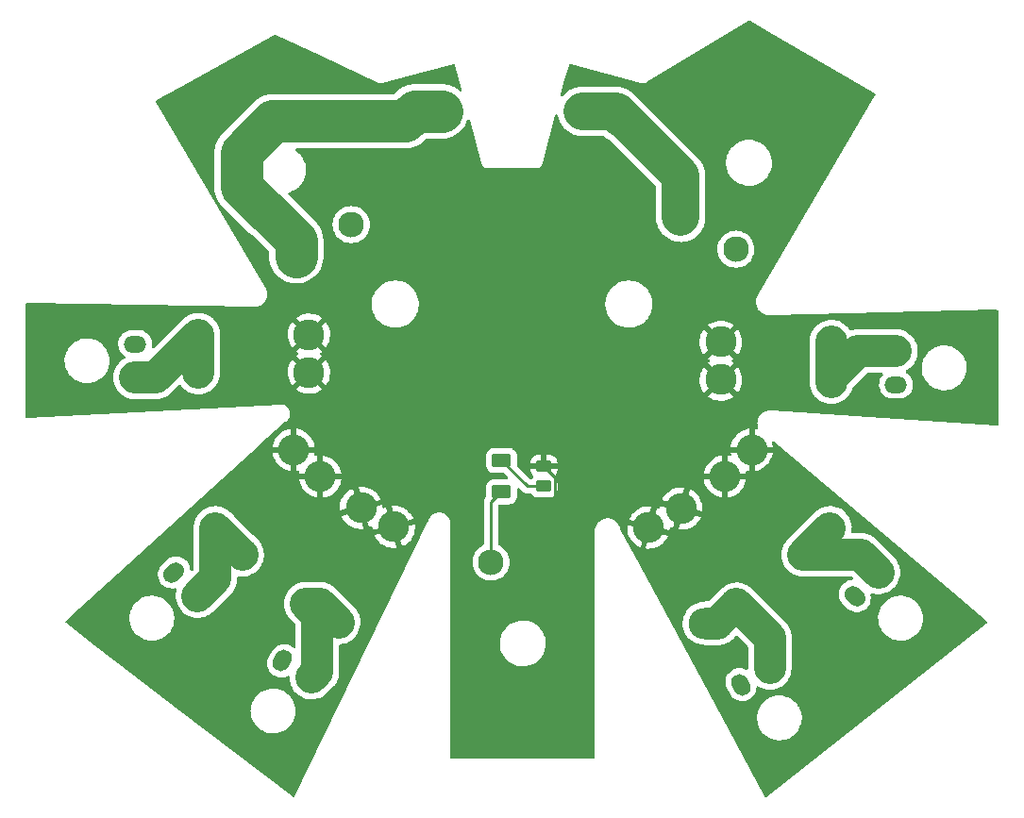
<source format=gtl>
G04 #@! TF.GenerationSoftware,KiCad,Pcbnew,(6.0.8-1)-1*
G04 #@! TF.CreationDate,2023-03-06T14:55:14-08:00*
G04 #@! TF.ProjectId,urban battery - power_distribution,75726261-6e20-4626-9174-74657279202d,rev?*
G04 #@! TF.SameCoordinates,Original*
G04 #@! TF.FileFunction,Copper,L1,Top*
G04 #@! TF.FilePolarity,Positive*
%FSLAX46Y46*%
G04 Gerber Fmt 4.6, Leading zero omitted, Abs format (unit mm)*
G04 Created by KiCad (PCBNEW (6.0.8-1)-1) date 2023-03-06 14:55:14*
%MOMM*%
%LPD*%
G01*
G04 APERTURE LIST*
G04 Aperture macros list*
%AMRoundRect*
0 Rectangle with rounded corners*
0 $1 Rounding radius*
0 $2 $3 $4 $5 $6 $7 $8 $9 X,Y pos of 4 corners*
0 Add a 4 corners polygon primitive as box body*
4,1,4,$2,$3,$4,$5,$6,$7,$8,$9,$2,$3,0*
0 Add four circle primitives for the rounded corners*
1,1,$1+$1,$2,$3*
1,1,$1+$1,$4,$5*
1,1,$1+$1,$6,$7*
1,1,$1+$1,$8,$9*
0 Add four rect primitives between the rounded corners*
20,1,$1+$1,$2,$3,$4,$5,0*
20,1,$1+$1,$4,$5,$6,$7,0*
20,1,$1+$1,$6,$7,$8,$9,0*
20,1,$1+$1,$8,$9,$2,$3,0*%
%AMHorizOval*
0 Thick line with rounded ends*
0 $1 width*
0 $2 $3 position (X,Y) of the first rounded end (center of the circle)*
0 $4 $5 position (X,Y) of the second rounded end (center of the circle)*
0 Add line between two ends*
20,1,$1,$2,$3,$4,$5,0*
0 Add two circle primitives to create the rounded ends*
1,1,$1,$2,$3*
1,1,$1,$4,$5*%
%AMRotRect*
0 Rectangle, with rotation*
0 The origin of the aperture is its center*
0 $1 length*
0 $2 width*
0 $3 Rotation angle, in degrees counterclockwise*
0 Add horizontal line*
21,1,$1,$2,0,0,$3*%
G04 Aperture macros list end*
G04 #@! TA.AperFunction,ComponentPad*
%ADD10RoundRect,0.250001X0.813011X0.408179X-0.053012X0.908178X-0.813011X-0.408179X0.053012X-0.908178X0*%
G04 #@! TD*
G04 #@! TA.AperFunction,ComponentPad*
%ADD11HorizOval,1.500000X0.130000X0.225167X-0.130000X-0.225167X0*%
G04 #@! TD*
G04 #@! TA.AperFunction,ComponentPad*
%ADD12RoundRect,0.250001X0.759999X-0.499999X0.759999X0.499999X-0.759999X0.499999X-0.759999X-0.499999X0*%
G04 #@! TD*
G04 #@! TA.AperFunction,ComponentPad*
%ADD13O,2.020000X1.500000*%
G04 #@! TD*
G04 #@! TA.AperFunction,SMDPad,CuDef*
%ADD14RoundRect,0.250000X0.625000X-0.375000X0.625000X0.375000X-0.625000X0.375000X-0.625000X-0.375000X0*%
G04 #@! TD*
G04 #@! TA.AperFunction,ComponentPad*
%ADD15C,2.780000*%
G04 #@! TD*
G04 #@! TA.AperFunction,ComponentPad*
%ADD16RotRect,2.300000X2.300000X210.000000*%
G04 #@! TD*
G04 #@! TA.AperFunction,ComponentPad*
%ADD17C,2.300000*%
G04 #@! TD*
G04 #@! TA.AperFunction,ComponentPad*
%ADD18RoundRect,0.250001X0.890953X0.183848X0.183848X0.890953X-0.890953X-0.183848X-0.183848X-0.890953X0*%
G04 #@! TD*
G04 #@! TA.AperFunction,ComponentPad*
%ADD19HorizOval,1.500000X0.183848X0.183848X-0.183848X-0.183848X0*%
G04 #@! TD*
G04 #@! TA.AperFunction,ComponentPad*
%ADD20R,2.300000X2.300000*%
G04 #@! TD*
G04 #@! TA.AperFunction,ComponentPad*
%ADD21RoundRect,0.250001X-0.759999X0.499999X-0.759999X-0.499999X0.759999X-0.499999X0.759999X0.499999X0*%
G04 #@! TD*
G04 #@! TA.AperFunction,ComponentPad*
%ADD22RoundRect,0.250001X0.053012X0.908178X-0.813011X0.408179X-0.053012X-0.908178X0.813011X-0.408179X0*%
G04 #@! TD*
G04 #@! TA.AperFunction,ComponentPad*
%ADD23HorizOval,1.500000X-0.130000X0.225167X0.130000X-0.225167X0*%
G04 #@! TD*
G04 #@! TA.AperFunction,ComponentPad*
%ADD24RotRect,2.300000X2.300000X150.000000*%
G04 #@! TD*
G04 #@! TA.AperFunction,ComponentPad*
%ADD25RoundRect,0.250001X-0.183848X0.890953X-0.890953X0.183848X0.183848X-0.890953X0.890953X-0.183848X0*%
G04 #@! TD*
G04 #@! TA.AperFunction,ComponentPad*
%ADD26HorizOval,1.500000X-0.183848X0.183848X0.183848X-0.183848X0*%
G04 #@! TD*
G04 #@! TA.AperFunction,SMDPad,CuDef*
%ADD27RoundRect,0.250000X0.450000X-0.262500X0.450000X0.262500X-0.450000X0.262500X-0.450000X-0.262500X0*%
G04 #@! TD*
G04 #@! TA.AperFunction,Conductor*
%ADD28C,6.780000*%
G04 #@! TD*
G04 #@! TA.AperFunction,Conductor*
%ADD29C,0.250000*%
G04 #@! TD*
G04 #@! TA.AperFunction,Conductor*
%ADD30C,6.000000*%
G04 #@! TD*
G04 #@! TA.AperFunction,Conductor*
%ADD31C,3.400000*%
G04 #@! TD*
G04 #@! TA.AperFunction,Conductor*
%ADD32C,0.500000*%
G04 #@! TD*
G04 #@! TA.AperFunction,Conductor*
%ADD33C,2.890000*%
G04 #@! TD*
G04 #@! TA.AperFunction,Conductor*
%ADD34C,3.850000*%
G04 #@! TD*
G04 APERTURE END LIST*
D10*
X97899038Y-150981880D03*
D11*
X95300962Y-149481880D03*
D12*
X82075000Y-124055000D03*
D13*
X82075000Y-121055000D03*
D14*
X114935000Y-134312500D03*
X114935000Y-131512500D03*
D15*
X131072243Y-135824514D03*
X128127757Y-137524514D03*
X133087757Y-146115486D03*
X136032243Y-144415486D03*
D16*
X96520000Y-113185466D03*
D17*
X101456345Y-110335466D03*
D18*
X87687874Y-143668446D03*
D19*
X85566554Y-141547126D03*
D20*
X119695000Y-140625000D03*
D17*
X113995000Y-140625000D03*
D15*
X112145817Y-109760999D03*
X108861669Y-110640984D03*
X106294184Y-101059000D03*
X109578332Y-100179015D03*
X134990669Y-132949832D03*
X137394832Y-130545669D03*
X144409331Y-137560168D03*
X142005168Y-139964331D03*
X122913332Y-110640985D03*
X119629184Y-109761000D03*
X125480817Y-101059001D03*
X122196669Y-100179016D03*
X97670000Y-120220000D03*
X97670000Y-123620000D03*
X87750000Y-123620000D03*
X87750000Y-120220000D03*
D21*
X150335000Y-121690000D03*
D13*
X150335000Y-124690000D03*
D15*
X134620000Y-124255000D03*
X134620000Y-120855000D03*
X144540000Y-124255000D03*
X144540000Y-120855000D03*
D22*
X139014038Y-150116880D03*
D23*
X136415962Y-151616880D03*
D15*
X96285169Y-130545669D03*
X98689332Y-132949832D03*
X89270670Y-137560168D03*
X91674833Y-139964331D03*
D24*
X131022497Y-109695466D03*
D17*
X135958842Y-112545466D03*
D25*
X148748446Y-141547126D03*
D26*
X146627126Y-143668446D03*
D27*
X118745000Y-133825000D03*
X118745000Y-132000000D03*
D15*
X105290000Y-137459028D03*
X102345514Y-135759028D03*
X100330000Y-146050000D03*
X97385514Y-144350000D03*
D28*
X108861669Y-110640984D02*
X111265832Y-110640984D01*
D29*
X119695000Y-140625000D02*
X119770000Y-140550000D01*
X119695000Y-140625000D02*
X119695000Y-140015000D01*
X119770000Y-133025000D02*
X118745000Y-132000000D01*
D30*
X119695000Y-140625000D02*
X119695000Y-138745000D01*
D29*
X119770000Y-140550000D02*
X119770000Y-133025000D01*
X119695000Y-140015000D02*
X119695000Y-138745000D01*
D28*
X119629184Y-109126000D02*
X122033347Y-109126000D01*
X122033347Y-109126000D02*
X122913332Y-110005985D01*
D31*
X131022497Y-105965681D02*
X131022497Y-109695466D01*
X125235832Y-100179016D02*
X131022497Y-105965681D01*
X122196669Y-100179016D02*
X125235832Y-100179016D01*
D32*
X122441654Y-99789001D02*
X121561669Y-98909016D01*
D33*
X147165651Y-139964331D02*
X142005168Y-139964331D01*
X142005168Y-139964331D02*
X144409331Y-137560168D01*
X148748446Y-141547126D02*
X147165651Y-139964331D01*
D29*
X148748446Y-141547126D02*
X148055572Y-142240000D01*
X144780000Y-125095000D02*
X144780000Y-124700000D01*
D33*
X144540000Y-124065000D02*
X146910000Y-121695000D01*
D29*
X150335000Y-121690000D02*
X150330000Y-121695000D01*
D33*
X146910000Y-121695000D02*
X150330000Y-121695000D01*
X144540000Y-124460000D02*
X144540000Y-120855000D01*
D29*
X144780000Y-124700000D02*
X144540000Y-124460000D01*
D33*
X144540000Y-124460000D02*
X144540000Y-124065000D01*
X82075000Y-124055000D02*
X83915000Y-124055000D01*
X87750000Y-120220000D02*
X87750000Y-123620000D01*
X83915000Y-124055000D02*
X87750000Y-120220000D01*
X87687874Y-143668446D02*
X89270670Y-142085650D01*
X89270670Y-142085650D02*
X89270670Y-137560168D01*
X89270670Y-137560168D02*
X91674833Y-139964331D01*
D29*
X97899038Y-150981880D02*
X97790000Y-150872842D01*
D33*
X98425000Y-145389486D02*
X97385514Y-144350000D01*
X98630000Y-144350000D02*
X100330000Y-146050000D01*
X98425000Y-150455918D02*
X98425000Y-145389486D01*
D29*
X97790000Y-150872842D02*
X97790000Y-150495000D01*
D33*
X97385514Y-144350000D02*
X98630000Y-144350000D01*
X97899038Y-150981880D02*
X98425000Y-150455918D01*
X134332243Y-146115486D02*
X133350000Y-146115486D01*
D29*
X133153243Y-146050000D02*
X133087757Y-146115486D01*
D33*
X139014038Y-147397281D02*
X136032243Y-144415486D01*
D29*
X133350000Y-146050000D02*
X134397729Y-146050000D01*
D33*
X136032243Y-144415486D02*
X134332243Y-146115486D01*
D29*
X133350000Y-146115486D02*
X133087757Y-146115486D01*
D33*
X139014038Y-150116880D02*
X139014038Y-147397281D01*
D29*
X113995000Y-140625000D02*
X113995000Y-135252500D01*
D34*
X91613171Y-106981428D02*
X91613171Y-103895534D01*
X106294184Y-101059000D02*
X107174169Y-100179015D01*
D29*
X113995000Y-135252500D02*
X114935000Y-134312500D01*
D34*
X91613171Y-103895534D02*
X94449705Y-101059000D01*
D32*
X96364534Y-113185466D02*
X96520000Y-113030000D01*
D34*
X107174169Y-100179015D02*
X109578332Y-100179015D01*
X96520000Y-113185466D02*
X96520000Y-111760000D01*
X93923482Y-109163482D02*
X93795225Y-109163482D01*
X94449705Y-101059000D02*
X106294184Y-101059000D01*
X93795225Y-109163482D02*
X91613171Y-106981428D01*
D32*
X95807497Y-113185466D02*
X96364534Y-113185466D01*
D34*
X96520000Y-111760000D02*
X93923482Y-109163482D01*
D29*
X118425000Y-134145000D02*
X118745000Y-133825000D01*
X118745000Y-133825000D02*
X117247500Y-133825000D01*
X117247500Y-133825000D02*
X114935000Y-131512500D01*
G04 #@! TA.AperFunction,Conductor*
G36*
X137228884Y-92067452D02*
G01*
X139371167Y-93307721D01*
X148418128Y-98545435D01*
X148467058Y-98596876D01*
X148480411Y-98666605D01*
X148463696Y-98718198D01*
X138042532Y-116495479D01*
X138032542Y-116512520D01*
X138027937Y-116519270D01*
X138028137Y-116519404D01*
X138025432Y-116523449D01*
X138022421Y-116527276D01*
X138020033Y-116531523D01*
X138020031Y-116531526D01*
X138017578Y-116535888D01*
X138013791Y-116542186D01*
X137934729Y-116665371D01*
X137913905Y-116697817D01*
X137911832Y-116702681D01*
X137911831Y-116702683D01*
X137872647Y-116794626D01*
X137834681Y-116883709D01*
X137833448Y-116888854D01*
X137833448Y-116888855D01*
X137791088Y-117065664D01*
X137787601Y-117080218D01*
X137773987Y-117281829D01*
X137794221Y-117482884D01*
X137795620Y-117487979D01*
X137795621Y-117487983D01*
X137835733Y-117634036D01*
X137847736Y-117677739D01*
X137933029Y-117860926D01*
X137936027Y-117865276D01*
X137936029Y-117865279D01*
X137972736Y-117918534D01*
X138047706Y-118027303D01*
X138051389Y-118031092D01*
X138184869Y-118168416D01*
X138184875Y-118168421D01*
X138188550Y-118172202D01*
X138351606Y-118291554D01*
X138434449Y-118333026D01*
X138527572Y-118379645D01*
X138527576Y-118379647D01*
X138532299Y-118382011D01*
X138725557Y-118441033D01*
X138925957Y-118466965D01*
X138931233Y-118466759D01*
X138931235Y-118466759D01*
X139088790Y-118460604D01*
X139099220Y-118460629D01*
X139110638Y-118461129D01*
X139110641Y-118461129D01*
X139115505Y-118461342D01*
X139120344Y-118460804D01*
X139120345Y-118460804D01*
X139120714Y-118460763D01*
X139127981Y-118459955D01*
X139131963Y-118458874D01*
X139151959Y-118456760D01*
X142553225Y-118379645D01*
X159382646Y-117998081D01*
X159451201Y-118016534D01*
X159498898Y-118069122D01*
X159511500Y-118124049D01*
X159511500Y-128228095D01*
X159491498Y-128296216D01*
X159437842Y-128342709D01*
X159377361Y-128353832D01*
X150380966Y-127771406D01*
X139166282Y-127045368D01*
X139144712Y-127041621D01*
X139144678Y-127041789D01*
X139139899Y-127040810D01*
X139135221Y-127039468D01*
X139122766Y-127037905D01*
X139103350Y-127038479D01*
X139095986Y-127038481D01*
X138989254Y-127035375D01*
X138942452Y-127034013D01*
X138942450Y-127034013D01*
X138937189Y-127033860D01*
X138753452Y-127059395D01*
X138733666Y-127065630D01*
X138581552Y-127113563D01*
X138581550Y-127113564D01*
X138576526Y-127115147D01*
X138571829Y-127117547D01*
X138571830Y-127117547D01*
X138416037Y-127197165D01*
X138416031Y-127197168D01*
X138411344Y-127199564D01*
X138407120Y-127202707D01*
X138407116Y-127202709D01*
X138266743Y-127307142D01*
X138262512Y-127310290D01*
X138258864Y-127314098D01*
X138137824Y-127440434D01*
X138137821Y-127440437D01*
X138134180Y-127444238D01*
X138131219Y-127448596D01*
X138032888Y-127593315D01*
X138032884Y-127593321D01*
X138029927Y-127597674D01*
X137952659Y-127766318D01*
X137904532Y-127945469D01*
X137904032Y-127950703D01*
X137904031Y-127950708D01*
X137896607Y-128028410D01*
X137886887Y-128130130D01*
X137887265Y-128135378D01*
X137887265Y-128135382D01*
X137899594Y-128306513D01*
X137900216Y-128315153D01*
X137901462Y-128320265D01*
X137901463Y-128320271D01*
X137931935Y-128445283D01*
X137934187Y-128456853D01*
X137936514Y-128472730D01*
X137936516Y-128472739D01*
X137937391Y-128478710D01*
X137938527Y-128481188D01*
X137938951Y-128483881D01*
X137942786Y-128495834D01*
X137944972Y-128500191D01*
X137952144Y-128514490D01*
X137964808Y-128584348D01*
X137937694Y-128649963D01*
X137879409Y-128690503D01*
X137811068Y-128693730D01*
X137696840Y-128667253D01*
X137688065Y-128665864D01*
X137666881Y-128664029D01*
X137651918Y-128667050D01*
X137648832Y-128678772D01*
X137648832Y-130273554D01*
X137653307Y-130288793D01*
X137654697Y-130289998D01*
X137662380Y-130291669D01*
X139261581Y-130291669D01*
X139276524Y-130287281D01*
X139278337Y-130277253D01*
X139277761Y-130273208D01*
X139223062Y-130019143D01*
X139220583Y-130010611D01*
X139201915Y-129960010D01*
X139197103Y-129889177D01*
X139231350Y-129826986D01*
X139293783Y-129793184D01*
X139364580Y-129798501D01*
X139401477Y-129820179D01*
X155443790Y-143383668D01*
X158463104Y-145936444D01*
X158502210Y-145995701D01*
X158503071Y-146066692D01*
X158465415Y-146126879D01*
X158459731Y-146131635D01*
X138708563Y-161693161D01*
X138642676Y-161719608D01*
X138572950Y-161706235D01*
X138519646Y-161653926D01*
X138511481Y-161638761D01*
X134687909Y-154537843D01*
X137862822Y-154537843D01*
X137862975Y-154542231D01*
X137862975Y-154542237D01*
X137869578Y-154731303D01*
X137872625Y-154818568D01*
X137873387Y-154822891D01*
X137873388Y-154822898D01*
X137897164Y-154957734D01*
X137921402Y-155095197D01*
X138008203Y-155362345D01*
X138131340Y-155614812D01*
X138133795Y-155618451D01*
X138133798Y-155618457D01*
X138173952Y-155677987D01*
X138288415Y-155847686D01*
X138476371Y-156056432D01*
X138691550Y-156236989D01*
X138929764Y-156385841D01*
X139186375Y-156500092D01*
X139456390Y-156577517D01*
X139460740Y-156578128D01*
X139460743Y-156578129D01*
X139563690Y-156592597D01*
X139734552Y-156616610D01*
X139945146Y-156616610D01*
X139947332Y-156616457D01*
X139947336Y-156616457D01*
X140150827Y-156602228D01*
X140150832Y-156602227D01*
X140155212Y-156601921D01*
X140429970Y-156543519D01*
X140434099Y-156542016D01*
X140434103Y-156542015D01*
X140689781Y-156448956D01*
X140689785Y-156448954D01*
X140693926Y-156447447D01*
X140941942Y-156315574D01*
X141046896Y-156239321D01*
X141165629Y-156153057D01*
X141165632Y-156153054D01*
X141169192Y-156150468D01*
X141371252Y-155955341D01*
X141544188Y-155733992D01*
X141546384Y-155730188D01*
X141546389Y-155730181D01*
X141682435Y-155494541D01*
X141684636Y-155490729D01*
X141789862Y-155230286D01*
X141790928Y-155226011D01*
X141856753Y-154962003D01*
X141856754Y-154961998D01*
X141857817Y-154957734D01*
X141868138Y-154859541D01*
X141886719Y-154682746D01*
X141886719Y-154682743D01*
X141887178Y-154678377D01*
X141884419Y-154599369D01*
X141877529Y-154402049D01*
X141877528Y-154402043D01*
X141877375Y-154397652D01*
X141853608Y-154262859D01*
X141829360Y-154125346D01*
X141828598Y-154121023D01*
X141741797Y-153853875D01*
X141695193Y-153758322D01*
X141627346Y-153619217D01*
X141618660Y-153601408D01*
X141616205Y-153597769D01*
X141616202Y-153597763D01*
X141535935Y-153478763D01*
X141461585Y-153368534D01*
X141273629Y-153159788D01*
X141058450Y-152979231D01*
X140820236Y-152830379D01*
X140610920Y-152737185D01*
X140567639Y-152717915D01*
X140567637Y-152717914D01*
X140563625Y-152716128D01*
X140293610Y-152638703D01*
X140289260Y-152638092D01*
X140289257Y-152638091D01*
X140186310Y-152623623D01*
X140015448Y-152599610D01*
X139804854Y-152599610D01*
X139802668Y-152599763D01*
X139802664Y-152599763D01*
X139599173Y-152613992D01*
X139599168Y-152613993D01*
X139594788Y-152614299D01*
X139320030Y-152672701D01*
X139315901Y-152674204D01*
X139315897Y-152674205D01*
X139060219Y-152767264D01*
X139060215Y-152767266D01*
X139056074Y-152768773D01*
X138808058Y-152900646D01*
X138804499Y-152903232D01*
X138804497Y-152903233D01*
X138620776Y-153036714D01*
X138580808Y-153065752D01*
X138577644Y-153068808D01*
X138577641Y-153068810D01*
X138540190Y-153104976D01*
X138378748Y-153260879D01*
X138205812Y-153482228D01*
X138203616Y-153486032D01*
X138203611Y-153486039D01*
X138121732Y-153627859D01*
X138065364Y-153725491D01*
X137960138Y-153985934D01*
X137959073Y-153990207D01*
X137959072Y-153990209D01*
X137909783Y-154187898D01*
X137892183Y-154258486D01*
X137891724Y-154262854D01*
X137891723Y-154262859D01*
X137863281Y-154533474D01*
X137862822Y-154537843D01*
X134687909Y-154537843D01*
X130120601Y-146055700D01*
X131185346Y-146055700D01*
X131186789Y-146092426D01*
X131189513Y-146161747D01*
X131195901Y-146324349D01*
X131244204Y-146588830D01*
X131329291Y-146843867D01*
X131334972Y-146855236D01*
X131445369Y-147076174D01*
X131449464Y-147084370D01*
X131602325Y-147305542D01*
X131784824Y-147502968D01*
X131788278Y-147505780D01*
X131989864Y-147669897D01*
X131989868Y-147669900D01*
X131993321Y-147672711D01*
X131997143Y-147675012D01*
X132175924Y-147782647D01*
X132223654Y-147811383D01*
X132230864Y-147814436D01*
X132467126Y-147914481D01*
X132467131Y-147914483D01*
X132471229Y-147916218D01*
X132475526Y-147917357D01*
X132475531Y-147917359D01*
X132601167Y-147950670D01*
X132731105Y-147985122D01*
X132735529Y-147985646D01*
X132735536Y-147985647D01*
X132803219Y-147993659D01*
X132818783Y-147996501D01*
X132963693Y-148032496D01*
X133013279Y-148044813D01*
X133249208Y-148068986D01*
X134303530Y-148068986D01*
X134306499Y-148069021D01*
X134424501Y-148071802D01*
X134513227Y-148061300D01*
X134519126Y-148060744D01*
X134608197Y-148054437D01*
X134620932Y-148051695D01*
X134647541Y-148045967D01*
X134659248Y-148044018D01*
X134665113Y-148043324D01*
X134699227Y-148039286D01*
X134703523Y-148038147D01*
X134703528Y-148038146D01*
X134785558Y-148016396D01*
X134791331Y-148015010D01*
X134874288Y-147997150D01*
X134874290Y-147997149D01*
X134878644Y-147996212D01*
X134916416Y-147982277D01*
X134927729Y-147978699D01*
X134966632Y-147968384D01*
X134970730Y-147966649D01*
X134970735Y-147966647D01*
X135048873Y-147933560D01*
X135054392Y-147931375D01*
X135134018Y-147901999D01*
X135138190Y-147900460D01*
X135142101Y-147898350D01*
X135142105Y-147898348D01*
X135173617Y-147881345D01*
X135184300Y-147876215D01*
X135221379Y-147860514D01*
X135225191Y-147858219D01*
X135225195Y-147858217D01*
X135297915Y-147814436D01*
X135303072Y-147811495D01*
X135377738Y-147771207D01*
X135381654Y-147769094D01*
X135414030Y-147745181D01*
X135423889Y-147738594D01*
X135454563Y-147720126D01*
X135454567Y-147720123D01*
X135458386Y-147717824D01*
X135468853Y-147709303D01*
X135527657Y-147661429D01*
X135532347Y-147657791D01*
X135563945Y-147634452D01*
X135604181Y-147604733D01*
X135611127Y-147597896D01*
X135632860Y-147576501D01*
X135637486Y-147572357D01*
X135637418Y-147572281D01*
X135639811Y-147570121D01*
X135642305Y-147568090D01*
X135698749Y-147511646D01*
X135699451Y-147510948D01*
X135798152Y-147413786D01*
X135798155Y-147413782D01*
X135801328Y-147410659D01*
X135804035Y-147407112D01*
X135806972Y-147403780D01*
X135807187Y-147403969D01*
X135812415Y-147397980D01*
X135943148Y-147267247D01*
X136005460Y-147233221D01*
X136076275Y-147238286D01*
X136121338Y-147267247D01*
X137023633Y-148169542D01*
X137057659Y-148231854D01*
X137060538Y-148258637D01*
X137060538Y-150165377D01*
X137040536Y-150233498D01*
X136986880Y-150279991D01*
X136916606Y-150290095D01*
X136882687Y-150280214D01*
X136706628Y-150200720D01*
X136706627Y-150200720D01*
X136701514Y-150198411D01*
X136520943Y-150153055D01*
X136489074Y-150145050D01*
X136489072Y-150145050D01*
X136483631Y-150143683D01*
X136478033Y-150143301D01*
X136478031Y-150143301D01*
X136412123Y-150138808D01*
X136259501Y-150128403D01*
X136253931Y-150129018D01*
X136253926Y-150129018D01*
X136041785Y-150152439D01*
X136041784Y-150152439D01*
X136036206Y-150153055D01*
X135904867Y-150191959D01*
X135826193Y-150215263D01*
X135826190Y-150215264D01*
X135820806Y-150216859D01*
X135620109Y-150317799D01*
X135615623Y-150321167D01*
X135615620Y-150321169D01*
X135568461Y-150356577D01*
X135440457Y-150452684D01*
X135287533Y-150617251D01*
X135284508Y-150621963D01*
X135284504Y-150621968D01*
X135246697Y-150680859D01*
X135166167Y-150806297D01*
X135080196Y-151013848D01*
X135079002Y-151019326D01*
X135079001Y-151019328D01*
X135060354Y-151104854D01*
X135032339Y-151233342D01*
X135024107Y-151457843D01*
X135055760Y-151680253D01*
X135126299Y-151893543D01*
X135151956Y-151944557D01*
X135484568Y-152520659D01*
X135580839Y-152657639D01*
X135584817Y-152661575D01*
X135584819Y-152661578D01*
X135597579Y-152674205D01*
X135740521Y-152815657D01*
X135745144Y-152818834D01*
X135745146Y-152818836D01*
X135765327Y-152832706D01*
X135925662Y-152942901D01*
X136130410Y-153035349D01*
X136135843Y-153036714D01*
X136135844Y-153036714D01*
X136342854Y-153088712D01*
X136342856Y-153088712D01*
X136348293Y-153090078D01*
X136353887Y-153090459D01*
X136353891Y-153090460D01*
X136443392Y-153096561D01*
X136572424Y-153105358D01*
X136577994Y-153104743D01*
X136577998Y-153104743D01*
X136790139Y-153081322D01*
X136790140Y-153081322D01*
X136795718Y-153080706D01*
X136916248Y-153045004D01*
X137005739Y-153018496D01*
X137005743Y-153018494D01*
X137011119Y-153016902D01*
X137211815Y-152915961D01*
X137391467Y-152781076D01*
X137544391Y-152616509D01*
X137547416Y-152611797D01*
X137547420Y-152611792D01*
X137619134Y-152500086D01*
X137665757Y-152427463D01*
X137751728Y-152219912D01*
X137781988Y-152081128D01*
X137798391Y-152005900D01*
X137798391Y-152005897D01*
X137799586Y-152000418D01*
X137799976Y-151989795D01*
X137803691Y-151888457D01*
X137826175Y-151821115D01*
X137881498Y-151776620D01*
X137952095Y-151769097D01*
X137991172Y-151783140D01*
X137997649Y-151786767D01*
X138180154Y-151888975D01*
X138184299Y-151890579D01*
X138184302Y-151890580D01*
X138319622Y-151942931D01*
X138438163Y-151988791D01*
X138442488Y-151989794D01*
X138442493Y-151989795D01*
X138550746Y-152014886D01*
X138707663Y-152051258D01*
X138983275Y-152075128D01*
X138987710Y-152074884D01*
X138987714Y-152074884D01*
X139109498Y-152068182D01*
X139259502Y-152059927D01*
X139375829Y-152036788D01*
X139526464Y-152006825D01*
X139526469Y-152006824D01*
X139530831Y-152005956D01*
X139791848Y-151914293D01*
X139795799Y-151912240D01*
X139795805Y-151912238D01*
X139971223Y-151821115D01*
X140037346Y-151786767D01*
X140040961Y-151784184D01*
X140040967Y-151784180D01*
X140258806Y-151628510D01*
X140258810Y-151628507D01*
X140262427Y-151625922D01*
X140462598Y-151434968D01*
X140503310Y-151383326D01*
X140631111Y-151221211D01*
X140633867Y-151217715D01*
X140772816Y-150978496D01*
X140774484Y-150974379D01*
X140774487Y-150974372D01*
X140874999Y-150726220D01*
X140874999Y-150726219D01*
X140876673Y-150722087D01*
X140943365Y-150453601D01*
X140967538Y-150217672D01*
X140967538Y-147425994D01*
X140967573Y-147423025D01*
X140970249Y-147309472D01*
X140970354Y-147305023D01*
X140959852Y-147216297D01*
X140959295Y-147210392D01*
X140957012Y-147178152D01*
X140952989Y-147121327D01*
X140950022Y-147107547D01*
X140944519Y-147081983D01*
X140942570Y-147070276D01*
X140938360Y-147034711D01*
X140937838Y-147030297D01*
X140936184Y-147024056D01*
X140914948Y-146943966D01*
X140913562Y-146938193D01*
X140895702Y-146855236D01*
X140895701Y-146855234D01*
X140894764Y-146850880D01*
X140880829Y-146813107D01*
X140877250Y-146801791D01*
X140868078Y-146767199D01*
X140866936Y-146762892D01*
X140832112Y-146680651D01*
X140829927Y-146675132D01*
X140800551Y-146595506D01*
X140799012Y-146591334D01*
X140779897Y-146555906D01*
X140774767Y-146545224D01*
X140759066Y-146508145D01*
X140712980Y-146431597D01*
X140710057Y-146426472D01*
X140704797Y-146416722D01*
X140667646Y-146347870D01*
X140665001Y-146344289D01*
X140664996Y-146344281D01*
X140650274Y-146324349D01*
X140643729Y-146315488D01*
X140637138Y-146305624D01*
X140618679Y-146274964D01*
X140618678Y-146274963D01*
X140616376Y-146271139D01*
X140559986Y-146201874D01*
X140556348Y-146197184D01*
X140538459Y-146172964D01*
X140503285Y-146125343D01*
X140475045Y-146096656D01*
X140470912Y-146092041D01*
X140470836Y-146092109D01*
X140468669Y-146089709D01*
X140466642Y-146087219D01*
X140410198Y-146030775D01*
X140409500Y-146030073D01*
X140312338Y-145931372D01*
X140312334Y-145931369D01*
X140309211Y-145928196D01*
X140305664Y-145925489D01*
X140302332Y-145922552D01*
X140302521Y-145922337D01*
X140296532Y-145917109D01*
X139971643Y-145592220D01*
X148730309Y-145592220D01*
X148730462Y-145596608D01*
X148730462Y-145596614D01*
X148739887Y-145866500D01*
X148740112Y-145872945D01*
X148740874Y-145877268D01*
X148740875Y-145877275D01*
X148764651Y-146012111D01*
X148788889Y-146149574D01*
X148875690Y-146416722D01*
X148877618Y-146420675D01*
X148877620Y-146420680D01*
X148917675Y-146502803D01*
X148998827Y-146669189D01*
X149001282Y-146672828D01*
X149001285Y-146672834D01*
X149004715Y-146677919D01*
X149155902Y-146902063D01*
X149343858Y-147110809D01*
X149347220Y-147113630D01*
X149347221Y-147113631D01*
X149388217Y-147148031D01*
X149559037Y-147291366D01*
X149797251Y-147440218D01*
X150053862Y-147554469D01*
X150323877Y-147631894D01*
X150328227Y-147632505D01*
X150328230Y-147632506D01*
X150431177Y-147646974D01*
X150602039Y-147670987D01*
X150812633Y-147670987D01*
X150814819Y-147670834D01*
X150814823Y-147670834D01*
X151018314Y-147656605D01*
X151018319Y-147656604D01*
X151022699Y-147656298D01*
X151297457Y-147597896D01*
X151301586Y-147596393D01*
X151301590Y-147596392D01*
X151557268Y-147503333D01*
X151557272Y-147503331D01*
X151561413Y-147501824D01*
X151809429Y-147369951D01*
X151892672Y-147309472D01*
X152033116Y-147207434D01*
X152033119Y-147207431D01*
X152036679Y-147204845D01*
X152064321Y-147178152D01*
X152137434Y-147107547D01*
X152238739Y-147009718D01*
X152411675Y-146788369D01*
X152413871Y-146784565D01*
X152413876Y-146784558D01*
X152549922Y-146548918D01*
X152552123Y-146545106D01*
X152657349Y-146284663D01*
X152675645Y-146211282D01*
X152724240Y-146016380D01*
X152724241Y-146016375D01*
X152725304Y-146012111D01*
X152728185Y-145984707D01*
X152754206Y-145737123D01*
X152754206Y-145737120D01*
X152754665Y-145732754D01*
X152754512Y-145728360D01*
X152745016Y-145456426D01*
X152745015Y-145456420D01*
X152744862Y-145452029D01*
X152739813Y-145423390D01*
X152698129Y-145186994D01*
X152696085Y-145175400D01*
X152609284Y-144908252D01*
X152600328Y-144889888D01*
X152517960Y-144721012D01*
X152486147Y-144655785D01*
X152483692Y-144652146D01*
X152483689Y-144652140D01*
X152345100Y-144446674D01*
X152329072Y-144422911D01*
X152291070Y-144380705D01*
X152228082Y-144310750D01*
X152141116Y-144214165D01*
X151925937Y-144033608D01*
X151687723Y-143884756D01*
X151478088Y-143791420D01*
X151435126Y-143772292D01*
X151435124Y-143772291D01*
X151431112Y-143770505D01*
X151161097Y-143693080D01*
X151156747Y-143692469D01*
X151156744Y-143692468D01*
X151034891Y-143675343D01*
X150882935Y-143653987D01*
X150672341Y-143653987D01*
X150670155Y-143654140D01*
X150670151Y-143654140D01*
X150466660Y-143668369D01*
X150466655Y-143668370D01*
X150462275Y-143668676D01*
X150187517Y-143727078D01*
X150183388Y-143728581D01*
X150183384Y-143728582D01*
X149927706Y-143821641D01*
X149927702Y-143821643D01*
X149923561Y-143823150D01*
X149675545Y-143955023D01*
X149671986Y-143957609D01*
X149671984Y-143957610D01*
X149462442Y-144109851D01*
X149448295Y-144120129D01*
X149445131Y-144123185D01*
X149445128Y-144123187D01*
X149356352Y-144208918D01*
X149246235Y-144315256D01*
X149073299Y-144536605D01*
X149071103Y-144540409D01*
X149071098Y-144540416D01*
X148966677Y-144721280D01*
X148932851Y-144779868D01*
X148827625Y-145040311D01*
X148826560Y-145044584D01*
X148826559Y-145044586D01*
X148783214Y-145218435D01*
X148759670Y-145312863D01*
X148759211Y-145317231D01*
X148759210Y-145317236D01*
X148732489Y-145571477D01*
X148730309Y-145592220D01*
X139971643Y-145592220D01*
X137477956Y-143098533D01*
X137470600Y-143090514D01*
X137441549Y-143055954D01*
X137438686Y-143052548D01*
X137376888Y-142997197D01*
X137371858Y-142992435D01*
X137363743Y-142984320D01*
X137324949Y-142950656D01*
X137323470Y-142949352D01*
X137304896Y-142932716D01*
X137232615Y-142867975D01*
X137226387Y-142863814D01*
X137213813Y-142854218D01*
X137208159Y-142849312D01*
X137200399Y-142844301D01*
X137155100Y-142815052D01*
X137105701Y-142783155D01*
X137104067Y-142782082D01*
X137002594Y-142714280D01*
X136998568Y-142712347D01*
X136998565Y-142712345D01*
X136995844Y-142711038D01*
X136982042Y-142703309D01*
X136979493Y-142701663D01*
X136975753Y-142699248D01*
X136971714Y-142697386D01*
X136971705Y-142697381D01*
X136864970Y-142648176D01*
X136863179Y-142647333D01*
X136757225Y-142596455D01*
X136757219Y-142596453D01*
X136753211Y-142594528D01*
X136748977Y-142593189D01*
X136748970Y-142593186D01*
X136746073Y-142592270D01*
X136731322Y-142586563D01*
X136728566Y-142585293D01*
X136728565Y-142585293D01*
X136724520Y-142583428D01*
X136664599Y-142565508D01*
X136607612Y-142548465D01*
X136605721Y-142547883D01*
X136493695Y-142512454D01*
X136493685Y-142512452D01*
X136489443Y-142511110D01*
X136485056Y-142510380D01*
X136485052Y-142510379D01*
X136483088Y-142510052D01*
X136482073Y-142509883D01*
X136466646Y-142506308D01*
X136459475Y-142504163D01*
X136338766Y-142486015D01*
X136336839Y-142485709D01*
X136216552Y-142465688D01*
X136209079Y-142465512D01*
X136193308Y-142464146D01*
X136190312Y-142463695D01*
X136190302Y-142463694D01*
X136185904Y-142463033D01*
X136063874Y-142462075D01*
X136061937Y-142462044D01*
X135939985Y-142459170D01*
X135935567Y-142459693D01*
X135935564Y-142459693D01*
X135932557Y-142460049D01*
X135916754Y-142460919D01*
X135909269Y-142460860D01*
X135788384Y-142477098D01*
X135786474Y-142477340D01*
X135665259Y-142491686D01*
X135660949Y-142492829D01*
X135660943Y-142492830D01*
X135658016Y-142493606D01*
X135642507Y-142496691D01*
X135639501Y-142497095D01*
X135639498Y-142497096D01*
X135635087Y-142497688D01*
X135564920Y-142517477D01*
X135517683Y-142530799D01*
X135515775Y-142531321D01*
X135402164Y-142561445D01*
X135402162Y-142561446D01*
X135397854Y-142562588D01*
X135393751Y-142564325D01*
X135393752Y-142564325D01*
X135390958Y-142565508D01*
X135376035Y-142570748D01*
X135368828Y-142572781D01*
X135364761Y-142574579D01*
X135257262Y-142622103D01*
X135255446Y-142622889D01*
X135224070Y-142636175D01*
X135143107Y-142670458D01*
X135136679Y-142674328D01*
X135122655Y-142681613D01*
X135115807Y-142684640D01*
X135012222Y-142749242D01*
X135010773Y-142750130D01*
X134906100Y-142813148D01*
X134900286Y-142817881D01*
X134887431Y-142827067D01*
X134884851Y-142828676D01*
X134884847Y-142828679D01*
X134881071Y-142831034D01*
X134787677Y-142909541D01*
X134786198Y-142910763D01*
X134724685Y-142960842D01*
X134724669Y-142960857D01*
X134722181Y-142962882D01*
X134715290Y-142969773D01*
X134707271Y-142977129D01*
X134669305Y-143009043D01*
X134666335Y-143012359D01*
X134613954Y-143070841D01*
X134609192Y-143075871D01*
X133559982Y-144125081D01*
X133497670Y-144159107D01*
X133470887Y-144161986D01*
X133279525Y-144161986D01*
X133074046Y-144176535D01*
X133069691Y-144177473D01*
X133069688Y-144177473D01*
X132807955Y-144233822D01*
X132807952Y-144233823D01*
X132803599Y-144234760D01*
X132799419Y-144236302D01*
X132796515Y-144237146D01*
X132785942Y-144239728D01*
X132589885Y-144278726D01*
X132589878Y-144278728D01*
X132585514Y-144279596D01*
X132331846Y-144368678D01*
X132093259Y-144492613D01*
X132089632Y-144495205D01*
X132089627Y-144495208D01*
X132020085Y-144544904D01*
X131874516Y-144648930D01*
X131862113Y-144660762D01*
X131732611Y-144784301D01*
X131679980Y-144834508D01*
X131677224Y-144838003D01*
X131677223Y-144838005D01*
X131527461Y-145027978D01*
X131513533Y-145045645D01*
X131471058Y-145118771D01*
X131380734Y-145274274D01*
X131380731Y-145274280D01*
X131378496Y-145278128D01*
X131376822Y-145282261D01*
X131321288Y-145419370D01*
X131277564Y-145527319D01*
X131276493Y-145531632D01*
X131276491Y-145531637D01*
X131245209Y-145657569D01*
X131212749Y-145788245D01*
X131185346Y-146055700D01*
X130120601Y-146055700D01*
X126824068Y-139933568D01*
X140046920Y-139933568D01*
X140047164Y-139938003D01*
X140047164Y-139938007D01*
X140050929Y-140006422D01*
X140051115Y-140014330D01*
X140050542Y-140087305D01*
X140051135Y-140091718D01*
X140051135Y-140091722D01*
X140058079Y-140143420D01*
X140059010Y-140153269D01*
X140062121Y-140209795D01*
X140062989Y-140214158D01*
X140076357Y-140281361D01*
X140077656Y-140289163D01*
X140087370Y-140361487D01*
X140090053Y-140371000D01*
X140102735Y-140415966D01*
X140105045Y-140425587D01*
X140109176Y-140446353D01*
X140116092Y-140481124D01*
X140117566Y-140485321D01*
X140117567Y-140485325D01*
X140140273Y-140549983D01*
X140142660Y-140557530D01*
X140157429Y-140609896D01*
X140162463Y-140627746D01*
X140185360Y-140679540D01*
X140188995Y-140688722D01*
X140207755Y-140742141D01*
X140209809Y-140746095D01*
X140241388Y-140806887D01*
X140244815Y-140814023D01*
X140274322Y-140880767D01*
X140276678Y-140884545D01*
X140276685Y-140884558D01*
X140304282Y-140928808D01*
X140309184Y-140937401D01*
X140333223Y-140983679D01*
X140333229Y-140983689D01*
X140335281Y-140987639D01*
X140337873Y-140991266D01*
X140337879Y-140991276D01*
X140377706Y-141047008D01*
X140382086Y-141053561D01*
X140420716Y-141115503D01*
X140457156Y-141158853D01*
X140463209Y-141166657D01*
X140490586Y-141204967D01*
X140496126Y-141212720D01*
X140499198Y-141215940D01*
X140546491Y-141265516D01*
X140551772Y-141271412D01*
X140587058Y-141313389D01*
X140598725Y-141327269D01*
X140640895Y-141365040D01*
X140647992Y-141371918D01*
X140684000Y-141409663D01*
X140684005Y-141409667D01*
X140687080Y-141412891D01*
X140690579Y-141415650D01*
X140690583Y-141415653D01*
X140744390Y-141458071D01*
X140750427Y-141463145D01*
X140804796Y-141511842D01*
X140808502Y-141514318D01*
X140808503Y-141514319D01*
X140851877Y-141543300D01*
X140859867Y-141549106D01*
X140904333Y-141584160D01*
X140967452Y-141620822D01*
X140974140Y-141624993D01*
X141034817Y-141665537D01*
X141085861Y-141690048D01*
X141094578Y-141694663D01*
X141143552Y-141723109D01*
X141147674Y-141724779D01*
X141147681Y-141724782D01*
X141211191Y-141750506D01*
X141218427Y-141753705D01*
X141284200Y-141785289D01*
X141288447Y-141786632D01*
X141338163Y-141802355D01*
X141347471Y-141805705D01*
X141399961Y-141826966D01*
X141470799Y-141844562D01*
X141478410Y-141846709D01*
X141547968Y-141868707D01*
X141552366Y-141869439D01*
X141552370Y-141869440D01*
X141589706Y-141875654D01*
X141603798Y-141878000D01*
X141613483Y-141880004D01*
X141668447Y-141893658D01*
X141741055Y-141901098D01*
X141748887Y-141902150D01*
X141820858Y-141914129D01*
X141877447Y-141915462D01*
X141887321Y-141916084D01*
X141901164Y-141917503D01*
X141901186Y-141917504D01*
X141904376Y-141917831D01*
X141976455Y-141917831D01*
X141979424Y-141917866D01*
X142097426Y-141920647D01*
X142113842Y-141918704D01*
X142128652Y-141917831D01*
X146304295Y-141917831D01*
X146372416Y-141937833D01*
X146393390Y-141954736D01*
X146450685Y-142012031D01*
X146484711Y-142074343D01*
X146479646Y-142145158D01*
X146437099Y-142201994D01*
X146363570Y-142227110D01*
X146340227Y-142227477D01*
X146311197Y-142227933D01*
X146305692Y-142229013D01*
X146096257Y-142270102D01*
X146096253Y-142270103D01*
X146090749Y-142271183D01*
X146085523Y-142273221D01*
X146085518Y-142273222D01*
X146023031Y-142297585D01*
X145881443Y-142352788D01*
X145689896Y-142470168D01*
X145685703Y-142473903D01*
X145685700Y-142473906D01*
X145594310Y-142555332D01*
X145522163Y-142619613D01*
X145383544Y-142796399D01*
X145365206Y-142831034D01*
X145282693Y-142986877D01*
X145278424Y-142994939D01*
X145276718Y-143000285D01*
X145276717Y-143000287D01*
X145266308Y-143032902D01*
X145210122Y-143208955D01*
X145209390Y-143214512D01*
X145209390Y-143214514D01*
X145201036Y-143277972D01*
X145180799Y-143431684D01*
X145181063Y-143437283D01*
X145181063Y-143437285D01*
X145184718Y-143514785D01*
X145191382Y-143656086D01*
X145207986Y-143728582D01*
X145233237Y-143838831D01*
X145241536Y-143875068D01*
X145283106Y-143972528D01*
X145322806Y-144065602D01*
X145329675Y-144081707D01*
X145356389Y-144122375D01*
X145432287Y-144237919D01*
X145453013Y-144269472D01*
X145456076Y-144272910D01*
X145456080Y-144272915D01*
X145461258Y-144278726D01*
X145491000Y-144312107D01*
X145961385Y-144782492D01*
X145963542Y-144784296D01*
X145963548Y-144784301D01*
X146085521Y-144886287D01*
X146089828Y-144889888D01*
X146094699Y-144892667D01*
X146094700Y-144892667D01*
X146247961Y-144980085D01*
X146284967Y-145001193D01*
X146290244Y-145003062D01*
X146290249Y-145003064D01*
X146491443Y-145074310D01*
X146491446Y-145074311D01*
X146496733Y-145076183D01*
X146718432Y-145112488D01*
X146724045Y-145112400D01*
X146724048Y-145112400D01*
X146842827Y-145110534D01*
X146943055Y-145108959D01*
X146948560Y-145107879D01*
X147157996Y-145066790D01*
X147158000Y-145066789D01*
X147163504Y-145065709D01*
X147168730Y-145063671D01*
X147168735Y-145063670D01*
X147361562Y-144988489D01*
X147372809Y-144984104D01*
X147564356Y-144866724D01*
X147568549Y-144862989D01*
X147568552Y-144862986D01*
X147727899Y-144721012D01*
X147732089Y-144717279D01*
X147870708Y-144540493D01*
X147975829Y-144341954D01*
X147977753Y-144335928D01*
X148042424Y-144133283D01*
X148042424Y-144133282D01*
X148044130Y-144127937D01*
X148073453Y-143905208D01*
X148062871Y-143680806D01*
X148060093Y-143668676D01*
X148037486Y-143569971D01*
X148041775Y-143499104D01*
X148083697Y-143441806D01*
X148149941Y-143416268D01*
X148196407Y-143421124D01*
X148213130Y-143426125D01*
X148316940Y-143457171D01*
X148316943Y-143457172D01*
X148321214Y-143458449D01*
X148325618Y-143459111D01*
X148325622Y-143459112D01*
X148590381Y-143498917D01*
X148590383Y-143498917D01*
X148594785Y-143499579D01*
X148599242Y-143499614D01*
X148866960Y-143501716D01*
X148871420Y-143501751D01*
X148875833Y-143501158D01*
X148875837Y-143501158D01*
X149141194Y-143465516D01*
X149141193Y-143465516D01*
X149145602Y-143464924D01*
X149411861Y-143389831D01*
X149664882Y-143277972D01*
X149825197Y-143177991D01*
X149895839Y-143133935D01*
X149895841Y-143133934D01*
X149899618Y-143131578D01*
X150111384Y-142953569D01*
X150295957Y-142747498D01*
X150305194Y-142733675D01*
X150395560Y-142598431D01*
X150449652Y-142517477D01*
X150453061Y-142510379D01*
X150476256Y-142462075D01*
X150569404Y-142268094D01*
X150652822Y-142004326D01*
X150658921Y-141967687D01*
X150686070Y-141804576D01*
X150698244Y-141731435D01*
X150704761Y-141454868D01*
X150684487Y-141283570D01*
X150672770Y-141184568D01*
X150672770Y-141184566D01*
X150672246Y-141180142D01*
X150601344Y-140912737D01*
X150589705Y-140885249D01*
X150495213Y-140662097D01*
X150493474Y-140657990D01*
X150350784Y-140420983D01*
X150347647Y-140417129D01*
X150203080Y-140239556D01*
X150203076Y-140239552D01*
X150201050Y-140237063D01*
X148567317Y-138603331D01*
X148565242Y-138601208D01*
X148534392Y-138568869D01*
X148483739Y-138515771D01*
X148449986Y-138489162D01*
X148413589Y-138460468D01*
X148409017Y-138456685D01*
X148344942Y-138401084D01*
X148344928Y-138401073D01*
X148341567Y-138398157D01*
X148307751Y-138376323D01*
X148298101Y-138369426D01*
X148269983Y-138347258D01*
X148269975Y-138347253D01*
X148266486Y-138344502D01*
X148189257Y-138299644D01*
X148184200Y-138296545D01*
X148112898Y-138250506D01*
X148109161Y-138248093D01*
X148105116Y-138246228D01*
X148105112Y-138246226D01*
X148072602Y-138231238D01*
X148062070Y-138225768D01*
X148053260Y-138220651D01*
X148027267Y-138205553D01*
X148001228Y-138195006D01*
X147944482Y-138172021D01*
X147939034Y-138169663D01*
X147861972Y-138134137D01*
X147861968Y-138134136D01*
X147857928Y-138132273D01*
X147819372Y-138120742D01*
X147808170Y-138116809D01*
X147774991Y-138103370D01*
X147774990Y-138103370D01*
X147770858Y-138101696D01*
X147684168Y-138080163D01*
X147678445Y-138078597D01*
X147597146Y-138054283D01*
X147597147Y-138054283D01*
X147592883Y-138053008D01*
X147560233Y-138048100D01*
X147553086Y-138047025D01*
X147541442Y-138044709D01*
X147506692Y-138036077D01*
X147506690Y-138036077D01*
X147502372Y-138035004D01*
X147424207Y-138026995D01*
X147413526Y-138025901D01*
X147407636Y-138025157D01*
X147323717Y-138012540D01*
X147323713Y-138012540D01*
X147319312Y-138011878D01*
X147279056Y-138011562D01*
X147272859Y-138011220D01*
X147272854Y-138011323D01*
X147269646Y-138011159D01*
X147266443Y-138010831D01*
X147186504Y-138010831D01*
X147185514Y-138010827D01*
X147047137Y-138009740D01*
X147042677Y-138009705D01*
X147038261Y-138010298D01*
X147033810Y-138010578D01*
X147033792Y-138010298D01*
X147025866Y-138010831D01*
X146463491Y-138010831D01*
X146395370Y-137990829D01*
X146348877Y-137937173D01*
X146338891Y-137866098D01*
X146341433Y-137849194D01*
X146354642Y-137761334D01*
X146361122Y-137718234D01*
X146361122Y-137718230D01*
X146361784Y-137713829D01*
X146363743Y-137464453D01*
X146363922Y-137441654D01*
X146363957Y-137437194D01*
X146356317Y-137380316D01*
X146327722Y-137167424D01*
X146327721Y-137167419D01*
X146327129Y-137163012D01*
X146256079Y-136911088D01*
X146253244Y-136901036D01*
X146253244Y-136901035D01*
X146252036Y-136896753D01*
X146140177Y-136643732D01*
X146022994Y-136455834D01*
X145996140Y-136412775D01*
X145996139Y-136412773D01*
X145993783Y-136408996D01*
X145834952Y-136220045D01*
X145818638Y-136200637D01*
X145818637Y-136200636D01*
X145815774Y-136197230D01*
X145609704Y-136012657D01*
X145606006Y-136010186D01*
X145606002Y-136010183D01*
X145383388Y-135861438D01*
X145383385Y-135861436D01*
X145379682Y-135858962D01*
X145348378Y-135843930D01*
X145134315Y-135741138D01*
X145134310Y-135741136D01*
X145130299Y-135739210D01*
X145126055Y-135737868D01*
X145126053Y-135737867D01*
X144995514Y-135696583D01*
X144866531Y-135655791D01*
X144862133Y-135655059D01*
X144862129Y-135655058D01*
X144598042Y-135611102D01*
X144598035Y-135611101D01*
X144593641Y-135610370D01*
X144317073Y-135603852D01*
X144204964Y-135617121D01*
X144046762Y-135635845D01*
X144046756Y-135635846D01*
X144042347Y-135636368D01*
X144038055Y-135637506D01*
X144038050Y-135637507D01*
X143929670Y-135666244D01*
X143774942Y-135707270D01*
X143770843Y-135709006D01*
X143770842Y-135709006D01*
X143702684Y-135737867D01*
X143520195Y-135815140D01*
X143283189Y-135957830D01*
X143279736Y-135960641D01*
X143279732Y-135960644D01*
X143103370Y-136104225D01*
X143099269Y-136107564D01*
X140638662Y-138568171D01*
X140637961Y-138568868D01*
X140536083Y-138669158D01*
X140491799Y-138727184D01*
X140486809Y-138733312D01*
X140441924Y-138785037D01*
X140441916Y-138785048D01*
X140438994Y-138788415D01*
X140436576Y-138792160D01*
X140408291Y-138835965D01*
X140402604Y-138844057D01*
X140398870Y-138848950D01*
X140368248Y-138889075D01*
X140366073Y-138892959D01*
X140332593Y-138952742D01*
X140328509Y-138959524D01*
X140297165Y-139008067D01*
X140288930Y-139020821D01*
X140265219Y-139072255D01*
X140260738Y-139081047D01*
X140233073Y-139130447D01*
X140231468Y-139134596D01*
X140231466Y-139134600D01*
X140206744Y-139198504D01*
X140203657Y-139205793D01*
X140178471Y-139260426D01*
X140173110Y-139272054D01*
X140171004Y-139279097D01*
X140156887Y-139326299D01*
X140153684Y-139335654D01*
X140133257Y-139388456D01*
X140132253Y-139392786D01*
X140132250Y-139392797D01*
X140116780Y-139459543D01*
X140114754Y-139467183D01*
X140093845Y-139537099D01*
X140093182Y-139541506D01*
X140093182Y-139541508D01*
X140085428Y-139593085D01*
X140083577Y-139602790D01*
X140070790Y-139657956D01*
X140070406Y-139662394D01*
X140064496Y-139730638D01*
X140063565Y-139738502D01*
X140053378Y-139806254D01*
X140053377Y-139806267D01*
X140052715Y-139810670D01*
X140052680Y-139815126D01*
X140052270Y-139867292D01*
X140051804Y-139877170D01*
X140046920Y-139933568D01*
X126824068Y-139933568D01*
X126531257Y-139389776D01*
X127890922Y-139389776D01*
X127891257Y-139403847D01*
X127904262Y-139409407D01*
X128033705Y-139424727D01*
X128042570Y-139425145D01*
X128302374Y-139419022D01*
X128311229Y-139418185D01*
X128567578Y-139375517D01*
X128576212Y-139373444D01*
X128823996Y-139295080D01*
X128832258Y-139291809D01*
X129066522Y-139179318D01*
X129074245Y-139174912D01*
X129290318Y-139030537D01*
X129297346Y-139025085D01*
X129490924Y-138851702D01*
X129497111Y-138845317D01*
X129664328Y-138646388D01*
X129669548Y-138639203D01*
X129807075Y-138418687D01*
X129811227Y-138410847D01*
X129872003Y-138273374D01*
X129873807Y-138259642D01*
X129861464Y-138252020D01*
X128324859Y-137840287D01*
X128308983Y-137840665D01*
X128307457Y-137841698D01*
X128303856Y-137848683D01*
X127890922Y-139389776D01*
X126531257Y-139389776D01*
X125593699Y-137648597D01*
X125580737Y-137611761D01*
X125570268Y-137555114D01*
X125570267Y-137555112D01*
X125569274Y-137549737D01*
X125539301Y-137469196D01*
X126226023Y-137469196D01*
X126236225Y-137728873D01*
X126237200Y-137737702D01*
X126283890Y-137993352D01*
X126286101Y-138001963D01*
X126368343Y-138248470D01*
X126371747Y-138256688D01*
X126487907Y-138489162D01*
X126492425Y-138496801D01*
X126640186Y-138710594D01*
X126645738Y-138717525D01*
X126822152Y-138908368D01*
X126828615Y-138914436D01*
X127030151Y-139078514D01*
X127037426Y-139083627D01*
X127260066Y-139217667D01*
X127267990Y-139221703D01*
X127378880Y-139268660D01*
X127392974Y-139270288D01*
X127400217Y-139258351D01*
X127811984Y-137721616D01*
X127811606Y-137705740D01*
X127810573Y-137704214D01*
X127803588Y-137700613D01*
X126410782Y-137327412D01*
X128443530Y-137327412D01*
X128443908Y-137343288D01*
X128444941Y-137344814D01*
X128451926Y-137348415D01*
X129992963Y-137761334D01*
X130007367Y-137760991D01*
X130012809Y-137748532D01*
X130020701Y-137689776D01*
X130835408Y-137689776D01*
X130835743Y-137703847D01*
X130848748Y-137709407D01*
X130978191Y-137724727D01*
X130987056Y-137725145D01*
X131246860Y-137719022D01*
X131255715Y-137718185D01*
X131512064Y-137675517D01*
X131520698Y-137673444D01*
X131768482Y-137595080D01*
X131776744Y-137591809D01*
X132011008Y-137479318D01*
X132018731Y-137474912D01*
X132234804Y-137330537D01*
X132241832Y-137325085D01*
X132435410Y-137151702D01*
X132441597Y-137145317D01*
X132608814Y-136946388D01*
X132614034Y-136939203D01*
X132751561Y-136718687D01*
X132755713Y-136710847D01*
X132816489Y-136573374D01*
X132818293Y-136559642D01*
X132805950Y-136552020D01*
X131269345Y-136140287D01*
X131253469Y-136140665D01*
X131251943Y-136141698D01*
X131248342Y-136148683D01*
X130835408Y-137689776D01*
X130020701Y-137689776D01*
X130026423Y-137647177D01*
X130026951Y-137640784D01*
X130027322Y-137628984D01*
X130049456Y-137561526D01*
X130104546Y-137516743D01*
X130175103Y-137508853D01*
X130208363Y-137519975D01*
X130208368Y-137519964D01*
X130208511Y-137520025D01*
X130210456Y-137520675D01*
X130212469Y-137521701D01*
X130323366Y-137568660D01*
X130337460Y-137570288D01*
X130344703Y-137558351D01*
X130756470Y-136021616D01*
X130756092Y-136005740D01*
X130755059Y-136004214D01*
X130748074Y-136000613D01*
X129355268Y-135627412D01*
X131388016Y-135627412D01*
X131388394Y-135643288D01*
X131389427Y-135644814D01*
X131396412Y-135648415D01*
X132937449Y-136061334D01*
X132951853Y-136060991D01*
X132957295Y-136048532D01*
X132970909Y-135947177D01*
X132971437Y-135940784D01*
X132974990Y-135827736D01*
X132974863Y-135821293D01*
X132956423Y-135560849D01*
X132955170Y-135552045D01*
X132900473Y-135297988D01*
X132897994Y-135289455D01*
X132808046Y-135045642D01*
X132804391Y-135037547D01*
X132680984Y-134808833D01*
X132676225Y-134801335D01*
X132521833Y-134592305D01*
X132516048Y-134585531D01*
X132333750Y-134400348D01*
X132327073Y-134394460D01*
X132120491Y-134236802D01*
X132113065Y-134231925D01*
X131886315Y-134104939D01*
X131878289Y-134101162D01*
X131821507Y-134079195D01*
X131806716Y-134077956D01*
X131800217Y-134089056D01*
X131388016Y-135627412D01*
X129355268Y-135627412D01*
X129206467Y-135587541D01*
X129192735Y-135587868D01*
X129187068Y-135601417D01*
X129173590Y-135732964D01*
X129146749Y-135798691D01*
X129088634Y-135839473D01*
X129017696Y-135842361D01*
X128986680Y-135830056D01*
X128941830Y-135804939D01*
X128933803Y-135801162D01*
X128877021Y-135779195D01*
X128862230Y-135777956D01*
X128855731Y-135789056D01*
X128443530Y-137327412D01*
X126410782Y-137327412D01*
X126261981Y-137287541D01*
X126248249Y-137287868D01*
X126242582Y-137301417D01*
X126226302Y-137460312D01*
X126226023Y-137469196D01*
X125539301Y-137469196D01*
X125499721Y-137362837D01*
X125424737Y-137234790D01*
X125401714Y-137195474D01*
X125401710Y-137195469D01*
X125398947Y-137190750D01*
X125385598Y-137175006D01*
X125273511Y-137042812D01*
X125273506Y-137042807D01*
X125269977Y-137038645D01*
X125254535Y-137025795D01*
X125212284Y-136990638D01*
X125116685Y-136911088D01*
X125111942Y-136908369D01*
X125111939Y-136908367D01*
X124948414Y-136814627D01*
X124948412Y-136814626D01*
X124943674Y-136811910D01*
X124882949Y-136789949D01*
X126381815Y-136789949D01*
X126393338Y-136796818D01*
X127930655Y-137208741D01*
X127946531Y-137208363D01*
X127948057Y-137207330D01*
X127951658Y-137200345D01*
X128364992Y-135657762D01*
X128364673Y-135644374D01*
X128350586Y-135638611D01*
X128162078Y-135622285D01*
X128153207Y-135622145D01*
X127893710Y-135636426D01*
X127884900Y-135637540D01*
X127630019Y-135688238D01*
X127621443Y-135690584D01*
X127376252Y-135776688D01*
X127368086Y-135780222D01*
X127137473Y-135900017D01*
X127129901Y-135904656D01*
X126918457Y-136055756D01*
X126911616Y-136061416D01*
X126723571Y-136240801D01*
X126717595Y-136247370D01*
X126556704Y-136451459D01*
X126551711Y-136458807D01*
X126421181Y-136683530D01*
X126417277Y-136691500D01*
X126383253Y-136775502D01*
X126381815Y-136789949D01*
X124882949Y-136789949D01*
X124756139Y-136744089D01*
X124750753Y-136743145D01*
X124750749Y-136743144D01*
X124565099Y-136710606D01*
X124565095Y-136710606D01*
X124559711Y-136709662D01*
X124360289Y-136709662D01*
X124354905Y-136710606D01*
X124354901Y-136710606D01*
X124169251Y-136743144D01*
X124169247Y-136743145D01*
X124163861Y-136744089D01*
X123976326Y-136811910D01*
X123971588Y-136814626D01*
X123971586Y-136814627D01*
X123808061Y-136908367D01*
X123808058Y-136908369D01*
X123803315Y-136911088D01*
X123707716Y-136990638D01*
X123665466Y-137025795D01*
X123650023Y-137038645D01*
X123646494Y-137042807D01*
X123646489Y-137042812D01*
X123534402Y-137175006D01*
X123521053Y-137190750D01*
X123518290Y-137195469D01*
X123518286Y-137195474D01*
X123495263Y-137234790D01*
X123420279Y-137362837D01*
X123350726Y-137549737D01*
X123323486Y-137697129D01*
X123321705Y-137706764D01*
X123319480Y-137716586D01*
X123317291Y-137724727D01*
X123314992Y-137733277D01*
X123314467Y-137738112D01*
X123314162Y-137740916D01*
X123314162Y-137740923D01*
X123313637Y-137745756D01*
X123313862Y-137750621D01*
X123313862Y-137750623D01*
X123316365Y-137804717D01*
X123316500Y-137810541D01*
X123316500Y-158115500D01*
X123296498Y-158183621D01*
X123242842Y-158230114D01*
X123190500Y-158241500D01*
X110489500Y-158241500D01*
X110421379Y-158221498D01*
X110374886Y-158167842D01*
X110363500Y-158115500D01*
X110363500Y-147852984D01*
X114782730Y-147852984D01*
X114782883Y-147857372D01*
X114782883Y-147857378D01*
X114791072Y-148091858D01*
X114792777Y-148140697D01*
X114793540Y-148145021D01*
X114793540Y-148145026D01*
X114806018Y-148215790D01*
X114842769Y-148424212D01*
X114931731Y-148698011D01*
X115057933Y-148956763D01*
X115060388Y-148960402D01*
X115060391Y-148960408D01*
X115216459Y-149191788D01*
X115216464Y-149191795D01*
X115218919Y-149195434D01*
X115411554Y-149409377D01*
X115632089Y-149594428D01*
X115635821Y-149596760D01*
X115842428Y-149725862D01*
X115876233Y-149746986D01*
X116139232Y-149864081D01*
X116415969Y-149943434D01*
X116420316Y-149944045D01*
X116420321Y-149944046D01*
X116558512Y-149963467D01*
X116701056Y-149983500D01*
X116916890Y-149983500D01*
X116919076Y-149983347D01*
X116919080Y-149983347D01*
X117127802Y-149968752D01*
X117127807Y-149968751D01*
X117132187Y-149968445D01*
X117413785Y-149908589D01*
X117417914Y-149907086D01*
X117417918Y-149907085D01*
X117680167Y-149811635D01*
X117680171Y-149811633D01*
X117684312Y-149810126D01*
X117938503Y-149674970D01*
X118046150Y-149596760D01*
X118167847Y-149508342D01*
X118167850Y-149508340D01*
X118171410Y-149505753D01*
X118271210Y-149409377D01*
X118375337Y-149308823D01*
X118375340Y-149308819D01*
X118378499Y-149305769D01*
X118395159Y-149284446D01*
X118553033Y-149082376D01*
X118555741Y-149078910D01*
X118699686Y-148829591D01*
X118701336Y-148825507D01*
X118701339Y-148825501D01*
X118805882Y-148566746D01*
X118807531Y-148562665D01*
X118823184Y-148499886D01*
X118843129Y-148419889D01*
X118877177Y-148283328D01*
X118878952Y-148266447D01*
X118906811Y-148001385D01*
X118906811Y-148001382D01*
X118907270Y-147997016D01*
X118906815Y-147983981D01*
X118897377Y-147713700D01*
X118897376Y-147713694D01*
X118897223Y-147709303D01*
X118891177Y-147675012D01*
X118852636Y-147456443D01*
X118847231Y-147425788D01*
X118758269Y-147151989D01*
X118721292Y-147076174D01*
X118692230Y-147016589D01*
X118632067Y-146893237D01*
X118629612Y-146889598D01*
X118629609Y-146889592D01*
X118473541Y-146658212D01*
X118473536Y-146658205D01*
X118471081Y-146654566D01*
X118415695Y-146593053D01*
X118281394Y-146443897D01*
X118281393Y-146443896D01*
X118278446Y-146440623D01*
X118057911Y-146255572D01*
X117813767Y-146103014D01*
X117599774Y-146007738D01*
X117554782Y-145987706D01*
X117554780Y-145987705D01*
X117550768Y-145985919D01*
X117333910Y-145923736D01*
X117278258Y-145907778D01*
X117278257Y-145907778D01*
X117274031Y-145906566D01*
X117269684Y-145905955D01*
X117269679Y-145905954D01*
X117102563Y-145882468D01*
X116988944Y-145866500D01*
X116773110Y-145866500D01*
X116770924Y-145866653D01*
X116770920Y-145866653D01*
X116562198Y-145881248D01*
X116562193Y-145881249D01*
X116557813Y-145881555D01*
X116276215Y-145941411D01*
X116272086Y-145942914D01*
X116272082Y-145942915D01*
X116009833Y-146038365D01*
X116009829Y-146038367D01*
X116005688Y-146039874D01*
X115751497Y-146175030D01*
X115747938Y-146177616D01*
X115747936Y-146177617D01*
X115539949Y-146328729D01*
X115518590Y-146344247D01*
X115515426Y-146347303D01*
X115515423Y-146347305D01*
X115314663Y-146541177D01*
X115314660Y-146541181D01*
X115311501Y-146544231D01*
X115308795Y-146547695D01*
X115308791Y-146547699D01*
X115213873Y-146669189D01*
X115134259Y-146771090D01*
X115094683Y-146839638D01*
X114992668Y-147016332D01*
X114990314Y-147020409D01*
X114988664Y-147024493D01*
X114988661Y-147024499D01*
X114947742Y-147125779D01*
X114882469Y-147287335D01*
X114881405Y-147291604D01*
X114881404Y-147291606D01*
X114877114Y-147308811D01*
X114812823Y-147566672D01*
X114812364Y-147571042D01*
X114812363Y-147571046D01*
X114783189Y-147848615D01*
X114782730Y-147852984D01*
X110363500Y-147852984D01*
X110363500Y-140625000D01*
X112331372Y-140625000D01*
X112351854Y-140885249D01*
X112353008Y-140890056D01*
X112353009Y-140890062D01*
X112381763Y-141009828D01*
X112412796Y-141139089D01*
X112414689Y-141143660D01*
X112414690Y-141143662D01*
X112509950Y-141373638D01*
X112512697Y-141380271D01*
X112649097Y-141602856D01*
X112818637Y-141801363D01*
X113017144Y-141970903D01*
X113239729Y-142107303D01*
X113244299Y-142109196D01*
X113244303Y-142109198D01*
X113476338Y-142205310D01*
X113480911Y-142207204D01*
X113552554Y-142224404D01*
X113729938Y-142266991D01*
X113729944Y-142266992D01*
X113734751Y-142268146D01*
X113995000Y-142288628D01*
X114255249Y-142268146D01*
X114260056Y-142266992D01*
X114260062Y-142266991D01*
X114437446Y-142224404D01*
X114509089Y-142207204D01*
X114513662Y-142205310D01*
X114745697Y-142109198D01*
X114745701Y-142109196D01*
X114750271Y-142107303D01*
X114972856Y-141970903D01*
X115149929Y-141819669D01*
X118037001Y-141819669D01*
X118037371Y-141826490D01*
X118042895Y-141877352D01*
X118046521Y-141892604D01*
X118091676Y-142013054D01*
X118100214Y-142028649D01*
X118176715Y-142130724D01*
X118189276Y-142143285D01*
X118291351Y-142219786D01*
X118306946Y-142228324D01*
X118427394Y-142273478D01*
X118442649Y-142277105D01*
X118493514Y-142282631D01*
X118500328Y-142283000D01*
X119422885Y-142283000D01*
X119438124Y-142278525D01*
X119439329Y-142277135D01*
X119441000Y-142269452D01*
X119441000Y-142264884D01*
X119949000Y-142264884D01*
X119953475Y-142280123D01*
X119954865Y-142281328D01*
X119962548Y-142282999D01*
X120889669Y-142282999D01*
X120896490Y-142282629D01*
X120947352Y-142277105D01*
X120962604Y-142273479D01*
X121083054Y-142228324D01*
X121098649Y-142219786D01*
X121200724Y-142143285D01*
X121213285Y-142130724D01*
X121289786Y-142028649D01*
X121298324Y-142013054D01*
X121343478Y-141892606D01*
X121347105Y-141877351D01*
X121352631Y-141826486D01*
X121353000Y-141819672D01*
X121353000Y-140897115D01*
X121348525Y-140881876D01*
X121347135Y-140880671D01*
X121339452Y-140879000D01*
X119967115Y-140879000D01*
X119951876Y-140883475D01*
X119950671Y-140884865D01*
X119949000Y-140892548D01*
X119949000Y-142264884D01*
X119441000Y-142264884D01*
X119441000Y-140897115D01*
X119436525Y-140881876D01*
X119435135Y-140880671D01*
X119427452Y-140879000D01*
X118055116Y-140879000D01*
X118039877Y-140883475D01*
X118038672Y-140884865D01*
X118037001Y-140892548D01*
X118037001Y-141819669D01*
X115149929Y-141819669D01*
X115171363Y-141801363D01*
X115340903Y-141602856D01*
X115477303Y-141380271D01*
X115480051Y-141373638D01*
X115575310Y-141143662D01*
X115575311Y-141143660D01*
X115577204Y-141139089D01*
X115608237Y-141009828D01*
X115636991Y-140890062D01*
X115636992Y-140890056D01*
X115638146Y-140885249D01*
X115658628Y-140625000D01*
X115638146Y-140364751D01*
X115636992Y-140359944D01*
X115636991Y-140359938D01*
X115635298Y-140352885D01*
X118037000Y-140352885D01*
X118041475Y-140368124D01*
X118042865Y-140369329D01*
X118050548Y-140371000D01*
X119422885Y-140371000D01*
X119438124Y-140366525D01*
X119439329Y-140365135D01*
X119441000Y-140357452D01*
X119441000Y-140352885D01*
X119949000Y-140352885D01*
X119953475Y-140368124D01*
X119954865Y-140369329D01*
X119962548Y-140371000D01*
X121334884Y-140371000D01*
X121350123Y-140366525D01*
X121351328Y-140365135D01*
X121352999Y-140357452D01*
X121352999Y-139430331D01*
X121352629Y-139423510D01*
X121347105Y-139372648D01*
X121343479Y-139357396D01*
X121298324Y-139236946D01*
X121289786Y-139221351D01*
X121213285Y-139119276D01*
X121200724Y-139106715D01*
X121098649Y-139030214D01*
X121083054Y-139021676D01*
X120962606Y-138976522D01*
X120947351Y-138972895D01*
X120896486Y-138967369D01*
X120889672Y-138967000D01*
X119967115Y-138967000D01*
X119951876Y-138971475D01*
X119950671Y-138972865D01*
X119949000Y-138980548D01*
X119949000Y-140352885D01*
X119441000Y-140352885D01*
X119441000Y-138985116D01*
X119436525Y-138969877D01*
X119435135Y-138968672D01*
X119427452Y-138967001D01*
X118500331Y-138967001D01*
X118493510Y-138967371D01*
X118442648Y-138972895D01*
X118427396Y-138976521D01*
X118306946Y-139021676D01*
X118291351Y-139030214D01*
X118189276Y-139106715D01*
X118176715Y-139119276D01*
X118100214Y-139221351D01*
X118091676Y-139236946D01*
X118046522Y-139357394D01*
X118042895Y-139372649D01*
X118037369Y-139423514D01*
X118037000Y-139430328D01*
X118037000Y-140352885D01*
X115635298Y-140352885D01*
X115586262Y-140148641D01*
X115577204Y-140110911D01*
X115573125Y-140101063D01*
X115479198Y-139874303D01*
X115479196Y-139874299D01*
X115477303Y-139869729D01*
X115340903Y-139647144D01*
X115171363Y-139448637D01*
X114972856Y-139279097D01*
X114750271Y-139142697D01*
X114720697Y-139130447D01*
X114706282Y-139124476D01*
X114651001Y-139079927D01*
X114628500Y-139008067D01*
X114628500Y-135572000D01*
X114648502Y-135503879D01*
X114702158Y-135457386D01*
X114754500Y-135446000D01*
X115610400Y-135446000D01*
X115613646Y-135445663D01*
X115613650Y-135445663D01*
X115709308Y-135435738D01*
X115709312Y-135435737D01*
X115716166Y-135435026D01*
X115722702Y-135432845D01*
X115722704Y-135432845D01*
X115876998Y-135381368D01*
X115883946Y-135379050D01*
X116034348Y-135285978D01*
X116159305Y-135160803D01*
X116182059Y-135123889D01*
X116202980Y-135089949D01*
X129326301Y-135089949D01*
X129337824Y-135096818D01*
X130875141Y-135508741D01*
X130891017Y-135508363D01*
X130892543Y-135507330D01*
X130896144Y-135500345D01*
X131309478Y-133957762D01*
X131309159Y-133944374D01*
X131295072Y-133938611D01*
X131106564Y-133922285D01*
X131097693Y-133922145D01*
X130838196Y-133936426D01*
X130829386Y-133937540D01*
X130574505Y-133988238D01*
X130565929Y-133990584D01*
X130320738Y-134076688D01*
X130312572Y-134080222D01*
X130081959Y-134200017D01*
X130074387Y-134204656D01*
X129862943Y-134355756D01*
X129856102Y-134361416D01*
X129668057Y-134540801D01*
X129662081Y-134547370D01*
X129501190Y-134751459D01*
X129496197Y-134758807D01*
X129365667Y-134983530D01*
X129361763Y-134991500D01*
X129327739Y-135075502D01*
X129326301Y-135089949D01*
X116202980Y-135089949D01*
X116248275Y-135016468D01*
X116248276Y-135016466D01*
X116252115Y-135010238D01*
X116287479Y-134903617D01*
X116305632Y-134848889D01*
X116305632Y-134848887D01*
X116307797Y-134842361D01*
X116309168Y-134828985D01*
X116316358Y-134758807D01*
X116318500Y-134737900D01*
X116318500Y-134096095D01*
X116338502Y-134027974D01*
X116392158Y-133981481D01*
X116462432Y-133971377D01*
X116527012Y-134000871D01*
X116533595Y-134007000D01*
X116743848Y-134217253D01*
X116751388Y-134225539D01*
X116755500Y-134232018D01*
X116761277Y-134237443D01*
X116805151Y-134278643D01*
X116807993Y-134281398D01*
X116827730Y-134301135D01*
X116830927Y-134303615D01*
X116839947Y-134311318D01*
X116872179Y-134341586D01*
X116879125Y-134345405D01*
X116879128Y-134345407D01*
X116889934Y-134351348D01*
X116906453Y-134362199D01*
X116922459Y-134374614D01*
X116929728Y-134377759D01*
X116929732Y-134377762D01*
X116963037Y-134392174D01*
X116973687Y-134397391D01*
X117012440Y-134418695D01*
X117020115Y-134420666D01*
X117020116Y-134420666D01*
X117032062Y-134423733D01*
X117050767Y-134430137D01*
X117069355Y-134438181D01*
X117077178Y-134439420D01*
X117077188Y-134439423D01*
X117113024Y-134445099D01*
X117124644Y-134447505D01*
X117157168Y-134455855D01*
X117167470Y-134458500D01*
X117187724Y-134458500D01*
X117207434Y-134460051D01*
X117227443Y-134463220D01*
X117235335Y-134462474D01*
X117271461Y-134459059D01*
X117283319Y-134458500D01*
X117562366Y-134458500D01*
X117630487Y-134478502D01*
X117669509Y-134518196D01*
X117696522Y-134561848D01*
X117821697Y-134686805D01*
X117827927Y-134690645D01*
X117827928Y-134690646D01*
X117965090Y-134775194D01*
X117972262Y-134779615D01*
X118029989Y-134798762D01*
X118133611Y-134833132D01*
X118133613Y-134833132D01*
X118140139Y-134835297D01*
X118146975Y-134835997D01*
X118146978Y-134835998D01*
X118190031Y-134840409D01*
X118244600Y-134846000D01*
X119245400Y-134846000D01*
X119248646Y-134845663D01*
X119248650Y-134845663D01*
X119344308Y-134835738D01*
X119344312Y-134835737D01*
X119351166Y-134835026D01*
X119357702Y-134832845D01*
X119357704Y-134832845D01*
X119489806Y-134788772D01*
X119518946Y-134779050D01*
X119669348Y-134685978D01*
X119794305Y-134560803D01*
X119802585Y-134547370D01*
X119883275Y-134416468D01*
X119883276Y-134416466D01*
X119887115Y-134410238D01*
X119890396Y-134400348D01*
X119940632Y-134248889D01*
X119940632Y-134248887D01*
X119942797Y-134242361D01*
X119943867Y-134231925D01*
X119950576Y-134166439D01*
X119953500Y-134137900D01*
X119953500Y-133512100D01*
X119953163Y-133508850D01*
X119943238Y-133413192D01*
X119943237Y-133413188D01*
X119942526Y-133406334D01*
X119886550Y-133238554D01*
X119876832Y-133222850D01*
X133111039Y-133222850D01*
X133146802Y-133418670D01*
X133149013Y-133427281D01*
X133231255Y-133673788D01*
X133234659Y-133682006D01*
X133350819Y-133914480D01*
X133355337Y-133922119D01*
X133503098Y-134135912D01*
X133508650Y-134142843D01*
X133685064Y-134333686D01*
X133691527Y-134339754D01*
X133893063Y-134503832D01*
X133900338Y-134508945D01*
X134122978Y-134642985D01*
X134130902Y-134647021D01*
X134370200Y-134748352D01*
X134378605Y-134751230D01*
X134629809Y-134817834D01*
X134638530Y-134819498D01*
X134718681Y-134828985D01*
X134733100Y-134826542D01*
X134736669Y-134813801D01*
X134736669Y-134813649D01*
X135244669Y-134813649D01*
X135248507Y-134826721D01*
X135263241Y-134828673D01*
X135430490Y-134800835D01*
X135439124Y-134798762D01*
X135686908Y-134720398D01*
X135695170Y-134717127D01*
X135929434Y-134604636D01*
X135937157Y-134600230D01*
X136153230Y-134455855D01*
X136160258Y-134450403D01*
X136353836Y-134277020D01*
X136360023Y-134270635D01*
X136527240Y-134071706D01*
X136532460Y-134064521D01*
X136669987Y-133844005D01*
X136674139Y-133836165D01*
X136779222Y-133598470D01*
X136782232Y-133590109D01*
X136852770Y-133340000D01*
X136854574Y-133331289D01*
X136869282Y-133221787D01*
X136867116Y-133207653D01*
X136853876Y-133203832D01*
X135262784Y-133203832D01*
X135247545Y-133208307D01*
X135246340Y-133209697D01*
X135244669Y-133217380D01*
X135244669Y-134813649D01*
X134736669Y-134813649D01*
X134736669Y-133221947D01*
X134732194Y-133206708D01*
X134730804Y-133205503D01*
X134723121Y-133203832D01*
X133125681Y-133203832D01*
X133112941Y-133207573D01*
X133111039Y-133222850D01*
X119876832Y-133222850D01*
X119793478Y-133088152D01*
X119706537Y-133001362D01*
X119672458Y-132939079D01*
X119677461Y-132868259D01*
X119706382Y-132823171D01*
X119788739Y-132740671D01*
X119797751Y-132729260D01*
X119829465Y-132677809D01*
X133110508Y-132677809D01*
X133113236Y-132692509D01*
X133125469Y-132695832D01*
X134718554Y-132695832D01*
X134733793Y-132691357D01*
X134734998Y-132689967D01*
X134736669Y-132682284D01*
X134736669Y-132677717D01*
X135244669Y-132677717D01*
X135249144Y-132692956D01*
X135250534Y-132694161D01*
X135258217Y-132695832D01*
X136857418Y-132695832D01*
X136872361Y-132691444D01*
X136874174Y-132681416D01*
X136873598Y-132677368D01*
X136846955Y-132553618D01*
X136852172Y-132482814D01*
X136894840Y-132426069D01*
X136961413Y-132401401D01*
X137002425Y-132405307D01*
X137033972Y-132413671D01*
X137042693Y-132415335D01*
X137122844Y-132424822D01*
X137137263Y-132422379D01*
X137140832Y-132409638D01*
X137140832Y-132409486D01*
X137648832Y-132409486D01*
X137652670Y-132422558D01*
X137667404Y-132424510D01*
X137834653Y-132396672D01*
X137843287Y-132394599D01*
X138091071Y-132316235D01*
X138099333Y-132312964D01*
X138333597Y-132200473D01*
X138341320Y-132196067D01*
X138557393Y-132051692D01*
X138564421Y-132046240D01*
X138757999Y-131872857D01*
X138764186Y-131866472D01*
X138931403Y-131667543D01*
X138936623Y-131660358D01*
X139074150Y-131439842D01*
X139078302Y-131432002D01*
X139183385Y-131194307D01*
X139186395Y-131185946D01*
X139256933Y-130935837D01*
X139258737Y-130927126D01*
X139273445Y-130817624D01*
X139271279Y-130803490D01*
X139258039Y-130799669D01*
X137666947Y-130799669D01*
X137651708Y-130804144D01*
X137650503Y-130805534D01*
X137648832Y-130813217D01*
X137648832Y-132409486D01*
X137140832Y-132409486D01*
X137140832Y-130817784D01*
X137136357Y-130802545D01*
X137134967Y-130801340D01*
X137127284Y-130799669D01*
X135529844Y-130799669D01*
X135517104Y-130803410D01*
X135515202Y-130818687D01*
X135538773Y-130947751D01*
X135531335Y-131018357D01*
X135486905Y-131073733D01*
X135419589Y-131096298D01*
X135386372Y-131093134D01*
X135292677Y-131071416D01*
X135283902Y-131070027D01*
X135262718Y-131068192D01*
X135247755Y-131071213D01*
X135244669Y-131082935D01*
X135244669Y-132677717D01*
X134736669Y-132677717D01*
X134736669Y-131083189D01*
X134733028Y-131070788D01*
X134717209Y-131068945D01*
X134492931Y-131113556D01*
X134484355Y-131115902D01*
X134239164Y-131202006D01*
X134230998Y-131205540D01*
X134000385Y-131325335D01*
X133992813Y-131329974D01*
X133781369Y-131481074D01*
X133774528Y-131486734D01*
X133586483Y-131666119D01*
X133580507Y-131672688D01*
X133419616Y-131876777D01*
X133414623Y-131884125D01*
X133284093Y-132108848D01*
X133280189Y-132116818D01*
X133182626Y-132357688D01*
X133179879Y-132366145D01*
X133117230Y-132618352D01*
X133115702Y-132627110D01*
X133110508Y-132677809D01*
X119829465Y-132677809D01*
X119882816Y-132591257D01*
X119888963Y-132578076D01*
X119940138Y-132423790D01*
X119943005Y-132410414D01*
X119952672Y-132316062D01*
X119953000Y-132309646D01*
X119953000Y-132272115D01*
X119948525Y-132256876D01*
X119947135Y-132255671D01*
X119939452Y-132254000D01*
X117555116Y-132254000D01*
X117539877Y-132258475D01*
X117538672Y-132259865D01*
X117537001Y-132267548D01*
X117537001Y-132309595D01*
X117537338Y-132316114D01*
X117547257Y-132411706D01*
X117550149Y-132425100D01*
X117601588Y-132579284D01*
X117607761Y-132592462D01*
X117693063Y-132730307D01*
X117702099Y-132741708D01*
X117783462Y-132822930D01*
X117817541Y-132885213D01*
X117812538Y-132956033D01*
X117783617Y-133001120D01*
X117700870Y-133084012D01*
X117700866Y-133084017D01*
X117695695Y-133089197D01*
X117691853Y-133095429D01*
X117691852Y-133095431D01*
X117669546Y-133131617D01*
X117616774Y-133179110D01*
X117562287Y-133191500D01*
X117562094Y-133191500D01*
X117493973Y-133171498D01*
X117472999Y-133154595D01*
X116354919Y-132036514D01*
X116320893Y-131974202D01*
X116318180Y-131941021D01*
X116318500Y-131937900D01*
X116318500Y-131727885D01*
X117537000Y-131727885D01*
X117541475Y-131743124D01*
X117542865Y-131744329D01*
X117550548Y-131746000D01*
X118472885Y-131746000D01*
X118488124Y-131741525D01*
X118489329Y-131740135D01*
X118491000Y-131732452D01*
X118491000Y-131727885D01*
X118999000Y-131727885D01*
X119003475Y-131743124D01*
X119004865Y-131744329D01*
X119012548Y-131746000D01*
X119934884Y-131746000D01*
X119950123Y-131741525D01*
X119951328Y-131740135D01*
X119952999Y-131732452D01*
X119952999Y-131690405D01*
X119952662Y-131683886D01*
X119942743Y-131588294D01*
X119939851Y-131574900D01*
X119888412Y-131420716D01*
X119882239Y-131407538D01*
X119796937Y-131269693D01*
X119787901Y-131258292D01*
X119673171Y-131143761D01*
X119661760Y-131134749D01*
X119523757Y-131049684D01*
X119510576Y-131043537D01*
X119356290Y-130992362D01*
X119342914Y-130989495D01*
X119248562Y-130979828D01*
X119242145Y-130979500D01*
X119017115Y-130979500D01*
X119001876Y-130983975D01*
X119000671Y-130985365D01*
X118999000Y-130993048D01*
X118999000Y-131727885D01*
X118491000Y-131727885D01*
X118491000Y-130997616D01*
X118486525Y-130982377D01*
X118485135Y-130981172D01*
X118477452Y-130979501D01*
X118247905Y-130979501D01*
X118241386Y-130979838D01*
X118145794Y-130989757D01*
X118132400Y-130992649D01*
X117978216Y-131044088D01*
X117965038Y-131050261D01*
X117827193Y-131135563D01*
X117815792Y-131144599D01*
X117701261Y-131259329D01*
X117692249Y-131270740D01*
X117607184Y-131408743D01*
X117601037Y-131421924D01*
X117549862Y-131576210D01*
X117546995Y-131589586D01*
X117537328Y-131683938D01*
X117537000Y-131690355D01*
X117537000Y-131727885D01*
X116318500Y-131727885D01*
X116318500Y-131087100D01*
X116316729Y-131070027D01*
X116308238Y-130988192D01*
X116308237Y-130988188D01*
X116307526Y-130981334D01*
X116251550Y-130813554D01*
X116158478Y-130663152D01*
X116033303Y-130538195D01*
X116027072Y-130534354D01*
X115888968Y-130449225D01*
X115888966Y-130449224D01*
X115882738Y-130445385D01*
X115722254Y-130392155D01*
X115721389Y-130391868D01*
X115721387Y-130391868D01*
X115714861Y-130389703D01*
X115708025Y-130389003D01*
X115708022Y-130389002D01*
X115664969Y-130384591D01*
X115610400Y-130379000D01*
X114259600Y-130379000D01*
X114256354Y-130379337D01*
X114256350Y-130379337D01*
X114160692Y-130389262D01*
X114160688Y-130389263D01*
X114153834Y-130389974D01*
X114147298Y-130392155D01*
X114147296Y-130392155D01*
X114015194Y-130436228D01*
X113986054Y-130445950D01*
X113835652Y-130539022D01*
X113710695Y-130664197D01*
X113706855Y-130670427D01*
X113706854Y-130670428D01*
X113624883Y-130803410D01*
X113617885Y-130814762D01*
X113562203Y-130982639D01*
X113561503Y-130989475D01*
X113561502Y-130989478D01*
X113557091Y-131032531D01*
X113551500Y-131087100D01*
X113551500Y-131937900D01*
X113551837Y-131941146D01*
X113551837Y-131941150D01*
X113561732Y-132036514D01*
X113562474Y-132043666D01*
X113564655Y-132050202D01*
X113564655Y-132050204D01*
X113602242Y-132162865D01*
X113618450Y-132211446D01*
X113711522Y-132361848D01*
X113836697Y-132486805D01*
X113987262Y-132579615D01*
X114022362Y-132591257D01*
X114148611Y-132633132D01*
X114148613Y-132633132D01*
X114155139Y-132635297D01*
X114161975Y-132635997D01*
X114161978Y-132635998D01*
X114205031Y-132640409D01*
X114259600Y-132646000D01*
X115120406Y-132646000D01*
X115188527Y-132666002D01*
X115209501Y-132682905D01*
X115490501Y-132963905D01*
X115524527Y-133026217D01*
X115519462Y-133097032D01*
X115476915Y-133153868D01*
X115410395Y-133178679D01*
X115401406Y-133179000D01*
X114259600Y-133179000D01*
X114256354Y-133179337D01*
X114256350Y-133179337D01*
X114160692Y-133189262D01*
X114160688Y-133189263D01*
X114153834Y-133189974D01*
X114147298Y-133192155D01*
X114147296Y-133192155D01*
X114055293Y-133222850D01*
X113986054Y-133245950D01*
X113835652Y-133339022D01*
X113710695Y-133464197D01*
X113706855Y-133470427D01*
X113706854Y-133470428D01*
X113627928Y-133598470D01*
X113617885Y-133614762D01*
X113562203Y-133782639D01*
X113551500Y-133887100D01*
X113551500Y-134737900D01*
X113551837Y-134741147D01*
X113551849Y-134741381D01*
X113535393Y-134810445D01*
X113520917Y-134830678D01*
X113518865Y-134832730D01*
X113516385Y-134835927D01*
X113508682Y-134844947D01*
X113478414Y-134877179D01*
X113474595Y-134884125D01*
X113474593Y-134884128D01*
X113468652Y-134894934D01*
X113457801Y-134911453D01*
X113445386Y-134927459D01*
X113442241Y-134934728D01*
X113442238Y-134934732D01*
X113427826Y-134968037D01*
X113422609Y-134978687D01*
X113401305Y-135017440D01*
X113399334Y-135025115D01*
X113399334Y-135025116D01*
X113396267Y-135037062D01*
X113389863Y-135055766D01*
X113381819Y-135074355D01*
X113380580Y-135082178D01*
X113380577Y-135082188D01*
X113374901Y-135118024D01*
X113372495Y-135129644D01*
X113361500Y-135172470D01*
X113361500Y-135192724D01*
X113359949Y-135212434D01*
X113356780Y-135232443D01*
X113357526Y-135240335D01*
X113360941Y-135276461D01*
X113361500Y-135288319D01*
X113361500Y-139008067D01*
X113341498Y-139076188D01*
X113283718Y-139124476D01*
X113269303Y-139130447D01*
X113239729Y-139142697D01*
X113017144Y-139279097D01*
X112818637Y-139448637D01*
X112649097Y-139647144D01*
X112512697Y-139869729D01*
X112510804Y-139874299D01*
X112510802Y-139874303D01*
X112416875Y-140101063D01*
X112412796Y-140110911D01*
X112403738Y-140148641D01*
X112353009Y-140359938D01*
X112353008Y-140359944D01*
X112351854Y-140364751D01*
X112331372Y-140625000D01*
X110363500Y-140625000D01*
X110363500Y-137184512D01*
X110363859Y-137175006D01*
X110366105Y-137145317D01*
X110367586Y-137125746D01*
X110366596Y-137113233D01*
X110365202Y-137107370D01*
X110363419Y-137099869D01*
X110362122Y-137093739D01*
X110360522Y-137085127D01*
X110350004Y-137028494D01*
X110349161Y-137023367D01*
X110348079Y-137015807D01*
X110349932Y-137015542D01*
X110349933Y-137013730D01*
X110347351Y-137014210D01*
X110335579Y-136950828D01*
X110331081Y-136926609D01*
X110321204Y-136901036D01*
X110264763Y-136754912D01*
X110262661Y-136749469D01*
X110219826Y-136680156D01*
X110165898Y-136592892D01*
X110165896Y-136592889D01*
X110162833Y-136587933D01*
X110035000Y-136447511D01*
X110030349Y-136443995D01*
X110030346Y-136443992D01*
X109918977Y-136359796D01*
X109883524Y-136332993D01*
X109713571Y-136248284D01*
X109704087Y-136245583D01*
X109638195Y-136226819D01*
X109530938Y-136196275D01*
X109525143Y-136195738D01*
X109525140Y-136195737D01*
X109347657Y-136179277D01*
X109341856Y-136178739D01*
X109336055Y-136179277D01*
X109158572Y-136195737D01*
X109158569Y-136195738D01*
X109152774Y-136196275D01*
X109045517Y-136226819D01*
X108979626Y-136245583D01*
X108970141Y-136248284D01*
X108800188Y-136332993D01*
X108764735Y-136359796D01*
X108653366Y-136443992D01*
X108653363Y-136443995D01*
X108648712Y-136447511D01*
X108520879Y-136587933D01*
X108517816Y-136592889D01*
X108517814Y-136592892D01*
X108463886Y-136680156D01*
X108421051Y-136749469D01*
X108418949Y-136754912D01*
X108362509Y-136901036D01*
X108352631Y-136926609D01*
X108351566Y-136932345D01*
X108340738Y-136990638D01*
X108330245Y-137022575D01*
X96401367Y-161638761D01*
X96353660Y-161691341D01*
X96285100Y-161709781D01*
X96217454Y-161688228D01*
X96211440Y-161683903D01*
X86036208Y-153902843D01*
X92427822Y-153902843D01*
X92427975Y-153907231D01*
X92427975Y-153907237D01*
X92435592Y-154125346D01*
X92437625Y-154183568D01*
X92438387Y-154187891D01*
X92438388Y-154187898D01*
X92462164Y-154322734D01*
X92486402Y-154460197D01*
X92573203Y-154727345D01*
X92575131Y-154731298D01*
X92575133Y-154731303D01*
X92630313Y-154844438D01*
X92696340Y-154979812D01*
X92698795Y-154983451D01*
X92698798Y-154983457D01*
X92771252Y-155090874D01*
X92853415Y-155212686D01*
X93041371Y-155421432D01*
X93256550Y-155601989D01*
X93494764Y-155750841D01*
X93628484Y-155810377D01*
X93719630Y-155850958D01*
X93751375Y-155865092D01*
X94021390Y-155942517D01*
X94025740Y-155943128D01*
X94025743Y-155943129D01*
X94112638Y-155955341D01*
X94299552Y-155981610D01*
X94510146Y-155981610D01*
X94512332Y-155981457D01*
X94512336Y-155981457D01*
X94715827Y-155967228D01*
X94715832Y-155967227D01*
X94720212Y-155966921D01*
X94994970Y-155908519D01*
X94999099Y-155907016D01*
X94999103Y-155907015D01*
X95254781Y-155813956D01*
X95254785Y-155813954D01*
X95258926Y-155812447D01*
X95506942Y-155680574D01*
X95611896Y-155604321D01*
X95730629Y-155518057D01*
X95730632Y-155518054D01*
X95734192Y-155515468D01*
X95936252Y-155320341D01*
X96109188Y-155098992D01*
X96111384Y-155095188D01*
X96111389Y-155095181D01*
X96247435Y-154859541D01*
X96249636Y-154855729D01*
X96354862Y-154595286D01*
X96369184Y-154537843D01*
X96421753Y-154327003D01*
X96421754Y-154326998D01*
X96422817Y-154322734D01*
X96430019Y-154254217D01*
X96451719Y-154047746D01*
X96451719Y-154047743D01*
X96452178Y-154043377D01*
X96452025Y-154038983D01*
X96442529Y-153767049D01*
X96442528Y-153767043D01*
X96442375Y-153762652D01*
X96435151Y-153721679D01*
X96394360Y-153490346D01*
X96393598Y-153486023D01*
X96306797Y-153218875D01*
X96183660Y-152966408D01*
X96181205Y-152962769D01*
X96181202Y-152962763D01*
X96093477Y-152832706D01*
X96026585Y-152733534D01*
X95838629Y-152524788D01*
X95830814Y-152518230D01*
X95770895Y-152467953D01*
X95623450Y-152344231D01*
X95385236Y-152195379D01*
X95128625Y-152081128D01*
X94858610Y-152003703D01*
X94854260Y-152003092D01*
X94854257Y-152003091D01*
X94741099Y-151987188D01*
X94580448Y-151964610D01*
X94369854Y-151964610D01*
X94367668Y-151964763D01*
X94367664Y-151964763D01*
X94164173Y-151978992D01*
X94164168Y-151978993D01*
X94159788Y-151979299D01*
X93885030Y-152037701D01*
X93880901Y-152039204D01*
X93880897Y-152039205D01*
X93625219Y-152132264D01*
X93625215Y-152132266D01*
X93621074Y-152133773D01*
X93373058Y-152265646D01*
X93369499Y-152268232D01*
X93369497Y-152268233D01*
X93150335Y-152427463D01*
X93145808Y-152430752D01*
X92943748Y-152625879D01*
X92770812Y-152847228D01*
X92768616Y-152851032D01*
X92768611Y-152851039D01*
X92695946Y-152976899D01*
X92630364Y-153090491D01*
X92525138Y-153350934D01*
X92524073Y-153355207D01*
X92524072Y-153355209D01*
X92462688Y-153601408D01*
X92457183Y-153623486D01*
X92456724Y-153627854D01*
X92456723Y-153627859D01*
X92432528Y-153858064D01*
X92427822Y-153902843D01*
X86036208Y-153902843D01*
X80566703Y-149720280D01*
X93907445Y-149720280D01*
X93908002Y-149725860D01*
X93908002Y-149725862D01*
X93926332Y-149909502D01*
X93929757Y-149943821D01*
X93991302Y-150159877D01*
X93993773Y-150164921D01*
X93993775Y-150164926D01*
X94071742Y-150324076D01*
X94090135Y-150361620D01*
X94093455Y-150366139D01*
X94093457Y-150366143D01*
X94154445Y-150449167D01*
X94223132Y-150542673D01*
X94386088Y-150697313D01*
X94390777Y-150700393D01*
X94390782Y-150700397D01*
X94537787Y-150796959D01*
X94573854Y-150820650D01*
X94579014Y-150822851D01*
X94731024Y-150887690D01*
X94780493Y-150908791D01*
X94999475Y-150958943D01*
X95137411Y-150965448D01*
X95218276Y-150969262D01*
X95218278Y-150969262D01*
X95223877Y-150969526D01*
X95335242Y-150954864D01*
X95441047Y-150940935D01*
X95441049Y-150940935D01*
X95446606Y-150940203D01*
X95660622Y-150871901D01*
X95760821Y-150818848D01*
X95830383Y-150804649D01*
X95896579Y-150830312D01*
X95938392Y-150887690D01*
X95945776Y-150931192D01*
X95945127Y-151013848D01*
X95944412Y-151104854D01*
X95945005Y-151109268D01*
X95945005Y-151109270D01*
X95979069Y-151362870D01*
X95981240Y-151379036D01*
X95997881Y-151438040D01*
X96031362Y-151556753D01*
X96056333Y-151645295D01*
X96168192Y-151898316D01*
X96224617Y-151988791D01*
X96281448Y-152079916D01*
X96314586Y-152133052D01*
X96492595Y-152344818D01*
X96698666Y-152529391D01*
X96702370Y-152531866D01*
X96702374Y-152531869D01*
X96776509Y-152581404D01*
X96928687Y-152683086D01*
X97178070Y-152802838D01*
X97441838Y-152886256D01*
X97446233Y-152886988D01*
X97446235Y-152886988D01*
X97620302Y-152915961D01*
X97714728Y-152931678D01*
X97991296Y-152938196D01*
X98108515Y-152924322D01*
X98261607Y-152906203D01*
X98261613Y-152906202D01*
X98266022Y-152905680D01*
X98270314Y-152904542D01*
X98270319Y-152904541D01*
X98389207Y-152873018D01*
X98533427Y-152834778D01*
X98538321Y-152832706D01*
X98784067Y-152728647D01*
X98784066Y-152728647D01*
X98788174Y-152726908D01*
X98979381Y-152611792D01*
X99021361Y-152586518D01*
X99021363Y-152586517D01*
X99025181Y-152584218D01*
X99106234Y-152518230D01*
X99206606Y-152436515D01*
X99206612Y-152436509D01*
X99209100Y-152434484D01*
X99786000Y-151857584D01*
X99788123Y-151855509D01*
X99824177Y-151821115D01*
X99873560Y-151774006D01*
X99928857Y-151703862D01*
X99932642Y-151699287D01*
X99988259Y-151635195D01*
X99988262Y-151635190D01*
X99991175Y-151631834D01*
X100013007Y-151598023D01*
X100019907Y-151588367D01*
X100042077Y-151560244D01*
X100044829Y-151556753D01*
X100089684Y-151479529D01*
X100092783Y-151474471D01*
X100107140Y-151452237D01*
X100141238Y-151399428D01*
X100143101Y-151395388D01*
X100143106Y-151395378D01*
X100158092Y-151362870D01*
X100163564Y-151352336D01*
X100181538Y-151321391D01*
X100181539Y-151321388D01*
X100183778Y-151317534D01*
X100185448Y-151313412D01*
X100185451Y-151313405D01*
X100217312Y-151234744D01*
X100219670Y-151229296D01*
X100255194Y-151152238D01*
X100255195Y-151152234D01*
X100257058Y-151148194D01*
X100268590Y-151109635D01*
X100272518Y-151098446D01*
X100287635Y-151061125D01*
X100309173Y-150974419D01*
X100310729Y-150968730D01*
X100336323Y-150883150D01*
X100338014Y-150871901D01*
X100342306Y-150843353D01*
X100344622Y-150831709D01*
X100353254Y-150796959D01*
X100353254Y-150796957D01*
X100354327Y-150792639D01*
X100356977Y-150766779D01*
X100363430Y-150703792D01*
X100364174Y-150697901D01*
X100376791Y-150613983D01*
X100376791Y-150613979D01*
X100377453Y-150609578D01*
X100377769Y-150569323D01*
X100378111Y-150563126D01*
X100378008Y-150563121D01*
X100378172Y-150559913D01*
X100378500Y-150556710D01*
X100378500Y-150476770D01*
X100378504Y-150475780D01*
X100379591Y-150337403D01*
X100379626Y-150332943D01*
X100379033Y-150328527D01*
X100378753Y-150324076D01*
X100379033Y-150324058D01*
X100378500Y-150316132D01*
X100378500Y-148124837D01*
X100398502Y-148056716D01*
X100452158Y-148010223D01*
X100487725Y-147999958D01*
X100546468Y-147992068D01*
X100722744Y-147968391D01*
X100722749Y-147968390D01*
X100727156Y-147967798D01*
X100965918Y-147900460D01*
X100989132Y-147893913D01*
X100989133Y-147893913D01*
X100993415Y-147892705D01*
X101246436Y-147780846D01*
X101416136Y-147675012D01*
X101477393Y-147636809D01*
X101477395Y-147636808D01*
X101481172Y-147634452D01*
X101692938Y-147456443D01*
X101877511Y-147250372D01*
X101909975Y-147201787D01*
X101970764Y-147110809D01*
X102031206Y-147020351D01*
X102034845Y-147012774D01*
X102052912Y-146975149D01*
X102150958Y-146770968D01*
X102234376Y-146507200D01*
X102245929Y-146437794D01*
X102279066Y-146238707D01*
X102279798Y-146234309D01*
X102286316Y-145957742D01*
X102267094Y-145795339D01*
X102254323Y-145687431D01*
X102254322Y-145687425D01*
X102253800Y-145683016D01*
X102242225Y-145639359D01*
X102221138Y-145559831D01*
X102182898Y-145415611D01*
X102166522Y-145376936D01*
X102076767Y-145164971D01*
X102075028Y-145160864D01*
X101968610Y-144984104D01*
X101934638Y-144927677D01*
X101934637Y-144927675D01*
X101932338Y-144923857D01*
X101821337Y-144787514D01*
X101784635Y-144742432D01*
X101784629Y-144742426D01*
X101782604Y-144739938D01*
X100031666Y-142989000D01*
X100029591Y-142986877D01*
X100016957Y-142973633D01*
X99948088Y-142901440D01*
X99922754Y-142881468D01*
X99877938Y-142846137D01*
X99873366Y-142842354D01*
X99809291Y-142786753D01*
X99809277Y-142786742D01*
X99805916Y-142783826D01*
X99772100Y-142761992D01*
X99762450Y-142755095D01*
X99734332Y-142732927D01*
X99734324Y-142732922D01*
X99730835Y-142730171D01*
X99653606Y-142685313D01*
X99648549Y-142682214D01*
X99577247Y-142636175D01*
X99573510Y-142633762D01*
X99569465Y-142631897D01*
X99569461Y-142631895D01*
X99536951Y-142616907D01*
X99526419Y-142611437D01*
X99517609Y-142606320D01*
X99491616Y-142591222D01*
X99480114Y-142586563D01*
X99408831Y-142557690D01*
X99403383Y-142555332D01*
X99326321Y-142519806D01*
X99326317Y-142519805D01*
X99322277Y-142517942D01*
X99283721Y-142506411D01*
X99272519Y-142502478D01*
X99239340Y-142489039D01*
X99239339Y-142489039D01*
X99235207Y-142487365D01*
X99148517Y-142465832D01*
X99142794Y-142464266D01*
X99138672Y-142463033D01*
X99057232Y-142438677D01*
X99022217Y-142433413D01*
X99017435Y-142432694D01*
X99005791Y-142430378D01*
X98971041Y-142421746D01*
X98971039Y-142421746D01*
X98966721Y-142420673D01*
X98881954Y-142411988D01*
X98877875Y-142411570D01*
X98871985Y-142410826D01*
X98788066Y-142398209D01*
X98788062Y-142398209D01*
X98783661Y-142397547D01*
X98743405Y-142397231D01*
X98737208Y-142396889D01*
X98737203Y-142396992D01*
X98733995Y-142396828D01*
X98730792Y-142396500D01*
X98650853Y-142396500D01*
X98649863Y-142396496D01*
X98511486Y-142395409D01*
X98507026Y-142395374D01*
X98502610Y-142395967D01*
X98498159Y-142396247D01*
X98498141Y-142395967D01*
X98490215Y-142396500D01*
X97406367Y-142396500D01*
X97405377Y-142396496D01*
X97267001Y-142395409D01*
X97267000Y-142395409D01*
X97262540Y-142395374D01*
X97258129Y-142395966D01*
X97258120Y-142395967D01*
X97190198Y-142405090D01*
X97182327Y-142405896D01*
X97142900Y-142408688D01*
X97109560Y-142411049D01*
X97069953Y-142419576D01*
X97054206Y-142422966D01*
X97044461Y-142424666D01*
X96992778Y-142431608D01*
X96992774Y-142431609D01*
X96988358Y-142432202D01*
X96918152Y-142452002D01*
X96910470Y-142453911D01*
X96843468Y-142468336D01*
X96843463Y-142468338D01*
X96839113Y-142469274D01*
X96785967Y-142488881D01*
X96776600Y-142491924D01*
X96722099Y-142507295D01*
X96655355Y-142536802D01*
X96648038Y-142539766D01*
X96626036Y-142547883D01*
X96583749Y-142563483D01*
X96583747Y-142563484D01*
X96579567Y-142565026D01*
X96575650Y-142567139D01*
X96575640Y-142567144D01*
X96529744Y-142591908D01*
X96520861Y-142596260D01*
X96473151Y-142617353D01*
X96473147Y-142617355D01*
X96469078Y-142619154D01*
X96407148Y-142657777D01*
X96400344Y-142661730D01*
X96336103Y-142696392D01*
X96290563Y-142730028D01*
X96282394Y-142735581D01*
X96234342Y-142765548D01*
X96230930Y-142768416D01*
X96230926Y-142768419D01*
X96178471Y-142812512D01*
X96172282Y-142817392D01*
X96113576Y-142860753D01*
X96075046Y-142898682D01*
X96073229Y-142900471D01*
X96065912Y-142907129D01*
X96022576Y-142943557D01*
X96005267Y-142962882D01*
X95973899Y-142997904D01*
X95968435Y-143003632D01*
X95916429Y-143054827D01*
X95913730Y-143058364D01*
X95913727Y-143058367D01*
X95882076Y-143099840D01*
X95875779Y-143107452D01*
X95838003Y-143149628D01*
X95797450Y-143210320D01*
X95792867Y-143216733D01*
X95751297Y-143271201D01*
X95751291Y-143271210D01*
X95748594Y-143274744D01*
X95746419Y-143278628D01*
X95720930Y-143324142D01*
X95715760Y-143332578D01*
X95684308Y-143379649D01*
X95682379Y-143383667D01*
X95682378Y-143383668D01*
X95652726Y-143445418D01*
X95649078Y-143452442D01*
X95621464Y-143501751D01*
X95613419Y-143516116D01*
X95592986Y-143568932D01*
X95589070Y-143577982D01*
X95564556Y-143629032D01*
X95556000Y-143656086D01*
X95542552Y-143698610D01*
X95539928Y-143706080D01*
X95531223Y-143728582D01*
X95513603Y-143774125D01*
X95509595Y-143791420D01*
X95500818Y-143829286D01*
X95498211Y-143838815D01*
X95481138Y-143892800D01*
X95470351Y-143957610D01*
X95469160Y-143964763D01*
X95467621Y-143972505D01*
X95451136Y-144043625D01*
X95450752Y-144048057D01*
X95450751Y-144048064D01*
X95446250Y-144100037D01*
X95445010Y-144109851D01*
X95436448Y-144161289D01*
X95436447Y-144161296D01*
X95435716Y-144165690D01*
X95435611Y-144170149D01*
X95433996Y-144238643D01*
X95433561Y-144246544D01*
X95430774Y-144278726D01*
X95427266Y-144319237D01*
X95427510Y-144323672D01*
X95427510Y-144323676D01*
X95430377Y-144375767D01*
X95430532Y-144385660D01*
X95429198Y-144442258D01*
X95434915Y-144490556D01*
X95437775Y-144514722D01*
X95438457Y-144522598D01*
X95442467Y-144595464D01*
X95443335Y-144599827D01*
X95443335Y-144599828D01*
X95453512Y-144650989D01*
X95455059Y-144660758D01*
X95461714Y-144716984D01*
X95478388Y-144779868D01*
X95480415Y-144787514D01*
X95482202Y-144795225D01*
X95490712Y-144838005D01*
X95496438Y-144866793D01*
X95509608Y-144904294D01*
X95515195Y-144920204D01*
X95518105Y-144929661D01*
X95531474Y-144980085D01*
X95531478Y-144980095D01*
X95532616Y-144984389D01*
X95534352Y-144988488D01*
X95534352Y-144988489D01*
X95561070Y-145051587D01*
X95563925Y-145058968D01*
X95588101Y-145127810D01*
X95590156Y-145131766D01*
X95590159Y-145131773D01*
X95614194Y-145178043D01*
X95618406Y-145186994D01*
X95638743Y-145235022D01*
X95638749Y-145235033D01*
X95640486Y-145239136D01*
X95642788Y-145242959D01*
X95678126Y-145301656D01*
X95681994Y-145308562D01*
X95715627Y-145373308D01*
X95718215Y-145376930D01*
X95718219Y-145376936D01*
X95748542Y-145419370D01*
X95753972Y-145427635D01*
X95783176Y-145476143D01*
X95785989Y-145479598D01*
X95829249Y-145532735D01*
X95834050Y-145539027D01*
X95872082Y-145592246D01*
X95876472Y-145598389D01*
X95879547Y-145601613D01*
X95879550Y-145601616D01*
X95915555Y-145639359D01*
X95922079Y-145646758D01*
X95932910Y-145660062D01*
X95983848Y-145711000D01*
X95985923Y-145713123D01*
X96067426Y-145798560D01*
X96070922Y-145801316D01*
X96070923Y-145801317D01*
X96080409Y-145808795D01*
X96091498Y-145818650D01*
X96434595Y-146161747D01*
X96468621Y-146224059D01*
X96471500Y-146250842D01*
X96471500Y-148215790D01*
X96451498Y-148283911D01*
X96397842Y-148330404D01*
X96327568Y-148340508D01*
X96258767Y-148307187D01*
X96219909Y-148270312D01*
X96219908Y-148270311D01*
X96215836Y-148266447D01*
X96028070Y-148143109D01*
X96012107Y-148136300D01*
X95826597Y-148057172D01*
X95826592Y-148057170D01*
X95821431Y-148054969D01*
X95602449Y-148004816D01*
X95473264Y-147998724D01*
X95383649Y-147994498D01*
X95383648Y-147994498D01*
X95378048Y-147994234D01*
X95155318Y-148023557D01*
X95149973Y-148025263D01*
X95149972Y-148025263D01*
X94946650Y-148090151D01*
X94946648Y-148090152D01*
X94941302Y-148091858D01*
X94742763Y-148196981D01*
X94565977Y-148335598D01*
X94562251Y-148339780D01*
X94562250Y-148339781D01*
X94483303Y-148428390D01*
X94416532Y-148503332D01*
X94385181Y-148551058D01*
X94052569Y-149127160D01*
X93982077Y-149279023D01*
X93925070Y-149496321D01*
X93924631Y-149501903D01*
X93924630Y-149501907D01*
X93924124Y-149508342D01*
X93907445Y-149720280D01*
X80566703Y-149720280D01*
X78396539Y-148060743D01*
X75843941Y-146108756D01*
X75801979Y-146051487D01*
X75797640Y-145980623D01*
X75835869Y-145915303D01*
X76192374Y-145592220D01*
X81560335Y-145592220D01*
X81560488Y-145596608D01*
X81560488Y-145596614D01*
X81569913Y-145866500D01*
X81570138Y-145872945D01*
X81570900Y-145877268D01*
X81570901Y-145877275D01*
X81594677Y-146012111D01*
X81618915Y-146149574D01*
X81705716Y-146416722D01*
X81707644Y-146420675D01*
X81707646Y-146420680D01*
X81747701Y-146502803D01*
X81828853Y-146669189D01*
X81831308Y-146672828D01*
X81831311Y-146672834D01*
X81834741Y-146677919D01*
X81985928Y-146902063D01*
X82173884Y-147110809D01*
X82177246Y-147113630D01*
X82177247Y-147113631D01*
X82218243Y-147148031D01*
X82389063Y-147291366D01*
X82627277Y-147440218D01*
X82883888Y-147554469D01*
X83153903Y-147631894D01*
X83158253Y-147632505D01*
X83158256Y-147632506D01*
X83261203Y-147646974D01*
X83432065Y-147670987D01*
X83642659Y-147670987D01*
X83644845Y-147670834D01*
X83644849Y-147670834D01*
X83848340Y-147656605D01*
X83848345Y-147656604D01*
X83852725Y-147656298D01*
X84127483Y-147597896D01*
X84131612Y-147596393D01*
X84131616Y-147596392D01*
X84387294Y-147503333D01*
X84387298Y-147503331D01*
X84391439Y-147501824D01*
X84639455Y-147369951D01*
X84722698Y-147309472D01*
X84863142Y-147207434D01*
X84863145Y-147207431D01*
X84866705Y-147204845D01*
X84894347Y-147178152D01*
X84967460Y-147107547D01*
X85068765Y-147009718D01*
X85241701Y-146788369D01*
X85243897Y-146784565D01*
X85243902Y-146784558D01*
X85379948Y-146548918D01*
X85382149Y-146545106D01*
X85487375Y-146284663D01*
X85505671Y-146211282D01*
X85554266Y-146016380D01*
X85554267Y-146016375D01*
X85555330Y-146012111D01*
X85558211Y-145984707D01*
X85584232Y-145737123D01*
X85584232Y-145737120D01*
X85584691Y-145732754D01*
X85584538Y-145728360D01*
X85575042Y-145456426D01*
X85575041Y-145456420D01*
X85574888Y-145452029D01*
X85569839Y-145423390D01*
X85528155Y-145186994D01*
X85526111Y-145175400D01*
X85439310Y-144908252D01*
X85430354Y-144889888D01*
X85347986Y-144721012D01*
X85316173Y-144655785D01*
X85313718Y-144652146D01*
X85313715Y-144652140D01*
X85175126Y-144446674D01*
X85159098Y-144422911D01*
X85121096Y-144380705D01*
X85058108Y-144310750D01*
X84971142Y-144214165D01*
X84755963Y-144033608D01*
X84517749Y-143884756D01*
X84308114Y-143791420D01*
X84265152Y-143772292D01*
X84265150Y-143772291D01*
X84261138Y-143770505D01*
X83991123Y-143693080D01*
X83986773Y-143692469D01*
X83986770Y-143692468D01*
X83864917Y-143675343D01*
X83712961Y-143653987D01*
X83502367Y-143653987D01*
X83500181Y-143654140D01*
X83500177Y-143654140D01*
X83296686Y-143668369D01*
X83296681Y-143668370D01*
X83292301Y-143668676D01*
X83017543Y-143727078D01*
X83013414Y-143728581D01*
X83013410Y-143728582D01*
X82757732Y-143821641D01*
X82757728Y-143821643D01*
X82753587Y-143823150D01*
X82505571Y-143955023D01*
X82502012Y-143957609D01*
X82502010Y-143957610D01*
X82292468Y-144109851D01*
X82278321Y-144120129D01*
X82275157Y-144123185D01*
X82275154Y-144123187D01*
X82186378Y-144208918D01*
X82076261Y-144315256D01*
X81903325Y-144536605D01*
X81901129Y-144540409D01*
X81901124Y-144540416D01*
X81796703Y-144721280D01*
X81762877Y-144779868D01*
X81657651Y-145040311D01*
X81656586Y-145044584D01*
X81656585Y-145044586D01*
X81613240Y-145218435D01*
X81589696Y-145312863D01*
X81589237Y-145317231D01*
X81589236Y-145317236D01*
X81562515Y-145571477D01*
X81560335Y-145592220D01*
X76192374Y-145592220D01*
X80555176Y-141638431D01*
X84122512Y-141638431D01*
X84122600Y-141644044D01*
X84122600Y-141644047D01*
X84123432Y-141696978D01*
X84126041Y-141863055D01*
X84127121Y-141868560D01*
X84155470Y-142013054D01*
X84169291Y-142083503D01*
X84171329Y-142088729D01*
X84171330Y-142088734D01*
X84224226Y-142224404D01*
X84250896Y-142292809D01*
X84368276Y-142484356D01*
X84372011Y-142488549D01*
X84372014Y-142488552D01*
X84464424Y-142592270D01*
X84517721Y-142652089D01*
X84694507Y-142790708D01*
X84742202Y-142815961D01*
X84859761Y-142878204D01*
X84893047Y-142895828D01*
X84898393Y-142897534D01*
X84898395Y-142897535D01*
X84937945Y-142910157D01*
X85107063Y-142964130D01*
X85112620Y-142964862D01*
X85112622Y-142964862D01*
X85179245Y-142973633D01*
X85329792Y-142993453D01*
X85335391Y-142993189D01*
X85335393Y-142993189D01*
X85462232Y-142987207D01*
X85554194Y-142982870D01*
X85665030Y-142957485D01*
X85735896Y-142961774D01*
X85793194Y-143003696D01*
X85818732Y-143069940D01*
X85813876Y-143116407D01*
X85776551Y-143241214D01*
X85775889Y-143245618D01*
X85775888Y-143245622D01*
X85736083Y-143510380D01*
X85735421Y-143514785D01*
X85733248Y-143791420D01*
X85733841Y-143795834D01*
X85733841Y-143795836D01*
X85766542Y-144039288D01*
X85770076Y-144065602D01*
X85845169Y-144331861D01*
X85957028Y-144584882D01*
X86103422Y-144819618D01*
X86281431Y-145031384D01*
X86487502Y-145215957D01*
X86491206Y-145218432D01*
X86491210Y-145218435D01*
X86586733Y-145282261D01*
X86717523Y-145369652D01*
X86721541Y-145371581D01*
X86721542Y-145371582D01*
X86732692Y-145376936D01*
X86966906Y-145489404D01*
X87230674Y-145572822D01*
X87235069Y-145573554D01*
X87235071Y-145573554D01*
X87403665Y-145601616D01*
X87503564Y-145618244D01*
X87780132Y-145624762D01*
X87897351Y-145610888D01*
X88050443Y-145592769D01*
X88050449Y-145592768D01*
X88054858Y-145592246D01*
X88059150Y-145591108D01*
X88059155Y-145591107D01*
X88178043Y-145559584D01*
X88322263Y-145521344D01*
X88577010Y-145413474D01*
X88814017Y-145270784D01*
X88931178Y-145175400D01*
X88995442Y-145123081D01*
X88995448Y-145123075D01*
X88997936Y-145121050D01*
X90631670Y-143487316D01*
X90633793Y-143485241D01*
X90654470Y-143465516D01*
X90719230Y-143403738D01*
X90774527Y-143333594D01*
X90778312Y-143329019D01*
X90833929Y-143264927D01*
X90833932Y-143264922D01*
X90836845Y-143261566D01*
X90858677Y-143227755D01*
X90865577Y-143218099D01*
X90887747Y-143189976D01*
X90890499Y-143186485D01*
X90913835Y-143146310D01*
X90935351Y-143109266D01*
X90938453Y-143104203D01*
X90984492Y-143032902D01*
X90984493Y-143032900D01*
X90986908Y-143029160D01*
X90988771Y-143025120D01*
X90988776Y-143025110D01*
X91003762Y-142992602D01*
X91009234Y-142982068D01*
X91027208Y-142951123D01*
X91027209Y-142951120D01*
X91029448Y-142947266D01*
X91031118Y-142943144D01*
X91031121Y-142943137D01*
X91062982Y-142864476D01*
X91065340Y-142859028D01*
X91100864Y-142781970D01*
X91100865Y-142781966D01*
X91102728Y-142777926D01*
X91114260Y-142739367D01*
X91118188Y-142728178D01*
X91133305Y-142690857D01*
X91134682Y-142685316D01*
X91154842Y-142604156D01*
X91156409Y-142598431D01*
X91180714Y-142517159D01*
X91180715Y-142517154D01*
X91181993Y-142512881D01*
X91184096Y-142498897D01*
X91187977Y-142473079D01*
X91190293Y-142461437D01*
X91198923Y-142426696D01*
X91198924Y-142426692D01*
X91199997Y-142422371D01*
X91209100Y-142333523D01*
X91209844Y-142327632D01*
X91222461Y-142243715D01*
X91222461Y-142243711D01*
X91223123Y-142239310D01*
X91223439Y-142199055D01*
X91223781Y-142192858D01*
X91223678Y-142192853D01*
X91223842Y-142189645D01*
X91224170Y-142186442D01*
X91224170Y-142106502D01*
X91224174Y-142105512D01*
X91224865Y-142017605D01*
X91245402Y-141949643D01*
X91299421Y-141903573D01*
X91369594Y-141893995D01*
X91516767Y-141916122D01*
X91516771Y-141916122D01*
X91521172Y-141916784D01*
X91587908Y-141917308D01*
X91793347Y-141918922D01*
X91797807Y-141918957D01*
X91802221Y-141918364D01*
X91802223Y-141918364D01*
X92067577Y-141882722D01*
X92067582Y-141882721D01*
X92071989Y-141882129D01*
X92267582Y-141826966D01*
X92333965Y-141808244D01*
X92333966Y-141808244D01*
X92338248Y-141807036D01*
X92591269Y-141695177D01*
X92826005Y-141548783D01*
X93026473Y-141380271D01*
X93034364Y-141373638D01*
X93034365Y-141373637D01*
X93037771Y-141370774D01*
X93222344Y-141164704D01*
X93239460Y-141139089D01*
X93373563Y-140938388D01*
X93373565Y-140938385D01*
X93376039Y-140934682D01*
X93388546Y-140908637D01*
X93493863Y-140689315D01*
X93493865Y-140689310D01*
X93495791Y-140685299D01*
X93497618Y-140679524D01*
X93536199Y-140557530D01*
X93579210Y-140421531D01*
X93579943Y-140417129D01*
X93623899Y-140153042D01*
X93623900Y-140153035D01*
X93624631Y-140148641D01*
X93631149Y-139872073D01*
X93604527Y-139647144D01*
X93599156Y-139601762D01*
X93599155Y-139601756D01*
X93598633Y-139597347D01*
X93583828Y-139541508D01*
X93539265Y-139373444D01*
X93527731Y-139329942D01*
X93419861Y-139075195D01*
X93277171Y-138838189D01*
X93234859Y-138786216D01*
X93129467Y-138656762D01*
X93129463Y-138656758D01*
X93127437Y-138654269D01*
X92668174Y-138195006D01*
X103540023Y-138195006D01*
X103541323Y-138205878D01*
X103650150Y-138423676D01*
X103654668Y-138431315D01*
X103802429Y-138645108D01*
X103807981Y-138652039D01*
X103984395Y-138842882D01*
X103990858Y-138848950D01*
X104192394Y-139013028D01*
X104199669Y-139018141D01*
X104422309Y-139152181D01*
X104430233Y-139156217D01*
X104669531Y-139257548D01*
X104677936Y-139260426D01*
X104929140Y-139327030D01*
X104937861Y-139328694D01*
X105195948Y-139359241D01*
X105204813Y-139359659D01*
X105464617Y-139353536D01*
X105473472Y-139352699D01*
X105513975Y-139345957D01*
X105527527Y-139339402D01*
X105527537Y-139326909D01*
X105115084Y-137787611D01*
X105106817Y-137774050D01*
X105105160Y-137773245D01*
X105097313Y-137773618D01*
X103552064Y-138187666D01*
X103540023Y-138195006D01*
X92668174Y-138195006D01*
X90968174Y-136495006D01*
X100595537Y-136495006D01*
X100596837Y-136505878D01*
X100705664Y-136723676D01*
X100710182Y-136731315D01*
X100857943Y-136945108D01*
X100863495Y-136952039D01*
X101039909Y-137142882D01*
X101046372Y-137148950D01*
X101247908Y-137313028D01*
X101255183Y-137318141D01*
X101477823Y-137452181D01*
X101485747Y-137456217D01*
X101725045Y-137557548D01*
X101733450Y-137560426D01*
X101984654Y-137627030D01*
X101993375Y-137628694D01*
X102251462Y-137659241D01*
X102260327Y-137659659D01*
X102520131Y-137653536D01*
X102528986Y-137652699D01*
X102569489Y-137645957D01*
X102583041Y-137639402D01*
X102583051Y-137626909D01*
X102170598Y-136087611D01*
X102162331Y-136074050D01*
X102160674Y-136073245D01*
X102152827Y-136073618D01*
X100607578Y-136487666D01*
X100595537Y-136495006D01*
X90968174Y-136495006D01*
X90666830Y-136193662D01*
X90666132Y-136192960D01*
X90630771Y-136157039D01*
X90565843Y-136091083D01*
X90543525Y-136074050D01*
X90526970Y-136061416D01*
X90507817Y-136046799D01*
X90501689Y-136041809D01*
X90449964Y-135996924D01*
X90449953Y-135996916D01*
X90446586Y-135993994D01*
X90399036Y-135963291D01*
X90390944Y-135957604D01*
X90349465Y-135925949D01*
X90345926Y-135923248D01*
X90291698Y-135892879D01*
X90282259Y-135887593D01*
X90275477Y-135883509D01*
X90217933Y-135846353D01*
X90217930Y-135846351D01*
X90214180Y-135843930D01*
X90162746Y-135820219D01*
X90153954Y-135815738D01*
X90123514Y-135798691D01*
X90108442Y-135790250D01*
X90108437Y-135790248D01*
X90104554Y-135788073D01*
X90100405Y-135786468D01*
X90100401Y-135786466D01*
X90036497Y-135761744D01*
X90029208Y-135758657D01*
X89966987Y-135729972D01*
X89966981Y-135729970D01*
X89962947Y-135728110D01*
X89908700Y-135711886D01*
X89899344Y-135708683D01*
X89886490Y-135703710D01*
X100443780Y-135703710D01*
X100453982Y-135963387D01*
X100454957Y-135972218D01*
X100457000Y-135983402D01*
X100463907Y-135997129D01*
X100475842Y-135997045D01*
X100674302Y-135943868D01*
X102659731Y-135943868D01*
X102660104Y-135951715D01*
X103073681Y-137495209D01*
X103080531Y-137506446D01*
X103095953Y-137504264D01*
X103213816Y-137447667D01*
X103283882Y-137436210D01*
X103349020Y-137464453D01*
X103388547Y-137523428D01*
X103394261Y-137556303D01*
X103398468Y-137663387D01*
X103399443Y-137672218D01*
X103401486Y-137683402D01*
X103408393Y-137697129D01*
X103420328Y-137697045D01*
X103618788Y-137643868D01*
X105604217Y-137643868D01*
X105604590Y-137651715D01*
X106018167Y-139195209D01*
X106025017Y-139206446D01*
X106040439Y-139204264D01*
X106228764Y-139113832D01*
X106236488Y-139109426D01*
X106452561Y-138965051D01*
X106459589Y-138959599D01*
X106653167Y-138786216D01*
X106659354Y-138779831D01*
X106826571Y-138580902D01*
X106831791Y-138573717D01*
X106969318Y-138353201D01*
X106973470Y-138345361D01*
X107078553Y-138107666D01*
X107081563Y-138099305D01*
X107152101Y-137849194D01*
X107153905Y-137840486D01*
X107188666Y-137581691D01*
X107189194Y-137575298D01*
X107192747Y-137462250D01*
X107192620Y-137455807D01*
X107176971Y-137234790D01*
X107172422Y-137222565D01*
X107156691Y-137221810D01*
X105618583Y-137633944D01*
X105605022Y-137642211D01*
X105604217Y-137643868D01*
X103618788Y-137643868D01*
X104961417Y-137284112D01*
X104974978Y-137275845D01*
X104975783Y-137274188D01*
X104975410Y-137266341D01*
X104561662Y-135722212D01*
X104553609Y-135709002D01*
X104541905Y-135710005D01*
X104538495Y-135711203D01*
X104530331Y-135714735D01*
X104425561Y-135769159D01*
X104355889Y-135782811D01*
X104289897Y-135756628D01*
X104248536Y-135698924D01*
X104241793Y-135666244D01*
X104235386Y-135575747D01*
X105051215Y-135575747D01*
X105051384Y-135587117D01*
X105464916Y-137130445D01*
X105473183Y-137144006D01*
X105474840Y-137144811D01*
X105482687Y-137144438D01*
X107025362Y-136731080D01*
X107038306Y-136723190D01*
X107037158Y-136710934D01*
X107025803Y-136680156D01*
X107022148Y-136672061D01*
X106898741Y-136443347D01*
X106893982Y-136435849D01*
X106739590Y-136226819D01*
X106733805Y-136220045D01*
X106551507Y-136034862D01*
X106544830Y-136028974D01*
X106338248Y-135871316D01*
X106330822Y-135866439D01*
X106104082Y-135739458D01*
X106096030Y-135735669D01*
X105853669Y-135641906D01*
X105845179Y-135639294D01*
X105592010Y-135580613D01*
X105583232Y-135579223D01*
X105324321Y-135556799D01*
X105315450Y-135556659D01*
X105060927Y-135570667D01*
X105051215Y-135575747D01*
X104235386Y-135575747D01*
X104232486Y-135534790D01*
X104227936Y-135522565D01*
X104212205Y-135521810D01*
X102674097Y-135933944D01*
X102660536Y-135942211D01*
X102659731Y-135943868D01*
X100674302Y-135943868D01*
X102016931Y-135584112D01*
X102030492Y-135575845D01*
X102031297Y-135574188D01*
X102030924Y-135566341D01*
X101617176Y-134022212D01*
X101609123Y-134009002D01*
X101597419Y-134010005D01*
X101594009Y-134011203D01*
X101585846Y-134014735D01*
X101355230Y-134134531D01*
X101347658Y-134139170D01*
X101136214Y-134290270D01*
X101129373Y-134295930D01*
X100941328Y-134475315D01*
X100935352Y-134481884D01*
X100774461Y-134685973D01*
X100769468Y-134693321D01*
X100638938Y-134918044D01*
X100635034Y-134926014D01*
X100537471Y-135166884D01*
X100534724Y-135175341D01*
X100472076Y-135427546D01*
X100470547Y-135436307D01*
X100444059Y-135694827D01*
X100443780Y-135703710D01*
X89886490Y-135703710D01*
X89846545Y-135688257D01*
X89842215Y-135687253D01*
X89842204Y-135687250D01*
X89775458Y-135671780D01*
X89767818Y-135669754D01*
X89697902Y-135648845D01*
X89693495Y-135648182D01*
X89693493Y-135648182D01*
X89671090Y-135644814D01*
X89641911Y-135640427D01*
X89632211Y-135638577D01*
X89577045Y-135625790D01*
X89504353Y-135619495D01*
X89496499Y-135618565D01*
X89428747Y-135608378D01*
X89428734Y-135608377D01*
X89424331Y-135607715D01*
X89367707Y-135607270D01*
X89357831Y-135606804D01*
X89301433Y-135601920D01*
X89296998Y-135602164D01*
X89296994Y-135602164D01*
X89251669Y-135604658D01*
X89228575Y-135605929D01*
X89220671Y-135606115D01*
X89158402Y-135605626D01*
X89152156Y-135605577D01*
X89147696Y-135605542D01*
X89143283Y-135606135D01*
X89143279Y-135606135D01*
X89091581Y-135613079D01*
X89081732Y-135614010D01*
X89076905Y-135614276D01*
X89025206Y-135617121D01*
X88953634Y-135631358D01*
X88945838Y-135632656D01*
X88873514Y-135642370D01*
X88819028Y-135657737D01*
X88809414Y-135660045D01*
X88758239Y-135670224D01*
X88758234Y-135670225D01*
X88753877Y-135671092D01*
X88749680Y-135672566D01*
X88749676Y-135672567D01*
X88685018Y-135695273D01*
X88677477Y-135697658D01*
X88672989Y-135698924D01*
X88611540Y-135716254D01*
X88611534Y-135716256D01*
X88607255Y-135717463D01*
X88555461Y-135740360D01*
X88546279Y-135743995D01*
X88497068Y-135761277D01*
X88497065Y-135761278D01*
X88492860Y-135762755D01*
X88488905Y-135764809D01*
X88488906Y-135764809D01*
X88428114Y-135796388D01*
X88420978Y-135799815D01*
X88358309Y-135827520D01*
X88358304Y-135827523D01*
X88354234Y-135829322D01*
X88350456Y-135831678D01*
X88350443Y-135831685D01*
X88306193Y-135859282D01*
X88297600Y-135864184D01*
X88251322Y-135888223D01*
X88251312Y-135888229D01*
X88247362Y-135890281D01*
X88243735Y-135892873D01*
X88243725Y-135892879D01*
X88187993Y-135932706D01*
X88181440Y-135937086D01*
X88119498Y-135975716D01*
X88076148Y-136012156D01*
X88068344Y-136018209D01*
X88025902Y-136048538D01*
X88025898Y-136048541D01*
X88022281Y-136051126D01*
X87984035Y-136087611D01*
X87969485Y-136101491D01*
X87963589Y-136106772D01*
X87907732Y-136153725D01*
X87871430Y-136194256D01*
X87869967Y-136195889D01*
X87863083Y-136202992D01*
X87825338Y-136239000D01*
X87825334Y-136239005D01*
X87822110Y-136242080D01*
X87819351Y-136245579D01*
X87819348Y-136245583D01*
X87776930Y-136299390D01*
X87771856Y-136305427D01*
X87723159Y-136359796D01*
X87692560Y-136405592D01*
X87691701Y-136406877D01*
X87685895Y-136414867D01*
X87650841Y-136459333D01*
X87614179Y-136522452D01*
X87610008Y-136529140D01*
X87569464Y-136589817D01*
X87567535Y-136593835D01*
X87567534Y-136593836D01*
X87544957Y-136640853D01*
X87540338Y-136649578D01*
X87511892Y-136698552D01*
X87510222Y-136702674D01*
X87510219Y-136702681D01*
X87484495Y-136766191D01*
X87481296Y-136773427D01*
X87449712Y-136839200D01*
X87448369Y-136843447D01*
X87432646Y-136893163D01*
X87429296Y-136902471D01*
X87408035Y-136954961D01*
X87391240Y-137022575D01*
X87390440Y-137025795D01*
X87388292Y-137033410D01*
X87366294Y-137102968D01*
X87365562Y-137107366D01*
X87365561Y-137107370D01*
X87357002Y-137158796D01*
X87354997Y-137168483D01*
X87341343Y-137223447D01*
X87340889Y-137227878D01*
X87333904Y-137296051D01*
X87332851Y-137303887D01*
X87320872Y-137375858D01*
X87320767Y-137380316D01*
X87319539Y-137432442D01*
X87318917Y-137442321D01*
X87317498Y-137456164D01*
X87317497Y-137456186D01*
X87317170Y-137459376D01*
X87317170Y-137531455D01*
X87317135Y-137534424D01*
X87314354Y-137652426D01*
X87314877Y-137656842D01*
X87316297Y-137668842D01*
X87317170Y-137683652D01*
X87317170Y-141224294D01*
X87297168Y-141292415D01*
X87280265Y-141313389D01*
X87222969Y-141370685D01*
X87160657Y-141404711D01*
X87089842Y-141399646D01*
X87033006Y-141357099D01*
X87007890Y-141283570D01*
X87007155Y-141236810D01*
X87007067Y-141231197D01*
X86997919Y-141184568D01*
X86964898Y-141016256D01*
X86964897Y-141016252D01*
X86963817Y-141010748D01*
X86956226Y-140991276D01*
X86887117Y-140814023D01*
X86882212Y-140801443D01*
X86764832Y-140609896D01*
X86761097Y-140605703D01*
X86761094Y-140605700D01*
X86619120Y-140446353D01*
X86615387Y-140442163D01*
X86438601Y-140303544D01*
X86240062Y-140198423D01*
X86234709Y-140196715D01*
X86234705Y-140196713D01*
X86031391Y-140131828D01*
X86031390Y-140131828D01*
X86026045Y-140130122D01*
X85803316Y-140100799D01*
X85797716Y-140101063D01*
X85797715Y-140101063D01*
X85685856Y-140106338D01*
X85578914Y-140111381D01*
X85573453Y-140112632D01*
X85573451Y-140112632D01*
X85365398Y-140160284D01*
X85359932Y-140161536D01*
X85246790Y-140209795D01*
X85158449Y-140247475D01*
X85158447Y-140247476D01*
X85153294Y-140249674D01*
X84965528Y-140373013D01*
X84962088Y-140376078D01*
X84962084Y-140376081D01*
X84936138Y-140399199D01*
X84922893Y-140410999D01*
X84452508Y-140881384D01*
X84345112Y-141009828D01*
X84233807Y-141204967D01*
X84231938Y-141210244D01*
X84231936Y-141210249D01*
X84160690Y-141411443D01*
X84158817Y-141416733D01*
X84122512Y-141638431D01*
X80555176Y-141638431D01*
X89841334Y-133222850D01*
X96809702Y-133222850D01*
X96845465Y-133418670D01*
X96847676Y-133427281D01*
X96929918Y-133673788D01*
X96933322Y-133682006D01*
X97049482Y-133914480D01*
X97054000Y-133922119D01*
X97201761Y-134135912D01*
X97207313Y-134142843D01*
X97383727Y-134333686D01*
X97390190Y-134339754D01*
X97591726Y-134503832D01*
X97599001Y-134508945D01*
X97821641Y-134642985D01*
X97829565Y-134647021D01*
X98068863Y-134748352D01*
X98077268Y-134751230D01*
X98328472Y-134817834D01*
X98337193Y-134819498D01*
X98417344Y-134828985D01*
X98431763Y-134826542D01*
X98435332Y-134813801D01*
X98435332Y-134813649D01*
X98943332Y-134813649D01*
X98947170Y-134826721D01*
X98961904Y-134828673D01*
X99129153Y-134800835D01*
X99137787Y-134798762D01*
X99385571Y-134720398D01*
X99393833Y-134717127D01*
X99628097Y-134604636D01*
X99635820Y-134600230D01*
X99851893Y-134455855D01*
X99858921Y-134450403D01*
X100052499Y-134277020D01*
X100058686Y-134270635D01*
X100225903Y-134071706D01*
X100231123Y-134064521D01*
X100348854Y-133875747D01*
X102106729Y-133875747D01*
X102106898Y-133887117D01*
X102520430Y-135430445D01*
X102528697Y-135444006D01*
X102530354Y-135444811D01*
X102538201Y-135444438D01*
X104080876Y-135031080D01*
X104093820Y-135023190D01*
X104092672Y-135010934D01*
X104081317Y-134980156D01*
X104077662Y-134972061D01*
X103954255Y-134743347D01*
X103949496Y-134735849D01*
X103795104Y-134526819D01*
X103789319Y-134520045D01*
X103607021Y-134334862D01*
X103600344Y-134328974D01*
X103393762Y-134171316D01*
X103386336Y-134166439D01*
X103159596Y-134039458D01*
X103151544Y-134035669D01*
X102909183Y-133941906D01*
X102900693Y-133939294D01*
X102647524Y-133880613D01*
X102638746Y-133879223D01*
X102379835Y-133856799D01*
X102370964Y-133856659D01*
X102116441Y-133870667D01*
X102106729Y-133875747D01*
X100348854Y-133875747D01*
X100368650Y-133844005D01*
X100372802Y-133836165D01*
X100477885Y-133598470D01*
X100480895Y-133590109D01*
X100551433Y-133340000D01*
X100553237Y-133331289D01*
X100567945Y-133221787D01*
X100565779Y-133207653D01*
X100552539Y-133203832D01*
X98961447Y-133203832D01*
X98946208Y-133208307D01*
X98945003Y-133209697D01*
X98943332Y-133217380D01*
X98943332Y-134813649D01*
X98435332Y-134813649D01*
X98435332Y-133221947D01*
X98430857Y-133206708D01*
X98429467Y-133205503D01*
X98421784Y-133203832D01*
X96824344Y-133203832D01*
X96811604Y-133207573D01*
X96809702Y-133222850D01*
X89841334Y-133222850D01*
X92494204Y-130818687D01*
X94405539Y-130818687D01*
X94441302Y-131014507D01*
X94443513Y-131023118D01*
X94525755Y-131269625D01*
X94529159Y-131277843D01*
X94645319Y-131510317D01*
X94649837Y-131517956D01*
X94797598Y-131731749D01*
X94803150Y-131738680D01*
X94979564Y-131929523D01*
X94986027Y-131935591D01*
X95187563Y-132099669D01*
X95194838Y-132104782D01*
X95417478Y-132238822D01*
X95425402Y-132242858D01*
X95664700Y-132344189D01*
X95673105Y-132347067D01*
X95924309Y-132413671D01*
X95933030Y-132415335D01*
X96013181Y-132424822D01*
X96027600Y-132422379D01*
X96031169Y-132409638D01*
X96031169Y-132409486D01*
X96539169Y-132409486D01*
X96543007Y-132422558D01*
X96557741Y-132424510D01*
X96688040Y-132402822D01*
X96758521Y-132411368D01*
X96813192Y-132456662D01*
X96834697Y-132524323D01*
X96831012Y-132557487D01*
X96815893Y-132618352D01*
X96814365Y-132627110D01*
X96809171Y-132677809D01*
X96811899Y-132692509D01*
X96824132Y-132695832D01*
X98417217Y-132695832D01*
X98432456Y-132691357D01*
X98433661Y-132689967D01*
X98435332Y-132682284D01*
X98435332Y-132677717D01*
X98943332Y-132677717D01*
X98947807Y-132692956D01*
X98949197Y-132694161D01*
X98956880Y-132695832D01*
X100556081Y-132695832D01*
X100571024Y-132691444D01*
X100572837Y-132681416D01*
X100572261Y-132677371D01*
X100517562Y-132423306D01*
X100515083Y-132414773D01*
X100425135Y-132170960D01*
X100421480Y-132162865D01*
X100298073Y-131934151D01*
X100293314Y-131926653D01*
X100138922Y-131717623D01*
X100133137Y-131710849D01*
X99950839Y-131525666D01*
X99944162Y-131519778D01*
X99737580Y-131362120D01*
X99730154Y-131357243D01*
X99503414Y-131230262D01*
X99495362Y-131226473D01*
X99253001Y-131132710D01*
X99244511Y-131130098D01*
X98991340Y-131071416D01*
X98982565Y-131070027D01*
X98961381Y-131068192D01*
X98946418Y-131071213D01*
X98943332Y-131082935D01*
X98943332Y-132677717D01*
X98435332Y-132677717D01*
X98435332Y-131083189D01*
X98431691Y-131070788D01*
X98415873Y-131068945D01*
X98293197Y-131093347D01*
X98222483Y-131087019D01*
X98166415Y-131043465D01*
X98142796Y-130976512D01*
X98146821Y-130940279D01*
X98146369Y-130940185D01*
X98149074Y-130927126D01*
X98163782Y-130817624D01*
X98161616Y-130803490D01*
X98148376Y-130799669D01*
X96557284Y-130799669D01*
X96542045Y-130804144D01*
X96540840Y-130805534D01*
X96539169Y-130813217D01*
X96539169Y-132409486D01*
X96031169Y-132409486D01*
X96031169Y-130817784D01*
X96026694Y-130802545D01*
X96025304Y-130801340D01*
X96017621Y-130799669D01*
X94420181Y-130799669D01*
X94407441Y-130803410D01*
X94405539Y-130818687D01*
X92494204Y-130818687D01*
X93095629Y-130273646D01*
X94405008Y-130273646D01*
X94407736Y-130288346D01*
X94419969Y-130291669D01*
X96013054Y-130291669D01*
X96028293Y-130287194D01*
X96029498Y-130285804D01*
X96031169Y-130278121D01*
X96031169Y-130273554D01*
X96539169Y-130273554D01*
X96543644Y-130288793D01*
X96545034Y-130289998D01*
X96552717Y-130291669D01*
X98151918Y-130291669D01*
X98166861Y-130287281D01*
X98168674Y-130277253D01*
X98168160Y-130273646D01*
X135514671Y-130273646D01*
X135517399Y-130288346D01*
X135529632Y-130291669D01*
X137122717Y-130291669D01*
X137137956Y-130287194D01*
X137139161Y-130285804D01*
X137140832Y-130278121D01*
X137140832Y-128679026D01*
X137137191Y-128666625D01*
X137121372Y-128664782D01*
X136897094Y-128709393D01*
X136888518Y-128711739D01*
X136643327Y-128797843D01*
X136635161Y-128801377D01*
X136404548Y-128921172D01*
X136396976Y-128925811D01*
X136185532Y-129076911D01*
X136178691Y-129082571D01*
X135990646Y-129261956D01*
X135984670Y-129268525D01*
X135823779Y-129472614D01*
X135818786Y-129479962D01*
X135688256Y-129704685D01*
X135684352Y-129712655D01*
X135586789Y-129953525D01*
X135584042Y-129961982D01*
X135521393Y-130214189D01*
X135519865Y-130222947D01*
X135514671Y-130273646D01*
X98168160Y-130273646D01*
X98168098Y-130273208D01*
X98113399Y-130019143D01*
X98110920Y-130010610D01*
X98020972Y-129766797D01*
X98017317Y-129758702D01*
X97893910Y-129529988D01*
X97889151Y-129522490D01*
X97734759Y-129313460D01*
X97728974Y-129306686D01*
X97546676Y-129121503D01*
X97539999Y-129115615D01*
X97333417Y-128957957D01*
X97325991Y-128953080D01*
X97099251Y-128826099D01*
X97091199Y-128822310D01*
X96848838Y-128728547D01*
X96840348Y-128725935D01*
X96587177Y-128667253D01*
X96578402Y-128665864D01*
X96557218Y-128664029D01*
X96542255Y-128667050D01*
X96539169Y-128678772D01*
X96539169Y-130273554D01*
X96031169Y-130273554D01*
X96031169Y-128679026D01*
X96027528Y-128666625D01*
X96011709Y-128664782D01*
X95787431Y-128709393D01*
X95778855Y-128711739D01*
X95533664Y-128797843D01*
X95525498Y-128801377D01*
X95294885Y-128921172D01*
X95287313Y-128925811D01*
X95075869Y-129076911D01*
X95069028Y-129082571D01*
X94880983Y-129261956D01*
X94875007Y-129268525D01*
X94714116Y-129472614D01*
X94709123Y-129479962D01*
X94578593Y-129704685D01*
X94574689Y-129712655D01*
X94477126Y-129953525D01*
X94474379Y-129961982D01*
X94411730Y-130214189D01*
X94410202Y-130222947D01*
X94405008Y-130273646D01*
X93095629Y-130273646D01*
X95542921Y-128055788D01*
X95560132Y-128042694D01*
X95621454Y-128003870D01*
X95626812Y-128000478D01*
X95752540Y-127879611D01*
X95851566Y-127736047D01*
X95854052Y-127730209D01*
X95917408Y-127581420D01*
X95917410Y-127581415D01*
X95919892Y-127575585D01*
X95954759Y-127404702D01*
X95954759Y-127230298D01*
X95919892Y-127059415D01*
X95917410Y-127053585D01*
X95917408Y-127053580D01*
X95854052Y-126904791D01*
X95854051Y-126904790D01*
X95851566Y-126898953D01*
X95752540Y-126755389D01*
X95626812Y-126634522D01*
X95536615Y-126577417D01*
X95525823Y-126569762D01*
X95515505Y-126561596D01*
X95515498Y-126561592D01*
X95508462Y-126556024D01*
X95501112Y-126553046D01*
X95499050Y-126551698D01*
X95499039Y-126551716D01*
X95494893Y-126549156D01*
X95490962Y-126546287D01*
X95486639Y-126544059D01*
X95486636Y-126544057D01*
X95484123Y-126542762D01*
X95484122Y-126542762D01*
X95479804Y-126540536D01*
X95429805Y-126523882D01*
X95422308Y-126521118D01*
X95381787Y-126504700D01*
X95381786Y-126504700D01*
X95373464Y-126501328D01*
X95364530Y-126500428D01*
X95357358Y-126498652D01*
X95350125Y-126497341D01*
X95341611Y-126494505D01*
X95288950Y-126492554D01*
X95280977Y-126492005D01*
X95274073Y-126491309D01*
X95262110Y-126490103D01*
X95251858Y-126490657D01*
X95240400Y-126490755D01*
X95219861Y-126489994D01*
X95205017Y-126489444D01*
X95205016Y-126489444D01*
X95196053Y-126489112D01*
X95184927Y-126491922D01*
X95160873Y-126495575D01*
X72396300Y-127726093D01*
X72327200Y-127709797D01*
X72277879Y-127658729D01*
X72263500Y-127600277D01*
X72263500Y-122484733D01*
X75742822Y-122484733D01*
X75742975Y-122489121D01*
X75742975Y-122489127D01*
X75752369Y-122758122D01*
X75752625Y-122765458D01*
X75753387Y-122769781D01*
X75753388Y-122769788D01*
X75777164Y-122904624D01*
X75801402Y-123042087D01*
X75888203Y-123309235D01*
X75890131Y-123313188D01*
X75890133Y-123313193D01*
X75939308Y-123414016D01*
X76011340Y-123561702D01*
X76013795Y-123565341D01*
X76013798Y-123565347D01*
X76057124Y-123629580D01*
X76168415Y-123794576D01*
X76171360Y-123797847D01*
X76171361Y-123797848D01*
X76248013Y-123882978D01*
X76356371Y-124003322D01*
X76359733Y-124006143D01*
X76359734Y-124006144D01*
X76364527Y-124010166D01*
X76571550Y-124183879D01*
X76809764Y-124332731D01*
X76834976Y-124343956D01*
X77034630Y-124432848D01*
X77066375Y-124446982D01*
X77070603Y-124448194D01*
X77070602Y-124448194D01*
X77300700Y-124514173D01*
X77336390Y-124524407D01*
X77340740Y-124525018D01*
X77340743Y-124525019D01*
X77427638Y-124537231D01*
X77614552Y-124563500D01*
X77825146Y-124563500D01*
X77827332Y-124563347D01*
X77827336Y-124563347D01*
X78030827Y-124549118D01*
X78030832Y-124549117D01*
X78035212Y-124548811D01*
X78309970Y-124490409D01*
X78314099Y-124488906D01*
X78314103Y-124488905D01*
X78569781Y-124395846D01*
X78569785Y-124395844D01*
X78573926Y-124394337D01*
X78821942Y-124262464D01*
X78827781Y-124258222D01*
X79045629Y-124099947D01*
X79045632Y-124099944D01*
X79049192Y-124097358D01*
X79060544Y-124086396D01*
X79124911Y-124024237D01*
X80116752Y-124024237D01*
X80116996Y-124028672D01*
X80116996Y-124028676D01*
X80120776Y-124097358D01*
X80131953Y-124300464D01*
X80138371Y-124332731D01*
X80184153Y-124562888D01*
X80185924Y-124571793D01*
X80277587Y-124832810D01*
X80279640Y-124836761D01*
X80279642Y-124836767D01*
X80333870Y-124941160D01*
X80405113Y-125078308D01*
X80407696Y-125081923D01*
X80407700Y-125081929D01*
X80562634Y-125298738D01*
X80565958Y-125303389D01*
X80756912Y-125503560D01*
X80760408Y-125506316D01*
X80760409Y-125506317D01*
X80878063Y-125599068D01*
X80974165Y-125674829D01*
X81213384Y-125813778D01*
X81217501Y-125815446D01*
X81217508Y-125815449D01*
X81448573Y-125909040D01*
X81469793Y-125917635D01*
X81738279Y-125984327D01*
X81974208Y-126008500D01*
X83886287Y-126008500D01*
X83889256Y-126008535D01*
X84007258Y-126011316D01*
X84095984Y-126000814D01*
X84101883Y-126000258D01*
X84190954Y-125993951D01*
X84203689Y-125991209D01*
X84230298Y-125985481D01*
X84242005Y-125983532D01*
X84247870Y-125982838D01*
X84281984Y-125978800D01*
X84286280Y-125977661D01*
X84286285Y-125977660D01*
X84368315Y-125955910D01*
X84374088Y-125954524D01*
X84457045Y-125936664D01*
X84457047Y-125936663D01*
X84461401Y-125935726D01*
X84499173Y-125921791D01*
X84510486Y-125918213D01*
X84549389Y-125907898D01*
X84553487Y-125906163D01*
X84553492Y-125906161D01*
X84631630Y-125873074D01*
X84637149Y-125870889D01*
X84716775Y-125841513D01*
X84720947Y-125839974D01*
X84724858Y-125837864D01*
X84724862Y-125837862D01*
X84756374Y-125820859D01*
X84767057Y-125815729D01*
X84804136Y-125800028D01*
X84807948Y-125797733D01*
X84807952Y-125797731D01*
X84861160Y-125765697D01*
X133474470Y-125765697D01*
X133481860Y-125775999D01*
X133522394Y-125809000D01*
X133529669Y-125814113D01*
X133752309Y-125948153D01*
X133760233Y-125952189D01*
X133999531Y-126053520D01*
X134007936Y-126056398D01*
X134259140Y-126123002D01*
X134267861Y-126124666D01*
X134525948Y-126155213D01*
X134534813Y-126155631D01*
X134794617Y-126149508D01*
X134803472Y-126148671D01*
X135059821Y-126106003D01*
X135068455Y-126103930D01*
X135316239Y-126025566D01*
X135324501Y-126022295D01*
X135558765Y-125909804D01*
X135566489Y-125905398D01*
X135758058Y-125777396D01*
X135766346Y-125767478D01*
X135759089Y-125753299D01*
X134632812Y-124627022D01*
X134618868Y-124619408D01*
X134617035Y-124619539D01*
X134610420Y-124623790D01*
X133481636Y-125752574D01*
X133474470Y-125765697D01*
X84861160Y-125765697D01*
X84880672Y-125753950D01*
X84885829Y-125751009D01*
X84960495Y-125710721D01*
X84964411Y-125708608D01*
X84996787Y-125684695D01*
X85006646Y-125678108D01*
X85037320Y-125659640D01*
X85037324Y-125659637D01*
X85041143Y-125657338D01*
X85059373Y-125642497D01*
X85110414Y-125600943D01*
X85115104Y-125597305D01*
X85141235Y-125578004D01*
X85186938Y-125544247D01*
X85215617Y-125516015D01*
X85220243Y-125511871D01*
X85220175Y-125511795D01*
X85222568Y-125509635D01*
X85225062Y-125507604D01*
X85281506Y-125451160D01*
X85282208Y-125450462D01*
X85380909Y-125353300D01*
X85380912Y-125353296D01*
X85384085Y-125350173D01*
X85386792Y-125346626D01*
X85389729Y-125343294D01*
X85389944Y-125343483D01*
X85395172Y-125337494D01*
X85978823Y-124753843D01*
X86041135Y-124719817D01*
X86111950Y-124724882D01*
X86169269Y-124768079D01*
X86247939Y-124874589D01*
X86260753Y-124891938D01*
X86263872Y-124895107D01*
X86263876Y-124895111D01*
X86337122Y-124969516D01*
X86454827Y-125089085D01*
X86458364Y-125091784D01*
X86458367Y-125091787D01*
X86522851Y-125140999D01*
X86674744Y-125256920D01*
X86678632Y-125259098D01*
X86678633Y-125259098D01*
X86888939Y-125376875D01*
X86916116Y-125392095D01*
X86920261Y-125393699D01*
X86920264Y-125393700D01*
X87062983Y-125448913D01*
X87174125Y-125491911D01*
X87178450Y-125492914D01*
X87178455Y-125492915D01*
X87271615Y-125514508D01*
X87443625Y-125554378D01*
X87719237Y-125578248D01*
X87723672Y-125578004D01*
X87723676Y-125578004D01*
X87845460Y-125571302D01*
X87995464Y-125563047D01*
X88084724Y-125545292D01*
X88262426Y-125509945D01*
X88262431Y-125509944D01*
X88266793Y-125509076D01*
X88527810Y-125417413D01*
X88531761Y-125415360D01*
X88531767Y-125415358D01*
X88681661Y-125337494D01*
X88773308Y-125289887D01*
X88776923Y-125287304D01*
X88776929Y-125287300D01*
X88994768Y-125131630D01*
X88994772Y-125131627D01*
X88996073Y-125130697D01*
X96524470Y-125130697D01*
X96531860Y-125140999D01*
X96572394Y-125174000D01*
X96579669Y-125179113D01*
X96802309Y-125313153D01*
X96810233Y-125317189D01*
X97049531Y-125418520D01*
X97057936Y-125421398D01*
X97309140Y-125488002D01*
X97317861Y-125489666D01*
X97575948Y-125520213D01*
X97584813Y-125520631D01*
X97844617Y-125514508D01*
X97853472Y-125513671D01*
X98109821Y-125471003D01*
X98118455Y-125468930D01*
X98366239Y-125390566D01*
X98374501Y-125387295D01*
X98608765Y-125274804D01*
X98616489Y-125270398D01*
X98808058Y-125142396D01*
X98816346Y-125132478D01*
X98809089Y-125118299D01*
X97682812Y-123992022D01*
X97668868Y-123984408D01*
X97667035Y-123984539D01*
X97660420Y-123988790D01*
X96531636Y-125117574D01*
X96524470Y-125130697D01*
X88996073Y-125130697D01*
X88998389Y-125129042D01*
X89198560Y-124938088D01*
X89230586Y-124897464D01*
X89367073Y-124724331D01*
X89369829Y-124720835D01*
X89508778Y-124481616D01*
X89510446Y-124477499D01*
X89510449Y-124477492D01*
X89610961Y-124229340D01*
X89610961Y-124229339D01*
X89612635Y-124225207D01*
X89679327Y-123956721D01*
X89703500Y-123720792D01*
X89703500Y-123564682D01*
X95768266Y-123564682D01*
X95778468Y-123824359D01*
X95779443Y-123833188D01*
X95826133Y-124088838D01*
X95828344Y-124097449D01*
X95910586Y-124343956D01*
X95913990Y-124352174D01*
X96030150Y-124584648D01*
X96034668Y-124592287D01*
X96148541Y-124757049D01*
X96158859Y-124765400D01*
X96172514Y-124758276D01*
X97297978Y-123632812D01*
X97304356Y-123621132D01*
X98034408Y-123621132D01*
X98034539Y-123622965D01*
X98038790Y-123629580D01*
X99168418Y-124759208D01*
X99181819Y-124766526D01*
X99191721Y-124759540D01*
X99206570Y-124741875D01*
X99211794Y-124734685D01*
X99349318Y-124514173D01*
X99353470Y-124506333D01*
X99458553Y-124268638D01*
X99461563Y-124260277D01*
X99478652Y-124199682D01*
X132718266Y-124199682D01*
X132728468Y-124459359D01*
X132729443Y-124468188D01*
X132776133Y-124723838D01*
X132778344Y-124732449D01*
X132860586Y-124978956D01*
X132863990Y-124987174D01*
X132980150Y-125219648D01*
X132984668Y-125227287D01*
X133098541Y-125392049D01*
X133108859Y-125400400D01*
X133122514Y-125393276D01*
X134247978Y-124267812D01*
X134254356Y-124256132D01*
X134984408Y-124256132D01*
X134984539Y-124257965D01*
X134988790Y-124264580D01*
X136118418Y-125394208D01*
X136131819Y-125401526D01*
X136141721Y-125394540D01*
X136156570Y-125376875D01*
X136161794Y-125369685D01*
X136299318Y-125149173D01*
X136303470Y-125141333D01*
X136408553Y-124903638D01*
X136411563Y-124895277D01*
X136482101Y-124645166D01*
X136483905Y-124636458D01*
X136518666Y-124377663D01*
X136519194Y-124371270D01*
X136522747Y-124258222D01*
X136522620Y-124251779D01*
X136518102Y-124187974D01*
X142585374Y-124187974D01*
X142585967Y-124192390D01*
X142586247Y-124196841D01*
X142585967Y-124196859D01*
X142586500Y-124204785D01*
X142586500Y-124530475D01*
X142601049Y-124735954D01*
X142601987Y-124740309D01*
X142601987Y-124740312D01*
X142658338Y-125002054D01*
X142659274Y-125006401D01*
X142755026Y-125265947D01*
X142757140Y-125269865D01*
X142876950Y-125491911D01*
X142886392Y-125509411D01*
X142926957Y-125564331D01*
X143010994Y-125678108D01*
X143050753Y-125731938D01*
X143053872Y-125735107D01*
X143053876Y-125735111D01*
X143126614Y-125809000D01*
X143244827Y-125929085D01*
X143248364Y-125931784D01*
X143248367Y-125931787D01*
X143329822Y-125993951D01*
X143464744Y-126096920D01*
X143468632Y-126099098D01*
X143468633Y-126099098D01*
X143558647Y-126149508D01*
X143706116Y-126232095D01*
X143710261Y-126233699D01*
X143710264Y-126233700D01*
X143852983Y-126288913D01*
X143964125Y-126331911D01*
X143968450Y-126332914D01*
X143968455Y-126332915D01*
X144076708Y-126358006D01*
X144233625Y-126394378D01*
X144509237Y-126418248D01*
X144513672Y-126418004D01*
X144513676Y-126418004D01*
X144635460Y-126411302D01*
X144785464Y-126403047D01*
X144865826Y-126387062D01*
X145052426Y-126349945D01*
X145052431Y-126349944D01*
X145056793Y-126349076D01*
X145317810Y-126257413D01*
X145321761Y-126255360D01*
X145321767Y-126255358D01*
X145456375Y-126185434D01*
X145563308Y-126129887D01*
X145566923Y-126127304D01*
X145566929Y-126127300D01*
X145784768Y-125971630D01*
X145784772Y-125971627D01*
X145788389Y-125969042D01*
X145988560Y-125778088D01*
X146009908Y-125751009D01*
X146157073Y-125564331D01*
X146159829Y-125560835D01*
X146298778Y-125321616D01*
X146300446Y-125317499D01*
X146300449Y-125317492D01*
X146378023Y-125125970D01*
X146402635Y-125065207D01*
X146427305Y-124965892D01*
X146460494Y-124907172D01*
X147682261Y-123685405D01*
X147744573Y-123651379D01*
X147771356Y-123648500D01*
X149034129Y-123648500D01*
X149102250Y-123668502D01*
X149148743Y-123722158D01*
X149158847Y-123792432D01*
X149124613Y-123862185D01*
X149093008Y-123894799D01*
X148967710Y-124081262D01*
X148877412Y-124286967D01*
X148876103Y-124292418D01*
X148876102Y-124292422D01*
X148836024Y-124459359D01*
X148824968Y-124505411D01*
X148821141Y-124571793D01*
X148812548Y-124720835D01*
X148812037Y-124729690D01*
X148839025Y-124952715D01*
X148905082Y-125167435D01*
X148907652Y-125172415D01*
X148907654Y-125172419D01*
X148986648Y-125325466D01*
X149008118Y-125367064D01*
X149144877Y-125545292D01*
X149311036Y-125696485D01*
X149315783Y-125699463D01*
X149315786Y-125699465D01*
X149472437Y-125797731D01*
X149501344Y-125815864D01*
X149709783Y-125899656D01*
X149929767Y-125945213D01*
X149934378Y-125945479D01*
X149934379Y-125945479D01*
X149984952Y-125948395D01*
X149984956Y-125948395D01*
X149986775Y-125948500D01*
X150651999Y-125948500D01*
X150654786Y-125948251D01*
X150654792Y-125948251D01*
X150724929Y-125941991D01*
X150818762Y-125933617D01*
X150824176Y-125932136D01*
X150824181Y-125932135D01*
X150951912Y-125897191D01*
X151035451Y-125874337D01*
X151040509Y-125871925D01*
X151040513Y-125871923D01*
X151162415Y-125813778D01*
X151238218Y-125777622D01*
X151420654Y-125646529D01*
X151502395Y-125562179D01*
X151573089Y-125489229D01*
X151573091Y-125489226D01*
X151576992Y-125485201D01*
X151702290Y-125298738D01*
X151792588Y-125093033D01*
X151794298Y-125085913D01*
X151843722Y-124880046D01*
X151843722Y-124880045D01*
X151845032Y-124874589D01*
X151851173Y-124768079D01*
X151857640Y-124655917D01*
X151857640Y-124655914D01*
X151857963Y-124650310D01*
X151830975Y-124427285D01*
X151764918Y-124212565D01*
X151760903Y-124204785D01*
X151664454Y-124017919D01*
X151664454Y-124017918D01*
X151661882Y-124012936D01*
X151525123Y-123834708D01*
X151358964Y-123683515D01*
X151348692Y-123677071D01*
X151264616Y-123624331D01*
X151217538Y-123571188D01*
X151206665Y-123501029D01*
X151235448Y-123436129D01*
X151271739Y-123406705D01*
X151375495Y-123350721D01*
X151379411Y-123348608D01*
X151515653Y-123247978D01*
X151598352Y-123186896D01*
X151598355Y-123186893D01*
X151601938Y-123184247D01*
X151605107Y-123181128D01*
X151605111Y-123181124D01*
X151667474Y-123119733D01*
X152642822Y-123119733D01*
X152642975Y-123124121D01*
X152642975Y-123124127D01*
X152650777Y-123347531D01*
X152652625Y-123400458D01*
X152653387Y-123404781D01*
X152653388Y-123404788D01*
X152677164Y-123539624D01*
X152701402Y-123677087D01*
X152788203Y-123944235D01*
X152790131Y-123948188D01*
X152790133Y-123948193D01*
X152817022Y-124003322D01*
X152911340Y-124196702D01*
X152913795Y-124200341D01*
X152913798Y-124200347D01*
X152955697Y-124262464D01*
X153068415Y-124429576D01*
X153256371Y-124638322D01*
X153471550Y-124818879D01*
X153709764Y-124967731D01*
X153966375Y-125081982D01*
X154004915Y-125093033D01*
X154200700Y-125149173D01*
X154236390Y-125159407D01*
X154240740Y-125160018D01*
X154240743Y-125160019D01*
X154293512Y-125167435D01*
X154514552Y-125198500D01*
X154725146Y-125198500D01*
X154727332Y-125198347D01*
X154727336Y-125198347D01*
X154930827Y-125184118D01*
X154930832Y-125184117D01*
X154935212Y-125183811D01*
X155209970Y-125125409D01*
X155214099Y-125123906D01*
X155214103Y-125123905D01*
X155469781Y-125030846D01*
X155469785Y-125030844D01*
X155473926Y-125029337D01*
X155721942Y-124897464D01*
X155810931Y-124832810D01*
X155945629Y-124734947D01*
X155945632Y-124734944D01*
X155949192Y-124732358D01*
X155957505Y-124724331D01*
X156061617Y-124623790D01*
X156151252Y-124537231D01*
X156324188Y-124315882D01*
X156326384Y-124312078D01*
X156326389Y-124312071D01*
X156462435Y-124076431D01*
X156464636Y-124072619D01*
X156569862Y-123812176D01*
X156570928Y-123807901D01*
X156636753Y-123543893D01*
X156636754Y-123543888D01*
X156637817Y-123539624D01*
X156641874Y-123501029D01*
X156666719Y-123264636D01*
X156666719Y-123264633D01*
X156667178Y-123260267D01*
X156667015Y-123255592D01*
X156657529Y-122983939D01*
X156657528Y-122983933D01*
X156657375Y-122979542D01*
X156633608Y-122844749D01*
X156622017Y-122779016D01*
X156608598Y-122702913D01*
X156521797Y-122435765D01*
X156504002Y-122399279D01*
X156439262Y-122266545D01*
X156398660Y-122183298D01*
X156396205Y-122179659D01*
X156396202Y-122179653D01*
X156289811Y-122021922D01*
X156241585Y-121950424D01*
X156053629Y-121741678D01*
X156047473Y-121736512D01*
X155938476Y-121645053D01*
X155838450Y-121561121D01*
X155600236Y-121412269D01*
X155420376Y-121332190D01*
X155347639Y-121299805D01*
X155347637Y-121299804D01*
X155343625Y-121298018D01*
X155158916Y-121245054D01*
X155077837Y-121221805D01*
X155077836Y-121221805D01*
X155073610Y-121220593D01*
X155069260Y-121219982D01*
X155069257Y-121219981D01*
X154966310Y-121205513D01*
X154795448Y-121181500D01*
X154584854Y-121181500D01*
X154582668Y-121181653D01*
X154582664Y-121181653D01*
X154379173Y-121195882D01*
X154379168Y-121195883D01*
X154374788Y-121196189D01*
X154100030Y-121254591D01*
X154095901Y-121256094D01*
X154095897Y-121256095D01*
X153840219Y-121349154D01*
X153840215Y-121349156D01*
X153836074Y-121350663D01*
X153588058Y-121482536D01*
X153584499Y-121485122D01*
X153584497Y-121485123D01*
X153455347Y-121578956D01*
X153360808Y-121647642D01*
X153357644Y-121650698D01*
X153357641Y-121650700D01*
X153284508Y-121721324D01*
X153158748Y-121842769D01*
X152985812Y-122064118D01*
X152983616Y-122067922D01*
X152983611Y-122067929D01*
X152901732Y-122209749D01*
X152845364Y-122307381D01*
X152740138Y-122567824D01*
X152739073Y-122572097D01*
X152739072Y-122572099D01*
X152674014Y-122833033D01*
X152672183Y-122840376D01*
X152671724Y-122844744D01*
X152671723Y-122844749D01*
X152643281Y-123115364D01*
X152642822Y-123119733D01*
X151667474Y-123119733D01*
X151760805Y-123027856D01*
X151799085Y-122990173D01*
X151804077Y-122983633D01*
X151954152Y-122786986D01*
X151966920Y-122770256D01*
X151970778Y-122763367D01*
X152099919Y-122532770D01*
X152099920Y-122532767D01*
X152102095Y-122528884D01*
X152133983Y-122446460D01*
X152200308Y-122275018D01*
X152201911Y-122270875D01*
X152210763Y-122232688D01*
X152247953Y-122072236D01*
X152264378Y-122001375D01*
X152288248Y-121725763D01*
X152287838Y-121718299D01*
X152273696Y-121461329D01*
X152273047Y-121449536D01*
X152246370Y-121315424D01*
X152219945Y-121182574D01*
X152219944Y-121182569D01*
X152219076Y-121178207D01*
X152127413Y-120917190D01*
X152103114Y-120870411D01*
X152021944Y-120714154D01*
X151999887Y-120671692D01*
X151997304Y-120668077D01*
X151997300Y-120668071D01*
X151841630Y-120450232D01*
X151841627Y-120450228D01*
X151839042Y-120446611D01*
X151648088Y-120246440D01*
X151610464Y-120216779D01*
X151434331Y-120077927D01*
X151430835Y-120075171D01*
X151191616Y-119936222D01*
X151187499Y-119934554D01*
X151187492Y-119934551D01*
X150939340Y-119834039D01*
X150939339Y-119834039D01*
X150935207Y-119832365D01*
X150666721Y-119765673D01*
X150430792Y-119741500D01*
X146938687Y-119741500D01*
X146935719Y-119741465D01*
X146930755Y-119741348D01*
X146817742Y-119738685D01*
X146729018Y-119749186D01*
X146723143Y-119749741D01*
X146634046Y-119756049D01*
X146594699Y-119764520D01*
X146582997Y-119766468D01*
X146559713Y-119769224D01*
X146547434Y-119770677D01*
X146547433Y-119770677D01*
X146543016Y-119771200D01*
X146538712Y-119772341D01*
X146538713Y-119772341D01*
X146456685Y-119794090D01*
X146450912Y-119795476D01*
X146367955Y-119813336D01*
X146367953Y-119813337D01*
X146363599Y-119814274D01*
X146359413Y-119815818D01*
X146359414Y-119815818D01*
X146325826Y-119828209D01*
X146314505Y-119831789D01*
X146312355Y-119832359D01*
X146241383Y-119830482D01*
X146178715Y-119785426D01*
X146169051Y-119772341D01*
X146068579Y-119636313D01*
X146031896Y-119586648D01*
X146031893Y-119586645D01*
X146029247Y-119583062D01*
X146026128Y-119579893D01*
X146026124Y-119579889D01*
X145889525Y-119441128D01*
X145835173Y-119385915D01*
X145826134Y-119379016D01*
X145687475Y-119273196D01*
X145615256Y-119218080D01*
X145590684Y-119204319D01*
X145377770Y-119085081D01*
X145377767Y-119085080D01*
X145373884Y-119082905D01*
X145369739Y-119081301D01*
X145369736Y-119081300D01*
X145177009Y-119006740D01*
X145115875Y-118983089D01*
X145111550Y-118982086D01*
X145111545Y-118982085D01*
X145003292Y-118956994D01*
X144846375Y-118920622D01*
X144570763Y-118896752D01*
X144566328Y-118896996D01*
X144566324Y-118896996D01*
X144444540Y-118903698D01*
X144294536Y-118911953D01*
X144245897Y-118921628D01*
X144027574Y-118965055D01*
X144027569Y-118965056D01*
X144023207Y-118965924D01*
X143762190Y-119057587D01*
X143758239Y-119059640D01*
X143758233Y-119059642D01*
X143652585Y-119114522D01*
X143516692Y-119185113D01*
X143513077Y-119187696D01*
X143513071Y-119187700D01*
X143295232Y-119343370D01*
X143295228Y-119343373D01*
X143291611Y-119345958D01*
X143091440Y-119536912D01*
X143088684Y-119540408D01*
X143088683Y-119540409D01*
X143055058Y-119583062D01*
X142920171Y-119754165D01*
X142781222Y-119993384D01*
X142779554Y-119997501D01*
X142779551Y-119997508D01*
X142688127Y-120223222D01*
X142677365Y-120249793D01*
X142610673Y-120518279D01*
X142586500Y-120754208D01*
X142586500Y-124044147D01*
X142586496Y-124045137D01*
X142585374Y-124187974D01*
X136518102Y-124187974D01*
X136504180Y-123991335D01*
X136502927Y-123982531D01*
X136448230Y-123728474D01*
X136445751Y-123719941D01*
X136355803Y-123476128D01*
X136352148Y-123468033D01*
X136228741Y-123239319D01*
X136223982Y-123231821D01*
X136140608Y-123118941D01*
X136129480Y-123110499D01*
X136116887Y-123117323D01*
X134992022Y-124242188D01*
X134984408Y-124256132D01*
X134254356Y-124256132D01*
X134255592Y-124253868D01*
X134255461Y-124252035D01*
X134251210Y-124245420D01*
X133122940Y-123117150D01*
X133110099Y-123110138D01*
X133099410Y-123117933D01*
X133048947Y-123181945D01*
X133043954Y-123189293D01*
X132913424Y-123414016D01*
X132909520Y-123421986D01*
X132811957Y-123662856D01*
X132809210Y-123671313D01*
X132746562Y-123923518D01*
X132745033Y-123932279D01*
X132718545Y-124190799D01*
X132718266Y-124199682D01*
X99478652Y-124199682D01*
X99532101Y-124010166D01*
X99533905Y-124001458D01*
X99568666Y-123742663D01*
X99569194Y-123736270D01*
X99572747Y-123623222D01*
X99572620Y-123616779D01*
X99554180Y-123356335D01*
X99552927Y-123347531D01*
X99498230Y-123093474D01*
X99495751Y-123084941D01*
X99405803Y-122841128D01*
X99402148Y-122833033D01*
X99278741Y-122604319D01*
X99273982Y-122596821D01*
X99190608Y-122483941D01*
X99179480Y-122475499D01*
X99166887Y-122482323D01*
X98042022Y-123607188D01*
X98034408Y-123621132D01*
X97304356Y-123621132D01*
X97305592Y-123618868D01*
X97305461Y-123617035D01*
X97301210Y-123610420D01*
X96172940Y-122482150D01*
X96160099Y-122475138D01*
X96149410Y-122482933D01*
X96098947Y-122546945D01*
X96093954Y-122554293D01*
X95963424Y-122779016D01*
X95959520Y-122786986D01*
X95861957Y-123027856D01*
X95859210Y-123036313D01*
X95796562Y-123288518D01*
X95795033Y-123297279D01*
X95768545Y-123555799D01*
X95768266Y-123564682D01*
X89703500Y-123564682D01*
X89703500Y-121730697D01*
X96524470Y-121730697D01*
X96531860Y-121740999D01*
X96572394Y-121774000D01*
X96579675Y-121779117D01*
X96633397Y-121811460D01*
X96681441Y-121863732D01*
X96693598Y-121933680D01*
X96666008Y-121999096D01*
X96641667Y-122021922D01*
X96533616Y-122099136D01*
X96525214Y-122109857D01*
X96532194Y-122122984D01*
X97657188Y-123247978D01*
X97671132Y-123255592D01*
X97672965Y-123255461D01*
X97679580Y-123251210D01*
X98565093Y-122365697D01*
X133474470Y-122365697D01*
X133481860Y-122375999D01*
X133522394Y-122409000D01*
X133529675Y-122414117D01*
X133583397Y-122446460D01*
X133631441Y-122498732D01*
X133643598Y-122568680D01*
X133616008Y-122634096D01*
X133591667Y-122656922D01*
X133483616Y-122734136D01*
X133475214Y-122744857D01*
X133482194Y-122757984D01*
X134607188Y-123882978D01*
X134621132Y-123890592D01*
X134622965Y-123890461D01*
X134629580Y-123886210D01*
X135757668Y-122758122D01*
X135764522Y-122745570D01*
X135756315Y-122734499D01*
X135668247Y-122667288D01*
X135657095Y-122659962D01*
X135657672Y-122659084D01*
X135611397Y-122611803D01*
X135597052Y-122542271D01*
X135622576Y-122476021D01*
X135652625Y-122447844D01*
X135758058Y-122377396D01*
X135766346Y-122367478D01*
X135759089Y-122353299D01*
X134632812Y-121227022D01*
X134618868Y-121219408D01*
X134617035Y-121219539D01*
X134610420Y-121223790D01*
X133481636Y-122352574D01*
X133474470Y-122365697D01*
X98565093Y-122365697D01*
X98807668Y-122123122D01*
X98814522Y-122110570D01*
X98806315Y-122099499D01*
X98718247Y-122032288D01*
X98707095Y-122024962D01*
X98707672Y-122024084D01*
X98661397Y-121976803D01*
X98647052Y-121907271D01*
X98672576Y-121841021D01*
X98702625Y-121812844D01*
X98808058Y-121742396D01*
X98816346Y-121732478D01*
X98809089Y-121718299D01*
X97682812Y-120592022D01*
X97668868Y-120584408D01*
X97667035Y-120584539D01*
X97660420Y-120588790D01*
X96531636Y-121717574D01*
X96524470Y-121730697D01*
X89703500Y-121730697D01*
X89703500Y-120240853D01*
X89703504Y-120239863D01*
X89704095Y-120164682D01*
X95768266Y-120164682D01*
X95778468Y-120424359D01*
X95779443Y-120433188D01*
X95826133Y-120688838D01*
X95828344Y-120697449D01*
X95910586Y-120943956D01*
X95913990Y-120952174D01*
X96030150Y-121184648D01*
X96034668Y-121192287D01*
X96148541Y-121357049D01*
X96158859Y-121365400D01*
X96172514Y-121358276D01*
X97297978Y-120232812D01*
X97304356Y-120221132D01*
X98034408Y-120221132D01*
X98034539Y-120222965D01*
X98038790Y-120229580D01*
X99168418Y-121359208D01*
X99181819Y-121366526D01*
X99191721Y-121359540D01*
X99206570Y-121341875D01*
X99211794Y-121334685D01*
X99349318Y-121114173D01*
X99353470Y-121106333D01*
X99458553Y-120868638D01*
X99461563Y-120860277D01*
X99478652Y-120799682D01*
X132718266Y-120799682D01*
X132728468Y-121059359D01*
X132729443Y-121068188D01*
X132776133Y-121323838D01*
X132778344Y-121332449D01*
X132860586Y-121578956D01*
X132863990Y-121587174D01*
X132980150Y-121819648D01*
X132984668Y-121827287D01*
X133098541Y-121992049D01*
X133108859Y-122000400D01*
X133122514Y-121993276D01*
X134247978Y-120867812D01*
X134254356Y-120856132D01*
X134984408Y-120856132D01*
X134984539Y-120857965D01*
X134988790Y-120864580D01*
X136118418Y-121994208D01*
X136131819Y-122001526D01*
X136141721Y-121994540D01*
X136156570Y-121976875D01*
X136161794Y-121969685D01*
X136299318Y-121749173D01*
X136303470Y-121741333D01*
X136408553Y-121503638D01*
X136411563Y-121495277D01*
X136482101Y-121245166D01*
X136483905Y-121236458D01*
X136518666Y-120977663D01*
X136519194Y-120971270D01*
X136522747Y-120858222D01*
X136522620Y-120851779D01*
X136504180Y-120591335D01*
X136502927Y-120582531D01*
X136448230Y-120328474D01*
X136445751Y-120319941D01*
X136355803Y-120076128D01*
X136352148Y-120068033D01*
X136228741Y-119839319D01*
X136223982Y-119831821D01*
X136140608Y-119718941D01*
X136129480Y-119710499D01*
X136116887Y-119717323D01*
X134992022Y-120842188D01*
X134984408Y-120856132D01*
X134254356Y-120856132D01*
X134255592Y-120853868D01*
X134255461Y-120852035D01*
X134251210Y-120845420D01*
X133122940Y-119717150D01*
X133110099Y-119710138D01*
X133099410Y-119717933D01*
X133048947Y-119781945D01*
X133043954Y-119789293D01*
X132913424Y-120014016D01*
X132909520Y-120021986D01*
X132811957Y-120262856D01*
X132809210Y-120271313D01*
X132746562Y-120523518D01*
X132745033Y-120532279D01*
X132718545Y-120790799D01*
X132718266Y-120799682D01*
X99478652Y-120799682D01*
X99532101Y-120610166D01*
X99533905Y-120601458D01*
X99568666Y-120342663D01*
X99569194Y-120336270D01*
X99572747Y-120223222D01*
X99572620Y-120216779D01*
X99554180Y-119956335D01*
X99552927Y-119947531D01*
X99498230Y-119693474D01*
X99495751Y-119684941D01*
X99405803Y-119441128D01*
X99402148Y-119433033D01*
X99278741Y-119204319D01*
X99273982Y-119196821D01*
X99190608Y-119083941D01*
X99179480Y-119075499D01*
X99166887Y-119082323D01*
X98042022Y-120207188D01*
X98034408Y-120221132D01*
X97304356Y-120221132D01*
X97305592Y-120218868D01*
X97305461Y-120217035D01*
X97301210Y-120210420D01*
X96172940Y-119082150D01*
X96160099Y-119075138D01*
X96149410Y-119082933D01*
X96098947Y-119146945D01*
X96093954Y-119154293D01*
X95963424Y-119379016D01*
X95959520Y-119386986D01*
X95861957Y-119627856D01*
X95859210Y-119636313D01*
X95796562Y-119888518D01*
X95795033Y-119897279D01*
X95768545Y-120155799D01*
X95768266Y-120164682D01*
X89704095Y-120164682D01*
X89704591Y-120101487D01*
X89704591Y-120101486D01*
X89704626Y-120097026D01*
X89704034Y-120092615D01*
X89704033Y-120092606D01*
X89694910Y-120024684D01*
X89694104Y-120016813D01*
X89689266Y-119948498D01*
X89688951Y-119944046D01*
X89677034Y-119888692D01*
X89675334Y-119878947D01*
X89668392Y-119827264D01*
X89668391Y-119827260D01*
X89667798Y-119822844D01*
X89647998Y-119752637D01*
X89646089Y-119744956D01*
X89631664Y-119677954D01*
X89631662Y-119677949D01*
X89630726Y-119673599D01*
X89611119Y-119620453D01*
X89608076Y-119611086D01*
X89592705Y-119556585D01*
X89563198Y-119489841D01*
X89560230Y-119482514D01*
X89536517Y-119418235D01*
X89536516Y-119418233D01*
X89534974Y-119414053D01*
X89532861Y-119410136D01*
X89532856Y-119410126D01*
X89508092Y-119364230D01*
X89503740Y-119355347D01*
X89482647Y-119307637D01*
X89482645Y-119307633D01*
X89480846Y-119303564D01*
X89442223Y-119241634D01*
X89438270Y-119234830D01*
X89403608Y-119170589D01*
X89369972Y-119125049D01*
X89364419Y-119116879D01*
X89360570Y-119110708D01*
X89334452Y-119068828D01*
X89331581Y-119065412D01*
X89287488Y-119012957D01*
X89282608Y-119006768D01*
X89239247Y-118948062D01*
X89199529Y-118907715D01*
X89192871Y-118900398D01*
X89159306Y-118860468D01*
X89156443Y-118857062D01*
X89102096Y-118808385D01*
X89096368Y-118802921D01*
X89061397Y-118767396D01*
X89045173Y-118750915D01*
X89008756Y-118723122D01*
X89000160Y-118716562D01*
X88992548Y-118710265D01*
X88992092Y-118709857D01*
X96525214Y-118709857D01*
X96532194Y-118722984D01*
X97657188Y-119847978D01*
X97671132Y-119855592D01*
X97672965Y-119855461D01*
X97679580Y-119851210D01*
X98807668Y-118723122D01*
X98814522Y-118710570D01*
X98806315Y-118699499D01*
X98718247Y-118632288D01*
X98710822Y-118627411D01*
X98484082Y-118500430D01*
X98476030Y-118496641D01*
X98233669Y-118402878D01*
X98225179Y-118400266D01*
X97972010Y-118341585D01*
X97963232Y-118340195D01*
X97704321Y-118317771D01*
X97695450Y-118317631D01*
X97435953Y-118331912D01*
X97427143Y-118333026D01*
X97172262Y-118383724D01*
X97163686Y-118386070D01*
X96918495Y-118472174D01*
X96910329Y-118475708D01*
X96679716Y-118595503D01*
X96672144Y-118600142D01*
X96533616Y-118699136D01*
X96525214Y-118709857D01*
X88992092Y-118709857D01*
X88950372Y-118672489D01*
X88889680Y-118631936D01*
X88883267Y-118627353D01*
X88828799Y-118585783D01*
X88828790Y-118585777D01*
X88825256Y-118583080D01*
X88775858Y-118555416D01*
X88767422Y-118550246D01*
X88759667Y-118545064D01*
X88720351Y-118518794D01*
X88654582Y-118487212D01*
X88647558Y-118483564D01*
X88587772Y-118450082D01*
X88587768Y-118450080D01*
X88583884Y-118447905D01*
X88531068Y-118427472D01*
X88522018Y-118423556D01*
X88470968Y-118399042D01*
X88401390Y-118377038D01*
X88393920Y-118374414D01*
X88330037Y-118349699D01*
X88330035Y-118349698D01*
X88325875Y-118348089D01*
X88270706Y-118335302D01*
X88261185Y-118332697D01*
X88207200Y-118315624D01*
X88166176Y-118308795D01*
X88135230Y-118303644D01*
X88127469Y-118302100D01*
X88060720Y-118286629D01*
X88060719Y-118286629D01*
X88056375Y-118285622D01*
X88051935Y-118285237D01*
X88051932Y-118285237D01*
X87999963Y-118280736D01*
X87990148Y-118279496D01*
X87938710Y-118270934D01*
X87938703Y-118270933D01*
X87934309Y-118270202D01*
X87907188Y-118269563D01*
X87861357Y-118268482D01*
X87853456Y-118268047D01*
X87803072Y-118263684D01*
X87780763Y-118261752D01*
X87776328Y-118261996D01*
X87776324Y-118261996D01*
X87724233Y-118264863D01*
X87714340Y-118265018D01*
X87679928Y-118264207D01*
X87657742Y-118263684D01*
X87585266Y-118272262D01*
X87577402Y-118272943D01*
X87504536Y-118276953D01*
X87449008Y-118287999D01*
X87439242Y-118289545D01*
X87422271Y-118291554D01*
X87387434Y-118295677D01*
X87387433Y-118295677D01*
X87383016Y-118296200D01*
X87312473Y-118314904D01*
X87304781Y-118316687D01*
X87299330Y-118317771D01*
X87237574Y-118330055D01*
X87237570Y-118330056D01*
X87233207Y-118330924D01*
X87179791Y-118349683D01*
X87170339Y-118352591D01*
X87119915Y-118365960D01*
X87119905Y-118365964D01*
X87115611Y-118367102D01*
X87111512Y-118368838D01*
X87111511Y-118368838D01*
X87048413Y-118395556D01*
X87041032Y-118398411D01*
X87035750Y-118400266D01*
X86972190Y-118422587D01*
X86968234Y-118424642D01*
X86968227Y-118424645D01*
X86921957Y-118448680D01*
X86913006Y-118452892D01*
X86864978Y-118473229D01*
X86864967Y-118473235D01*
X86860864Y-118474972D01*
X86824872Y-118496641D01*
X86798344Y-118512612D01*
X86791438Y-118516480D01*
X86782217Y-118521270D01*
X86726692Y-118550113D01*
X86723070Y-118552701D01*
X86723064Y-118552705D01*
X86680630Y-118583028D01*
X86672365Y-118588458D01*
X86623857Y-118617662D01*
X86611882Y-118627411D01*
X86567265Y-118663735D01*
X86560973Y-118668536D01*
X86517646Y-118699499D01*
X86501611Y-118710958D01*
X86498387Y-118714033D01*
X86498384Y-118714036D01*
X86460641Y-118750041D01*
X86453242Y-118756565D01*
X86439938Y-118767396D01*
X86389000Y-118818334D01*
X86386877Y-118820409D01*
X86301440Y-118901912D01*
X86298684Y-118905408D01*
X86298683Y-118905409D01*
X86291205Y-118914895D01*
X86281350Y-118925984D01*
X83780031Y-121427303D01*
X83717719Y-121461329D01*
X83646904Y-121456264D01*
X83590068Y-121413717D01*
X83565257Y-121347197D01*
X83568418Y-121308793D01*
X83583721Y-121245054D01*
X83583723Y-121245043D01*
X83585032Y-121239589D01*
X83594914Y-121068188D01*
X83597640Y-121020917D01*
X83597640Y-121020914D01*
X83597963Y-121015310D01*
X83570975Y-120792285D01*
X83504918Y-120577565D01*
X83496308Y-120560882D01*
X83404454Y-120382919D01*
X83404454Y-120382918D01*
X83401882Y-120377936D01*
X83265123Y-120199708D01*
X83098964Y-120048515D01*
X83094217Y-120045537D01*
X83094214Y-120045535D01*
X82913405Y-119932115D01*
X82908656Y-119929136D01*
X82700217Y-119845344D01*
X82480233Y-119799787D01*
X82475622Y-119799521D01*
X82475621Y-119799521D01*
X82425048Y-119796605D01*
X82425044Y-119796605D01*
X82423225Y-119796500D01*
X81758001Y-119796500D01*
X81755214Y-119796749D01*
X81755208Y-119796749D01*
X81685071Y-119803009D01*
X81591238Y-119811383D01*
X81585824Y-119812864D01*
X81585819Y-119812865D01*
X81514563Y-119832359D01*
X81374549Y-119870663D01*
X81369491Y-119873075D01*
X81369487Y-119873077D01*
X81337115Y-119888518D01*
X81171782Y-119967378D01*
X80989346Y-120098471D01*
X80985439Y-120102503D01*
X80842705Y-120249793D01*
X80833008Y-120259799D01*
X80707710Y-120446262D01*
X80617412Y-120651967D01*
X80616103Y-120657418D01*
X80616102Y-120657422D01*
X80571744Y-120842188D01*
X80564968Y-120870411D01*
X80561756Y-120926121D01*
X80556768Y-121012642D01*
X80552037Y-121094690D01*
X80579025Y-121317715D01*
X80645082Y-121532435D01*
X80647652Y-121537415D01*
X80647654Y-121537419D01*
X80706123Y-121650700D01*
X80748118Y-121732064D01*
X80884877Y-121910292D01*
X81051036Y-122061485D01*
X81055783Y-122064463D01*
X81055786Y-122064465D01*
X81147358Y-122121907D01*
X81194435Y-122175051D01*
X81205308Y-122245210D01*
X81176524Y-122310110D01*
X81140234Y-122339533D01*
X81025589Y-122401392D01*
X80979052Y-122435765D01*
X80818578Y-122554293D01*
X80803062Y-122565753D01*
X80799893Y-122568872D01*
X80799889Y-122568876D01*
X80738167Y-122629636D01*
X80605915Y-122759827D01*
X80603216Y-122763364D01*
X80603213Y-122763367D01*
X80598313Y-122769788D01*
X80438080Y-122979744D01*
X80435902Y-122983632D01*
X80435902Y-122983633D01*
X80323553Y-123184247D01*
X80302905Y-123221116D01*
X80301301Y-123225261D01*
X80301300Y-123225264D01*
X80286068Y-123264636D01*
X80203089Y-123479125D01*
X80202086Y-123483450D01*
X80202085Y-123483455D01*
X80185317Y-123555799D01*
X80140622Y-123748625D01*
X80116752Y-124024237D01*
X79124911Y-124024237D01*
X79161617Y-123988790D01*
X79251252Y-123902231D01*
X79424188Y-123680882D01*
X79426384Y-123677078D01*
X79426389Y-123677071D01*
X79562435Y-123441431D01*
X79564636Y-123437619D01*
X79669862Y-123177176D01*
X79684828Y-123117150D01*
X79736753Y-122908893D01*
X79736754Y-122908888D01*
X79737817Y-122904624D01*
X79745019Y-122836107D01*
X79766719Y-122629636D01*
X79766719Y-122629633D01*
X79767178Y-122625267D01*
X79766708Y-122611803D01*
X79757529Y-122348939D01*
X79757528Y-122348933D01*
X79757375Y-122344542D01*
X79750151Y-122303569D01*
X79718308Y-122122984D01*
X79708598Y-122067913D01*
X79621797Y-121800765D01*
X79593329Y-121742396D01*
X79548605Y-121650700D01*
X79498660Y-121548298D01*
X79496205Y-121544659D01*
X79496202Y-121544653D01*
X79407884Y-121413717D01*
X79341585Y-121315424D01*
X79335615Y-121308793D01*
X79214248Y-121174002D01*
X79153629Y-121106678D01*
X78938450Y-120926121D01*
X78700236Y-120777269D01*
X78520376Y-120697190D01*
X78447639Y-120664805D01*
X78447637Y-120664804D01*
X78443625Y-120663018D01*
X78193635Y-120591335D01*
X78177837Y-120586805D01*
X78177836Y-120586805D01*
X78173610Y-120585593D01*
X78169260Y-120584982D01*
X78169257Y-120584981D01*
X78066310Y-120570513D01*
X77895448Y-120546500D01*
X77684854Y-120546500D01*
X77682668Y-120546653D01*
X77682664Y-120546653D01*
X77479173Y-120560882D01*
X77479168Y-120560883D01*
X77474788Y-120561189D01*
X77200030Y-120619591D01*
X77195901Y-120621094D01*
X77195897Y-120621095D01*
X76940219Y-120714154D01*
X76940215Y-120714156D01*
X76936074Y-120715663D01*
X76688058Y-120847536D01*
X76684499Y-120850122D01*
X76684497Y-120850123D01*
X76508953Y-120977663D01*
X76460808Y-121012642D01*
X76258748Y-121207769D01*
X76140172Y-121359540D01*
X76097845Y-121413717D01*
X76085812Y-121429118D01*
X76083616Y-121432922D01*
X76083611Y-121432929D01*
X76010946Y-121558789D01*
X75945364Y-121672381D01*
X75840138Y-121932824D01*
X75839073Y-121937097D01*
X75839072Y-121937099D01*
X75777688Y-122183298D01*
X75772183Y-122205376D01*
X75771724Y-122209744D01*
X75771723Y-122209749D01*
X75743281Y-122480364D01*
X75742822Y-122484733D01*
X72263500Y-122484733D01*
X72263500Y-117485847D01*
X72283502Y-117417726D01*
X72337158Y-117371233D01*
X72391732Y-117359867D01*
X92623375Y-117718504D01*
X92642432Y-117720532D01*
X92643758Y-117720901D01*
X92650588Y-117721704D01*
X92651394Y-117721799D01*
X92651395Y-117721799D01*
X92656225Y-117722367D01*
X92664270Y-117722066D01*
X92670905Y-117721993D01*
X92860395Y-117724903D01*
X92899140Y-117718504D01*
X93056236Y-117692559D01*
X93056240Y-117692558D01*
X93061798Y-117691640D01*
X93254059Y-117623045D01*
X93280747Y-117607703D01*
X103300743Y-117607703D01*
X103301302Y-117611947D01*
X103301302Y-117611951D01*
X103311914Y-117692559D01*
X103338268Y-117892734D01*
X103414129Y-118170036D01*
X103415813Y-118173984D01*
X103522730Y-118424645D01*
X103526923Y-118434476D01*
X103576231Y-118516864D01*
X103664132Y-118663735D01*
X103674561Y-118681161D01*
X103854313Y-118905528D01*
X103919514Y-118967401D01*
X104043523Y-119085081D01*
X104062851Y-119103423D01*
X104296317Y-119271186D01*
X104300112Y-119273195D01*
X104300113Y-119273196D01*
X104321869Y-119284715D01*
X104550392Y-119405712D01*
X104820373Y-119504511D01*
X105101264Y-119565755D01*
X105129841Y-119568004D01*
X105324282Y-119583307D01*
X105324291Y-119583307D01*
X105326739Y-119583500D01*
X105482271Y-119583500D01*
X105484407Y-119583354D01*
X105484418Y-119583354D01*
X105692548Y-119569165D01*
X105692554Y-119569164D01*
X105696825Y-119568873D01*
X105701020Y-119568004D01*
X105701022Y-119568004D01*
X105865994Y-119533840D01*
X105978342Y-119510574D01*
X106249343Y-119414607D01*
X106359048Y-119357984D01*
X106501005Y-119284715D01*
X106501006Y-119284715D01*
X106504812Y-119282750D01*
X106508313Y-119280289D01*
X106508317Y-119280287D01*
X106627077Y-119196821D01*
X106740023Y-119117441D01*
X106893098Y-118975195D01*
X106947479Y-118924661D01*
X106947481Y-118924658D01*
X106950622Y-118921740D01*
X107132713Y-118699268D01*
X107282927Y-118454142D01*
X107288682Y-118441033D01*
X107396757Y-118194830D01*
X107398483Y-118190898D01*
X107417526Y-118124049D01*
X107445084Y-118027303D01*
X107477244Y-117914406D01*
X107517751Y-117629784D01*
X107517777Y-117624941D01*
X107517867Y-117607703D01*
X124255743Y-117607703D01*
X124256302Y-117611947D01*
X124256302Y-117611951D01*
X124266914Y-117692559D01*
X124293268Y-117892734D01*
X124369129Y-118170036D01*
X124370813Y-118173984D01*
X124477730Y-118424645D01*
X124481923Y-118434476D01*
X124531231Y-118516864D01*
X124619132Y-118663735D01*
X124629561Y-118681161D01*
X124809313Y-118905528D01*
X124874514Y-118967401D01*
X124998523Y-119085081D01*
X125017851Y-119103423D01*
X125251317Y-119271186D01*
X125255112Y-119273195D01*
X125255113Y-119273196D01*
X125276869Y-119284715D01*
X125505392Y-119405712D01*
X125775373Y-119504511D01*
X126056264Y-119565755D01*
X126084841Y-119568004D01*
X126279282Y-119583307D01*
X126279291Y-119583307D01*
X126281739Y-119583500D01*
X126437271Y-119583500D01*
X126439407Y-119583354D01*
X126439418Y-119583354D01*
X126647548Y-119569165D01*
X126647554Y-119569164D01*
X126651825Y-119568873D01*
X126656020Y-119568004D01*
X126656022Y-119568004D01*
X126820994Y-119533840D01*
X126933342Y-119510574D01*
X127204343Y-119414607D01*
X127314048Y-119357984D01*
X127339481Y-119344857D01*
X133475214Y-119344857D01*
X133482194Y-119357984D01*
X134607188Y-120482978D01*
X134621132Y-120490592D01*
X134622965Y-120490461D01*
X134629580Y-120486210D01*
X135757668Y-119358122D01*
X135764522Y-119345570D01*
X135756315Y-119334499D01*
X135668247Y-119267288D01*
X135660822Y-119262411D01*
X135434082Y-119135430D01*
X135426030Y-119131641D01*
X135183669Y-119037878D01*
X135175179Y-119035266D01*
X134922010Y-118976585D01*
X134913232Y-118975195D01*
X134654321Y-118952771D01*
X134645450Y-118952631D01*
X134385953Y-118966912D01*
X134377143Y-118968026D01*
X134122262Y-119018724D01*
X134113686Y-119021070D01*
X133868495Y-119107174D01*
X133860329Y-119110708D01*
X133629716Y-119230503D01*
X133622144Y-119235142D01*
X133483616Y-119334136D01*
X133475214Y-119344857D01*
X127339481Y-119344857D01*
X127456005Y-119284715D01*
X127456006Y-119284715D01*
X127459812Y-119282750D01*
X127463313Y-119280289D01*
X127463317Y-119280287D01*
X127582077Y-119196821D01*
X127695023Y-119117441D01*
X127848098Y-118975195D01*
X127902479Y-118924661D01*
X127902481Y-118924658D01*
X127905622Y-118921740D01*
X128087713Y-118699268D01*
X128237927Y-118454142D01*
X128243682Y-118441033D01*
X128351757Y-118194830D01*
X128353483Y-118190898D01*
X128372526Y-118124049D01*
X128400084Y-118027303D01*
X128432244Y-117914406D01*
X128472751Y-117629784D01*
X128472777Y-117624941D01*
X128474235Y-117346583D01*
X128474235Y-117346576D01*
X128474257Y-117342297D01*
X128462719Y-117254653D01*
X128446737Y-117133260D01*
X128436732Y-117057266D01*
X128360871Y-116779964D01*
X128266174Y-116557951D01*
X128249763Y-116519476D01*
X128249761Y-116519472D01*
X128248077Y-116515524D01*
X128155105Y-116360179D01*
X128102643Y-116272521D01*
X128102640Y-116272517D01*
X128100439Y-116268839D01*
X127920687Y-116044472D01*
X127772106Y-115903474D01*
X127715258Y-115849527D01*
X127715255Y-115849525D01*
X127712149Y-115846577D01*
X127478683Y-115678814D01*
X127456843Y-115667250D01*
X127370273Y-115621414D01*
X127224608Y-115544288D01*
X126954627Y-115445489D01*
X126673736Y-115384245D01*
X126642685Y-115381801D01*
X126450718Y-115366693D01*
X126450709Y-115366693D01*
X126448261Y-115366500D01*
X126292729Y-115366500D01*
X126290593Y-115366646D01*
X126290582Y-115366646D01*
X126082452Y-115380835D01*
X126082446Y-115380836D01*
X126078175Y-115381127D01*
X126073980Y-115381996D01*
X126073978Y-115381996D01*
X125957830Y-115406049D01*
X125796658Y-115439426D01*
X125525657Y-115535393D01*
X125270188Y-115667250D01*
X125266687Y-115669711D01*
X125266683Y-115669713D01*
X125256594Y-115676804D01*
X125034977Y-115832559D01*
X125019892Y-115846577D01*
X124938888Y-115921851D01*
X124824378Y-116028260D01*
X124642287Y-116250732D01*
X124492073Y-116495858D01*
X124490347Y-116499791D01*
X124490346Y-116499792D01*
X124479465Y-116524580D01*
X124376517Y-116759102D01*
X124297756Y-117035594D01*
X124280381Y-117157681D01*
X124261031Y-117293645D01*
X124257249Y-117320216D01*
X124257227Y-117324505D01*
X124257226Y-117324512D01*
X124256078Y-117543682D01*
X124255743Y-117607703D01*
X107517867Y-117607703D01*
X107519235Y-117346583D01*
X107519235Y-117346576D01*
X107519257Y-117342297D01*
X107507719Y-117254653D01*
X107491737Y-117133260D01*
X107481732Y-117057266D01*
X107405871Y-116779964D01*
X107311174Y-116557951D01*
X107294763Y-116519476D01*
X107294761Y-116519472D01*
X107293077Y-116515524D01*
X107200105Y-116360179D01*
X107147643Y-116272521D01*
X107147640Y-116272517D01*
X107145439Y-116268839D01*
X106965687Y-116044472D01*
X106817106Y-115903474D01*
X106760258Y-115849527D01*
X106760255Y-115849525D01*
X106757149Y-115846577D01*
X106523683Y-115678814D01*
X106501843Y-115667250D01*
X106415273Y-115621414D01*
X106269608Y-115544288D01*
X105999627Y-115445489D01*
X105718736Y-115384245D01*
X105687685Y-115381801D01*
X105495718Y-115366693D01*
X105495709Y-115366693D01*
X105493261Y-115366500D01*
X105337729Y-115366500D01*
X105335593Y-115366646D01*
X105335582Y-115366646D01*
X105127452Y-115380835D01*
X105127446Y-115380836D01*
X105123175Y-115381127D01*
X105118980Y-115381996D01*
X105118978Y-115381996D01*
X105002830Y-115406049D01*
X104841658Y-115439426D01*
X104570657Y-115535393D01*
X104315188Y-115667250D01*
X104311687Y-115669711D01*
X104311683Y-115669713D01*
X104301594Y-115676804D01*
X104079977Y-115832559D01*
X104064892Y-115846577D01*
X103983888Y-115921851D01*
X103869378Y-116028260D01*
X103687287Y-116250732D01*
X103537073Y-116495858D01*
X103535347Y-116499791D01*
X103535346Y-116499792D01*
X103524465Y-116524580D01*
X103421517Y-116759102D01*
X103342756Y-117035594D01*
X103325381Y-117157681D01*
X103306031Y-117293645D01*
X103302249Y-117320216D01*
X103302227Y-117324505D01*
X103302226Y-117324512D01*
X103301078Y-117543682D01*
X103300743Y-117607703D01*
X93280747Y-117607703D01*
X93431032Y-117521310D01*
X93470539Y-117487983D01*
X93582744Y-117393328D01*
X93582745Y-117393327D01*
X93587060Y-117389687D01*
X93717155Y-117232383D01*
X93817160Y-117054426D01*
X93883877Y-116861505D01*
X93893360Y-116800386D01*
X93914308Y-116665371D01*
X93914308Y-116665369D01*
X93915174Y-116659788D01*
X93911551Y-116515524D01*
X93910191Y-116461370D01*
X93910191Y-116461369D01*
X93910049Y-116455721D01*
X93904241Y-116427664D01*
X93869812Y-116261354D01*
X93869811Y-116261352D01*
X93868668Y-116255829D01*
X93792353Y-116066500D01*
X93703813Y-115925960D01*
X93698962Y-115917558D01*
X93691539Y-115903474D01*
X93684047Y-115893402D01*
X93684135Y-115893336D01*
X93673622Y-115878743D01*
X88662735Y-107364721D01*
X83953164Y-99362665D01*
X83935850Y-99293813D01*
X83958509Y-99226530D01*
X84000562Y-99188613D01*
X86010861Y-98071780D01*
X94578905Y-93311756D01*
X94648165Y-93296159D01*
X94693377Y-93307721D01*
X98725973Y-95189599D01*
X103917261Y-97612200D01*
X103919596Y-97613319D01*
X103972812Y-97639498D01*
X103980866Y-97643460D01*
X103989705Y-97645002D01*
X103989706Y-97645002D01*
X104014529Y-97649332D01*
X104029436Y-97652878D01*
X104062143Y-97662795D01*
X104071114Y-97662884D01*
X104071116Y-97662884D01*
X104076682Y-97662939D01*
X104083208Y-97663003D01*
X104103615Y-97664872D01*
X104115511Y-97666947D01*
X104115512Y-97666947D01*
X104124357Y-97668490D01*
X104133276Y-97667489D01*
X104133278Y-97667489D01*
X104158319Y-97664678D01*
X104173619Y-97663898D01*
X104180202Y-97663963D01*
X104207793Y-97664236D01*
X104216432Y-97661802D01*
X104216434Y-97661802D01*
X104279993Y-97643897D01*
X104280928Y-97643638D01*
X108080748Y-96607323D01*
X110643184Y-95908477D01*
X110714168Y-95909850D01*
X110773140Y-95949382D01*
X110798083Y-95997572D01*
X111390232Y-98218134D01*
X111388457Y-98289108D01*
X111348593Y-98347856D01*
X111283295Y-98375726D01*
X111213295Y-98363869D01*
X111187844Y-98346932D01*
X111187753Y-98347050D01*
X111186069Y-98345751D01*
X111169370Y-98332867D01*
X110945109Y-98159852D01*
X110945105Y-98159850D01*
X110941929Y-98157399D01*
X110674001Y-98000520D01*
X110670316Y-97998952D01*
X110670308Y-97998948D01*
X110423090Y-97893756D01*
X110388310Y-97878957D01*
X110259635Y-97842667D01*
X110093356Y-97795771D01*
X110093347Y-97795769D01*
X110089489Y-97794681D01*
X109856136Y-97760014D01*
X109785680Y-97749547D01*
X109785678Y-97749547D01*
X109782381Y-97749057D01*
X109779050Y-97748917D01*
X109779046Y-97748917D01*
X109741854Y-97747358D01*
X109697870Y-97745515D01*
X107330320Y-97745515D01*
X107328355Y-97745453D01*
X107327284Y-97745317D01*
X107099601Y-97745515D01*
X107095629Y-97745515D01*
X107095629Y-97744307D01*
X107095573Y-97744293D01*
X107095574Y-97745519D01*
X107016807Y-97745587D01*
X107012823Y-97746101D01*
X107012821Y-97746101D01*
X106990991Y-97748917D01*
X106944817Y-97754873D01*
X106936735Y-97755650D01*
X106910920Y-97757297D01*
X106868328Y-97760014D01*
X106868322Y-97760015D01*
X106864321Y-97760270D01*
X106790860Y-97774483D01*
X106783072Y-97775738D01*
X106745337Y-97780605D01*
X106712853Y-97784795D01*
X106712847Y-97784796D01*
X106708879Y-97785308D01*
X106705003Y-97786321D01*
X106704999Y-97786322D01*
X106638672Y-97803660D01*
X106630741Y-97805462D01*
X106563431Y-97818485D01*
X106563424Y-97818487D01*
X106559495Y-97819247D01*
X106488471Y-97842667D01*
X106480884Y-97844908D01*
X106408496Y-97863831D01*
X106404778Y-97865329D01*
X106404770Y-97865332D01*
X106341179Y-97890960D01*
X106333543Y-97893754D01*
X106264635Y-97916477D01*
X106197140Y-97948743D01*
X106189915Y-97951922D01*
X106124257Y-97978382D01*
X106124249Y-97978386D01*
X106120524Y-97979887D01*
X106057197Y-98015352D01*
X106050005Y-98019080D01*
X105984518Y-98050386D01*
X105921665Y-98090970D01*
X105914902Y-98095040D01*
X105853141Y-98129628D01*
X105853136Y-98129631D01*
X105849633Y-98131593D01*
X105846411Y-98133982D01*
X105846401Y-98133988D01*
X105791334Y-98174810D01*
X105784654Y-98179437D01*
X105723688Y-98218802D01*
X105720623Y-98221388D01*
X105720621Y-98221389D01*
X105711292Y-98229259D01*
X105666494Y-98267048D01*
X105660331Y-98271925D01*
X105600214Y-98316491D01*
X105537951Y-98373744D01*
X105530603Y-98381092D01*
X105522751Y-98388306D01*
X105503085Y-98404896D01*
X105486371Y-98418995D01*
X105483653Y-98421956D01*
X105483652Y-98421957D01*
X105417389Y-98494144D01*
X105413661Y-98498034D01*
X105323100Y-98588595D01*
X105260788Y-98622621D01*
X105234005Y-98625500D01*
X94605856Y-98625500D01*
X94603891Y-98625438D01*
X94602820Y-98625302D01*
X94375977Y-98625500D01*
X94371165Y-98625500D01*
X94371165Y-98624565D01*
X94371097Y-98624547D01*
X94371098Y-98625504D01*
X94296364Y-98625569D01*
X94296357Y-98625569D01*
X94292343Y-98625573D01*
X94220370Y-98634857D01*
X94212275Y-98635636D01*
X94194946Y-98636741D01*
X94143867Y-98639999D01*
X94143864Y-98639999D01*
X94139857Y-98640255D01*
X94118361Y-98644414D01*
X94066412Y-98654464D01*
X94058600Y-98655722D01*
X93988410Y-98664777D01*
X93988400Y-98664779D01*
X93984415Y-98665293D01*
X93914192Y-98683649D01*
X93906286Y-98685445D01*
X93835031Y-98699232D01*
X93777511Y-98718199D01*
X93764010Y-98722651D01*
X93756423Y-98724892D01*
X93684031Y-98743816D01*
X93616708Y-98770948D01*
X93609083Y-98773738D01*
X93543981Y-98795205D01*
X93543972Y-98795209D01*
X93540171Y-98796462D01*
X93501960Y-98814728D01*
X93472687Y-98828722D01*
X93465443Y-98831909D01*
X93439478Y-98842373D01*
X93396059Y-98859872D01*
X93339193Y-98891719D01*
X93332747Y-98895329D01*
X93325523Y-98899074D01*
X93260054Y-98930371D01*
X93256678Y-98932551D01*
X93197205Y-98970952D01*
X93190424Y-98975034D01*
X93125169Y-99011579D01*
X93121954Y-99013962D01*
X93121939Y-99013972D01*
X93066877Y-99054790D01*
X93060191Y-99059420D01*
X93002596Y-99096609D01*
X93002588Y-99096615D01*
X92999224Y-99098787D01*
X92942043Y-99147023D01*
X92935850Y-99151922D01*
X92878432Y-99194487D01*
X92878423Y-99194495D01*
X92875750Y-99196476D01*
X92813487Y-99253729D01*
X92806139Y-99261077D01*
X92798287Y-99268291D01*
X92779925Y-99283781D01*
X92761907Y-99298980D01*
X92759189Y-99301941D01*
X92759188Y-99301942D01*
X92692925Y-99374129D01*
X92689197Y-99378019D01*
X90002849Y-102064367D01*
X90001407Y-102065722D01*
X90000555Y-102066381D01*
X89840195Y-102227021D01*
X89840192Y-102227018D01*
X89840118Y-102227098D01*
X89836890Y-102230326D01*
X89836042Y-102229478D01*
X89835983Y-102229513D01*
X89836847Y-102230375D01*
X89781206Y-102286113D01*
X89778752Y-102289294D01*
X89778744Y-102289303D01*
X89736878Y-102343569D01*
X89731714Y-102349835D01*
X89683764Y-102404319D01*
X89641881Y-102466297D01*
X89637246Y-102472712D01*
X89591555Y-102531937D01*
X89589527Y-102535400D01*
X89589526Y-102535402D01*
X89554892Y-102594553D01*
X89550567Y-102601422D01*
X89509923Y-102661566D01*
X89476258Y-102728355D01*
X89472476Y-102735305D01*
X89436707Y-102796395D01*
X89436702Y-102796404D01*
X89434676Y-102799865D01*
X89406254Y-102866660D01*
X89402845Y-102874003D01*
X89370177Y-102938816D01*
X89345262Y-103009370D01*
X89342408Y-103016709D01*
X89313113Y-103085556D01*
X89307229Y-103106421D01*
X89293412Y-103155412D01*
X89290951Y-103163167D01*
X89269938Y-103222671D01*
X89266793Y-103231576D01*
X89260753Y-103259630D01*
X89251046Y-103304717D01*
X89249137Y-103312398D01*
X89229927Y-103380510D01*
X89229925Y-103380519D01*
X89228837Y-103384377D01*
X89218610Y-103453223D01*
X89218174Y-103456157D01*
X89216723Y-103464142D01*
X89201446Y-103535099D01*
X89201107Y-103539095D01*
X89195121Y-103609638D01*
X89194204Y-103617499D01*
X89183213Y-103691485D01*
X89179671Y-103775996D01*
X89179671Y-103786387D01*
X89179220Y-103797040D01*
X89175196Y-103844465D01*
X89175367Y-103848464D01*
X89175367Y-103848468D01*
X89179556Y-103946367D01*
X89179671Y-103951753D01*
X89179671Y-106825277D01*
X89179609Y-106827242D01*
X89179473Y-106828313D01*
X89179671Y-107055156D01*
X89179671Y-107059968D01*
X89178736Y-107059968D01*
X89178718Y-107060036D01*
X89179675Y-107060035D01*
X89179744Y-107138790D01*
X89180258Y-107142774D01*
X89180258Y-107142775D01*
X89189028Y-107210761D01*
X89189807Y-107218858D01*
X89194426Y-107291276D01*
X89195189Y-107295219D01*
X89208635Y-107364721D01*
X89209893Y-107372533D01*
X89218948Y-107442723D01*
X89218950Y-107442733D01*
X89219464Y-107446718D01*
X89237820Y-107516941D01*
X89239616Y-107524847D01*
X89253403Y-107596102D01*
X89254660Y-107599913D01*
X89276822Y-107667123D01*
X89279063Y-107674710D01*
X89297987Y-107747102D01*
X89325119Y-107814425D01*
X89327909Y-107822050D01*
X89349376Y-107887152D01*
X89349380Y-107887161D01*
X89350633Y-107890962D01*
X89352361Y-107894576D01*
X89382893Y-107958446D01*
X89386080Y-107965690D01*
X89414043Y-108035074D01*
X89417603Y-108041430D01*
X89449500Y-108098386D01*
X89453245Y-108105610D01*
X89484542Y-108171079D01*
X89486722Y-108174455D01*
X89525123Y-108233928D01*
X89529205Y-108240709D01*
X89544214Y-108267509D01*
X89565750Y-108305964D01*
X89568133Y-108309179D01*
X89568143Y-108309194D01*
X89608961Y-108364256D01*
X89613591Y-108370942D01*
X89650780Y-108428537D01*
X89650786Y-108428545D01*
X89652958Y-108431909D01*
X89701194Y-108489090D01*
X89706093Y-108495283D01*
X89748659Y-108552702D01*
X89748664Y-108552708D01*
X89750647Y-108555383D01*
X89752894Y-108557827D01*
X89752896Y-108557829D01*
X89790469Y-108598689D01*
X89807901Y-108617646D01*
X89815237Y-108624982D01*
X89822451Y-108632833D01*
X89853151Y-108669226D01*
X89877887Y-108691932D01*
X89928313Y-108738220D01*
X89932203Y-108741948D01*
X91964050Y-110773795D01*
X91965410Y-110775243D01*
X91966072Y-110776098D01*
X91968330Y-110778352D01*
X92127285Y-110937030D01*
X92127282Y-110937033D01*
X92127362Y-110937107D01*
X92130017Y-110939762D01*
X92129204Y-110940575D01*
X92129232Y-110940623D01*
X92130057Y-110939797D01*
X92180943Y-110990594D01*
X92185804Y-110995447D01*
X92188977Y-110997895D01*
X92243253Y-111039769D01*
X92249530Y-111044943D01*
X92296368Y-111086163D01*
X92304009Y-111092888D01*
X92366020Y-111134794D01*
X92372394Y-111139399D01*
X92431628Y-111185098D01*
X92494278Y-111221781D01*
X92501106Y-111226081D01*
X92561257Y-111266730D01*
X92591549Y-111281998D01*
X92623929Y-111305417D01*
X94049595Y-112731084D01*
X94083621Y-112793396D01*
X94086500Y-112820179D01*
X94086500Y-113264006D01*
X94101255Y-113495314D01*
X94102017Y-113499251D01*
X94102017Y-113499253D01*
X94145081Y-113721829D01*
X94160232Y-113800140D01*
X94257462Y-114095000D01*
X94391371Y-114375117D01*
X94393544Y-114378482D01*
X94393546Y-114378486D01*
X94505740Y-114552243D01*
X94559787Y-114635947D01*
X94759980Y-114873264D01*
X94988706Y-115083220D01*
X95242255Y-115262411D01*
X95516518Y-115407932D01*
X95520274Y-115409347D01*
X95520275Y-115409348D01*
X95803288Y-115516008D01*
X95803294Y-115516010D01*
X95807049Y-115517425D01*
X95810965Y-115518354D01*
X95810964Y-115518354D01*
X96105221Y-115588185D01*
X96105226Y-115588186D01*
X96109137Y-115589114D01*
X96417886Y-115621837D01*
X96421888Y-115621750D01*
X96421895Y-115621750D01*
X96724273Y-115615152D01*
X96724278Y-115615152D01*
X96728290Y-115615064D01*
X96898073Y-115589538D01*
X97031348Y-115569501D01*
X97031350Y-115569501D01*
X97035318Y-115568904D01*
X97039176Y-115567809D01*
X97039179Y-115567808D01*
X97330138Y-115485201D01*
X97330139Y-115485201D01*
X97333991Y-115484107D01*
X97619469Y-115362045D01*
X97887124Y-115204699D01*
X98132616Y-115014619D01*
X98351965Y-114794887D01*
X98541616Y-114549063D01*
X98698495Y-114281135D01*
X98700063Y-114277450D01*
X98700067Y-114277442D01*
X98805497Y-114029664D01*
X98820058Y-113995444D01*
X98856200Y-113867295D01*
X98903244Y-113700490D01*
X98903246Y-113700481D01*
X98904334Y-113696623D01*
X98933655Y-113499253D01*
X98949468Y-113392814D01*
X98949468Y-113392812D01*
X98949958Y-113389515D01*
X98953500Y-113305004D01*
X98953500Y-112545466D01*
X134295214Y-112545466D01*
X134315696Y-112805715D01*
X134316850Y-112810522D01*
X134316851Y-112810528D01*
X134355266Y-112970535D01*
X134376638Y-113059555D01*
X134378531Y-113064126D01*
X134378532Y-113064128D01*
X134462160Y-113266022D01*
X134476539Y-113300737D01*
X134612939Y-113523322D01*
X134782479Y-113721829D01*
X134980986Y-113891369D01*
X135203571Y-114027769D01*
X135208141Y-114029662D01*
X135208145Y-114029664D01*
X135440180Y-114125776D01*
X135444753Y-114127670D01*
X135533773Y-114149042D01*
X135693780Y-114187457D01*
X135693786Y-114187458D01*
X135698593Y-114188612D01*
X135958842Y-114209094D01*
X136219091Y-114188612D01*
X136223898Y-114187458D01*
X136223904Y-114187457D01*
X136383911Y-114149042D01*
X136472931Y-114127670D01*
X136477504Y-114125776D01*
X136709539Y-114029664D01*
X136709543Y-114029662D01*
X136714113Y-114027769D01*
X136936698Y-113891369D01*
X137135205Y-113721829D01*
X137304745Y-113523322D01*
X137441145Y-113300737D01*
X137455525Y-113266022D01*
X137539152Y-113064128D01*
X137539153Y-113064126D01*
X137541046Y-113059555D01*
X137562418Y-112970535D01*
X137600833Y-112810528D01*
X137600834Y-112810522D01*
X137601988Y-112805715D01*
X137622470Y-112545466D01*
X137601988Y-112285217D01*
X137600834Y-112280410D01*
X137600833Y-112280404D01*
X137542201Y-112036189D01*
X137541046Y-112031377D01*
X137538338Y-112024839D01*
X137443040Y-111794769D01*
X137443038Y-111794765D01*
X137441145Y-111790195D01*
X137304745Y-111567610D01*
X137297839Y-111559523D01*
X137138418Y-111372865D01*
X137135205Y-111369103D01*
X136936698Y-111199563D01*
X136714113Y-111063163D01*
X136709543Y-111061270D01*
X136709539Y-111061268D01*
X136477504Y-110965156D01*
X136477502Y-110965155D01*
X136472931Y-110963262D01*
X136378633Y-110940623D01*
X136223904Y-110903475D01*
X136223898Y-110903474D01*
X136219091Y-110902320D01*
X135958842Y-110881838D01*
X135698593Y-110902320D01*
X135693786Y-110903474D01*
X135693780Y-110903475D01*
X135539051Y-110940623D01*
X135444753Y-110963262D01*
X135440182Y-110965155D01*
X135440180Y-110965156D01*
X135208145Y-111061268D01*
X135208141Y-111061270D01*
X135203571Y-111063163D01*
X134980986Y-111199563D01*
X134782479Y-111369103D01*
X134779266Y-111372865D01*
X134619846Y-111559523D01*
X134612939Y-111567610D01*
X134476539Y-111790195D01*
X134474646Y-111794765D01*
X134474644Y-111794769D01*
X134379346Y-112024839D01*
X134376638Y-112031377D01*
X134375483Y-112036189D01*
X134316851Y-112280404D01*
X134316850Y-112280410D01*
X134315696Y-112285217D01*
X134295214Y-112545466D01*
X98953500Y-112545466D01*
X98953500Y-112395524D01*
X108146702Y-112395524D01*
X108157163Y-112403919D01*
X108241210Y-112439508D01*
X108249601Y-112442381D01*
X108500809Y-112508986D01*
X108509530Y-112510650D01*
X108767617Y-112541197D01*
X108776482Y-112541615D01*
X109036286Y-112535492D01*
X109045141Y-112534655D01*
X109301490Y-112491987D01*
X109310124Y-112489914D01*
X109557908Y-112411550D01*
X109566170Y-112408279D01*
X109800434Y-112295788D01*
X109808157Y-112291382D01*
X110024230Y-112147007D01*
X110031258Y-112141555D01*
X110224838Y-111968170D01*
X110231017Y-111961794D01*
X110353444Y-111816151D01*
X110358391Y-111804873D01*
X121414079Y-111804873D01*
X121418170Y-111816082D01*
X121425761Y-111827065D01*
X121431313Y-111833996D01*
X121607727Y-112024839D01*
X121614190Y-112030907D01*
X121815726Y-112194985D01*
X121823001Y-112200098D01*
X122045641Y-112334138D01*
X122053565Y-112338174D01*
X122292863Y-112439505D01*
X122301268Y-112442383D01*
X122552472Y-112508987D01*
X122561193Y-112510651D01*
X122819280Y-112541198D01*
X122828145Y-112541616D01*
X123087949Y-112535493D01*
X123096804Y-112534656D01*
X123353153Y-112491988D01*
X123361787Y-112489915D01*
X123609575Y-112411550D01*
X123617826Y-112408283D01*
X123619161Y-112407642D01*
X123630656Y-112397287D01*
X123627506Y-112385969D01*
X122829419Y-111003644D01*
X122817924Y-110992684D01*
X122816116Y-110992335D01*
X122808629Y-110994728D01*
X121424685Y-111793750D01*
X121414079Y-111804873D01*
X110358391Y-111804873D01*
X110358824Y-111803886D01*
X110348501Y-111792701D01*
X109868443Y-111515539D01*
X111430850Y-111515539D01*
X111441311Y-111523934D01*
X111525358Y-111559523D01*
X111533749Y-111562396D01*
X111784957Y-111629001D01*
X111793678Y-111630665D01*
X112051765Y-111661212D01*
X112060630Y-111661630D01*
X112320434Y-111655507D01*
X112329289Y-111654670D01*
X112585638Y-111612002D01*
X112594272Y-111609929D01*
X112842056Y-111531565D01*
X112850318Y-111528294D01*
X113084582Y-111415803D01*
X113092305Y-111411397D01*
X113308378Y-111267022D01*
X113315406Y-111261570D01*
X113508986Y-111088185D01*
X113515165Y-111081809D01*
X113637592Y-110936166D01*
X113642539Y-110924888D01*
X118129931Y-110924888D01*
X118134022Y-110936097D01*
X118141613Y-110947080D01*
X118147165Y-110954011D01*
X118323579Y-111144854D01*
X118330042Y-111150922D01*
X118531578Y-111315000D01*
X118538853Y-111320113D01*
X118761493Y-111454153D01*
X118769417Y-111458189D01*
X119008715Y-111559520D01*
X119017120Y-111562398D01*
X119268324Y-111629002D01*
X119277045Y-111630666D01*
X119535132Y-111661213D01*
X119543997Y-111661631D01*
X119803801Y-111655508D01*
X119812656Y-111654671D01*
X120069005Y-111612003D01*
X120077639Y-111609930D01*
X120325427Y-111531565D01*
X120333678Y-111528298D01*
X120335013Y-111527657D01*
X120346508Y-111517302D01*
X120343358Y-111505984D01*
X119545271Y-110123659D01*
X119533776Y-110112699D01*
X119531968Y-110112350D01*
X119524481Y-110114743D01*
X118140537Y-110913765D01*
X118129931Y-110924888D01*
X113642539Y-110924888D01*
X113642972Y-110923901D01*
X113632649Y-110912716D01*
X112254476Y-110117027D01*
X112239041Y-110113282D01*
X112237301Y-110113885D01*
X112232014Y-110119700D01*
X111434273Y-111501429D01*
X111430850Y-111515539D01*
X109868443Y-111515539D01*
X108970328Y-110997012D01*
X108954893Y-110993267D01*
X108953153Y-110993870D01*
X108947866Y-110999685D01*
X108150125Y-112381414D01*
X108146702Y-112395524D01*
X98953500Y-112395524D01*
X98953500Y-111916151D01*
X98953562Y-111914186D01*
X98953698Y-111913115D01*
X98953500Y-111686272D01*
X98953500Y-111681460D01*
X98954435Y-111681460D01*
X98954453Y-111681392D01*
X98953496Y-111681393D01*
X98953431Y-111606659D01*
X98953431Y-111606652D01*
X98953427Y-111602638D01*
X98944143Y-111530665D01*
X98943364Y-111522568D01*
X98939001Y-111454162D01*
X98939000Y-111454153D01*
X98938745Y-111450152D01*
X98934586Y-111428656D01*
X98924536Y-111376707D01*
X98923278Y-111368895D01*
X98914223Y-111298705D01*
X98914221Y-111298695D01*
X98913707Y-111294710D01*
X98895351Y-111224487D01*
X98893553Y-111216574D01*
X98884864Y-111171662D01*
X98879768Y-111145326D01*
X98856348Y-111074301D01*
X98854107Y-111066714D01*
X98852696Y-111061314D01*
X98835184Y-110994326D01*
X98808052Y-110927003D01*
X98805262Y-110919378D01*
X98783795Y-110854276D01*
X98783791Y-110854267D01*
X98782538Y-110850466D01*
X98750278Y-110782982D01*
X98747091Y-110775738D01*
X98731234Y-110736393D01*
X98719128Y-110706354D01*
X98683670Y-110643041D01*
X98679926Y-110635818D01*
X98655951Y-110585666D01*
X98648629Y-110570349D01*
X98626632Y-110536282D01*
X98608048Y-110507500D01*
X98603966Y-110500719D01*
X98569382Y-110438966D01*
X98567421Y-110435464D01*
X98565038Y-110432249D01*
X98565028Y-110432234D01*
X98524210Y-110377172D01*
X98519580Y-110370486D01*
X98496968Y-110335466D01*
X99792717Y-110335466D01*
X99813199Y-110595715D01*
X99814353Y-110600522D01*
X99814354Y-110600528D01*
X99839761Y-110706354D01*
X99874141Y-110849555D01*
X99876034Y-110854126D01*
X99876035Y-110854128D01*
X99967236Y-111074305D01*
X99974042Y-111090737D01*
X100110442Y-111313322D01*
X100279982Y-111511829D01*
X100478489Y-111681369D01*
X100701074Y-111817769D01*
X100705644Y-111819662D01*
X100705648Y-111819664D01*
X100937683Y-111915776D01*
X100942256Y-111917670D01*
X101031276Y-111939042D01*
X101191283Y-111977457D01*
X101191289Y-111977458D01*
X101196096Y-111978612D01*
X101456345Y-111999094D01*
X101716594Y-111978612D01*
X101721401Y-111977458D01*
X101721407Y-111977457D01*
X101881414Y-111939042D01*
X101970434Y-111917670D01*
X101975007Y-111915776D01*
X102207042Y-111819664D01*
X102207046Y-111819662D01*
X102211616Y-111817769D01*
X102434201Y-111681369D01*
X102632708Y-111511829D01*
X102802248Y-111313322D01*
X102938648Y-111090737D01*
X102945455Y-111074305D01*
X103036655Y-110854128D01*
X103036656Y-110854126D01*
X103038549Y-110849555D01*
X103072929Y-110706354D01*
X103098336Y-110600528D01*
X103098337Y-110600522D01*
X103099491Y-110595715D01*
X103100282Y-110585666D01*
X106959935Y-110585666D01*
X106970137Y-110845343D01*
X106971112Y-110854172D01*
X107017802Y-111109822D01*
X107020013Y-111118433D01*
X107102255Y-111364940D01*
X107105659Y-111373158D01*
X107221819Y-111605632D01*
X107226337Y-111613271D01*
X107374098Y-111827064D01*
X107379650Y-111833995D01*
X107556064Y-112024838D01*
X107562527Y-112030906D01*
X107686825Y-112132103D01*
X107699491Y-112137423D01*
X107710204Y-112127380D01*
X108505641Y-110749644D01*
X108509386Y-110734209D01*
X108508783Y-110732469D01*
X108502967Y-110727182D01*
X108192198Y-110547759D01*
X109213952Y-110547759D01*
X109214555Y-110549499D01*
X109220371Y-110554786D01*
X110602592Y-111352813D01*
X110617016Y-111356312D01*
X110625146Y-111346344D01*
X110650217Y-111289633D01*
X110653231Y-111281263D01*
X110667181Y-111231797D01*
X110704923Y-111171662D01*
X110769184Y-111141479D01*
X110839562Y-111150829D01*
X110868002Y-111168285D01*
X110970973Y-111252117D01*
X110983639Y-111257438D01*
X110994352Y-111247395D01*
X111789789Y-109869659D01*
X111793534Y-109854224D01*
X111792931Y-109852484D01*
X111787115Y-109847197D01*
X111476346Y-109667774D01*
X112498100Y-109667774D01*
X112498703Y-109669514D01*
X112504519Y-109674801D01*
X113886740Y-110472828D01*
X113901164Y-110476327D01*
X113909294Y-110466359D01*
X113934365Y-110409648D01*
X113937382Y-110401268D01*
X114007918Y-110151165D01*
X114009722Y-110142457D01*
X114044483Y-109883662D01*
X114045011Y-109877269D01*
X114048564Y-109764221D01*
X114048437Y-109757778D01*
X114044748Y-109705682D01*
X117727450Y-109705682D01*
X117737652Y-109965359D01*
X117738627Y-109974188D01*
X117785317Y-110229839D01*
X117787526Y-110238441D01*
X117863631Y-110466555D01*
X117871681Y-110478132D01*
X117882456Y-110476180D01*
X118952803Y-109858215D01*
X119980534Y-109858215D01*
X119982927Y-109865703D01*
X120782857Y-111251220D01*
X120794202Y-111262037D01*
X120800927Y-111259642D01*
X120902774Y-111168420D01*
X120966862Y-111137871D01*
X121037292Y-111146819D01*
X121091704Y-111192425D01*
X121106363Y-111222401D01*
X121147779Y-111346541D01*
X121155829Y-111358117D01*
X121166604Y-111356165D01*
X122236951Y-110738200D01*
X123264682Y-110738200D01*
X123267075Y-110745688D01*
X124067005Y-112131205D01*
X124078350Y-112142022D01*
X124085075Y-112139627D01*
X124276499Y-111968173D01*
X124282686Y-111961788D01*
X124449903Y-111762859D01*
X124455123Y-111755674D01*
X124592650Y-111535158D01*
X124596802Y-111527318D01*
X124701885Y-111289623D01*
X124704895Y-111281262D01*
X124775433Y-111031151D01*
X124777237Y-111022443D01*
X124811998Y-110763648D01*
X124812526Y-110757255D01*
X124816079Y-110644207D01*
X124815952Y-110637764D01*
X124797512Y-110377320D01*
X124796259Y-110368516D01*
X124741562Y-110114459D01*
X124739083Y-110105927D01*
X124676695Y-109936819D01*
X124668637Y-109925974D01*
X124653972Y-109929320D01*
X123275990Y-110724898D01*
X123265030Y-110736393D01*
X123264682Y-110738200D01*
X122236951Y-110738200D01*
X122550674Y-110557072D01*
X122561634Y-110545577D01*
X122561982Y-110543770D01*
X122559589Y-110536282D01*
X121761242Y-109153505D01*
X121750347Y-109143117D01*
X121738643Y-109147494D01*
X121704036Y-109172225D01*
X121697182Y-109177895D01*
X121643678Y-109228935D01*
X121580582Y-109261483D01*
X121509905Y-109254752D01*
X121454087Y-109210878D01*
X121438494Y-109181377D01*
X121392547Y-109056834D01*
X121384489Y-109045989D01*
X121369824Y-109049335D01*
X119991842Y-109844913D01*
X119980882Y-109856408D01*
X119980534Y-109858215D01*
X118952803Y-109858215D01*
X119266526Y-109677087D01*
X119277486Y-109665592D01*
X119277834Y-109663785D01*
X119275441Y-109656297D01*
X118477094Y-108273520D01*
X118466199Y-108263132D01*
X118454495Y-108267509D01*
X118419888Y-108292240D01*
X118413041Y-108297903D01*
X118224998Y-108477287D01*
X118219022Y-108483856D01*
X118058131Y-108687945D01*
X118053138Y-108695293D01*
X117922608Y-108920016D01*
X117918704Y-108927986D01*
X117821141Y-109168856D01*
X117818394Y-109177313D01*
X117755746Y-109429518D01*
X117754217Y-109438279D01*
X117727729Y-109696799D01*
X117727450Y-109705682D01*
X114044748Y-109705682D01*
X114029997Y-109497334D01*
X114028744Y-109488530D01*
X113974047Y-109234473D01*
X113971568Y-109225940D01*
X113881620Y-108982127D01*
X113877965Y-108974032D01*
X113754558Y-108745318D01*
X113749799Y-108737820D01*
X113595407Y-108528790D01*
X113589622Y-108522016D01*
X113407324Y-108336833D01*
X113400647Y-108330946D01*
X113320717Y-108269946D01*
X113307264Y-108264785D01*
X113297492Y-108274239D01*
X112501845Y-109652339D01*
X112498100Y-109667774D01*
X111476346Y-109667774D01*
X110405474Y-109049505D01*
X110391686Y-109046160D01*
X110383033Y-109057117D01*
X110337771Y-109168865D01*
X110336904Y-109171532D01*
X110336380Y-109172298D01*
X110336101Y-109172987D01*
X110335951Y-109172926D01*
X110296830Y-109230137D01*
X110231433Y-109257773D01*
X110161476Y-109245665D01*
X110127277Y-109220984D01*
X110123174Y-109216816D01*
X110116499Y-109210931D01*
X110036569Y-109149931D01*
X110023116Y-109144770D01*
X110013344Y-109154224D01*
X109217697Y-110532324D01*
X109213952Y-110547759D01*
X108192198Y-110547759D01*
X107121326Y-109929490D01*
X107107538Y-109926145D01*
X107098885Y-109937102D01*
X107053626Y-110048840D01*
X107050879Y-110057297D01*
X106988231Y-110309502D01*
X106986702Y-110318263D01*
X106960214Y-110576783D01*
X106959935Y-110585666D01*
X103100282Y-110585666D01*
X103119973Y-110335466D01*
X103099491Y-110075217D01*
X103098337Y-110070410D01*
X103098336Y-110070404D01*
X103053502Y-109883662D01*
X103038549Y-109821377D01*
X103036655Y-109816804D01*
X102940543Y-109584769D01*
X102940541Y-109584765D01*
X102938648Y-109580195D01*
X102876814Y-109479291D01*
X107365542Y-109479291D01*
X107375297Y-109489534D01*
X108753009Y-110284956D01*
X108768444Y-110288701D01*
X108770184Y-110288098D01*
X108775471Y-110282282D01*
X109573350Y-108900318D01*
X109576616Y-108886856D01*
X109565163Y-108877957D01*
X109425339Y-108823863D01*
X109416844Y-108821249D01*
X109163679Y-108762569D01*
X109154901Y-108761179D01*
X108895990Y-108738755D01*
X108887119Y-108738615D01*
X108627622Y-108752896D01*
X108618812Y-108754010D01*
X108363931Y-108804708D01*
X108355355Y-108807054D01*
X108110164Y-108893158D01*
X108101998Y-108896692D01*
X107871385Y-109016487D01*
X107863813Y-109021126D01*
X107652369Y-109172226D01*
X107645528Y-109177886D01*
X107457483Y-109357271D01*
X107451507Y-109363839D01*
X107370790Y-109466229D01*
X107365542Y-109479291D01*
X102876814Y-109479291D01*
X102802248Y-109357610D01*
X102632708Y-109159103D01*
X102434201Y-108989563D01*
X102211616Y-108853163D01*
X102207046Y-108851270D01*
X102207042Y-108851268D01*
X101975007Y-108755156D01*
X101975005Y-108755155D01*
X101970434Y-108753262D01*
X101881414Y-108731890D01*
X101721407Y-108693475D01*
X101721401Y-108693474D01*
X101716594Y-108692320D01*
X101456345Y-108671838D01*
X101196096Y-108692320D01*
X101191289Y-108693474D01*
X101191283Y-108693475D01*
X101031276Y-108731890D01*
X100942256Y-108753262D01*
X100937685Y-108755155D01*
X100937683Y-108755156D01*
X100705648Y-108851268D01*
X100705644Y-108851270D01*
X100701074Y-108853163D01*
X100478489Y-108989563D01*
X100279982Y-109159103D01*
X100110442Y-109357610D01*
X99974042Y-109580195D01*
X99972149Y-109584765D01*
X99972147Y-109584769D01*
X99876035Y-109816804D01*
X99874141Y-109821377D01*
X99859188Y-109883662D01*
X99814354Y-110070404D01*
X99814353Y-110070410D01*
X99813199Y-110075217D01*
X99792717Y-110335466D01*
X98496968Y-110335466D01*
X98482391Y-110312891D01*
X98482385Y-110312883D01*
X98480213Y-110309519D01*
X98431977Y-110252338D01*
X98427078Y-110246145D01*
X98384513Y-110188727D01*
X98384505Y-110188718D01*
X98382524Y-110186045D01*
X98325271Y-110123782D01*
X98317923Y-110116434D01*
X98310709Y-110108582D01*
X98282616Y-110075279D01*
X98282613Y-110075276D01*
X98280020Y-110072202D01*
X98263783Y-110057297D01*
X98204871Y-110003220D01*
X98200981Y-109999492D01*
X96800795Y-108599306D01*
X110649690Y-108599306D01*
X110659445Y-108609549D01*
X112037157Y-109404971D01*
X112052592Y-109408716D01*
X112054332Y-109408113D01*
X112059619Y-109402297D01*
X112857498Y-108020333D01*
X112860764Y-108006871D01*
X112857628Y-108004434D01*
X118913760Y-108004434D01*
X118917105Y-108019646D01*
X119713097Y-109398341D01*
X119724592Y-109409301D01*
X119726400Y-109409650D01*
X119733887Y-109407257D01*
X120639469Y-108884419D01*
X122197908Y-108884419D01*
X122201253Y-108899631D01*
X122997245Y-110278326D01*
X123008740Y-110289286D01*
X123010548Y-110289635D01*
X123018035Y-110287242D01*
X124400047Y-109489337D01*
X124410214Y-109478674D01*
X124405547Y-109466486D01*
X124362922Y-109408776D01*
X124357137Y-109402002D01*
X124174839Y-109216819D01*
X124168162Y-109210931D01*
X123961580Y-109053273D01*
X123954154Y-109048396D01*
X123727414Y-108921415D01*
X123719362Y-108917626D01*
X123477001Y-108823863D01*
X123468511Y-108821251D01*
X123215342Y-108762570D01*
X123206564Y-108761180D01*
X122947653Y-108738756D01*
X122938782Y-108738616D01*
X122679285Y-108752897D01*
X122670475Y-108754011D01*
X122415594Y-108804709D01*
X122407019Y-108807055D01*
X122208595Y-108876736D01*
X122197908Y-108884419D01*
X120639469Y-108884419D01*
X121115899Y-108609352D01*
X121126066Y-108598689D01*
X121121399Y-108586501D01*
X121078774Y-108528791D01*
X121072989Y-108522017D01*
X120890691Y-108336834D01*
X120884014Y-108330946D01*
X120677432Y-108173288D01*
X120670006Y-108168411D01*
X120443266Y-108041430D01*
X120435214Y-108037641D01*
X120192853Y-107943878D01*
X120184363Y-107941266D01*
X119931194Y-107882585D01*
X119922416Y-107881195D01*
X119663505Y-107858771D01*
X119654634Y-107858631D01*
X119395137Y-107872912D01*
X119386327Y-107874026D01*
X119131446Y-107924724D01*
X119122871Y-107927070D01*
X118924447Y-107996751D01*
X118913760Y-108004434D01*
X112857628Y-108004434D01*
X112849311Y-107997972D01*
X112709487Y-107943878D01*
X112700992Y-107941264D01*
X112447827Y-107882584D01*
X112439049Y-107881194D01*
X112180138Y-107858770D01*
X112171267Y-107858630D01*
X111911770Y-107872911D01*
X111902960Y-107874025D01*
X111648079Y-107924723D01*
X111639503Y-107927069D01*
X111394312Y-108013173D01*
X111386146Y-108016707D01*
X111155533Y-108136502D01*
X111147961Y-108141141D01*
X110936517Y-108292241D01*
X110929676Y-108297901D01*
X110741631Y-108477286D01*
X110735655Y-108483854D01*
X110654938Y-108586244D01*
X110649690Y-108599306D01*
X96800795Y-108599306D01*
X95837331Y-107635842D01*
X95803305Y-107573530D01*
X95808370Y-107502715D01*
X95850917Y-107445879D01*
X95898449Y-107424309D01*
X95898418Y-107424200D01*
X95899153Y-107423989D01*
X95900231Y-107423500D01*
X95902656Y-107422985D01*
X95902667Y-107422982D01*
X95906957Y-107422070D01*
X95911086Y-107420567D01*
X95911090Y-107420566D01*
X96173339Y-107325116D01*
X96173343Y-107325114D01*
X96177484Y-107323607D01*
X96431675Y-107188451D01*
X96494543Y-107142775D01*
X96661019Y-107021823D01*
X96661022Y-107021821D01*
X96664582Y-107019234D01*
X96754230Y-106932662D01*
X96868509Y-106822304D01*
X96868512Y-106822300D01*
X96871671Y-106819250D01*
X96874443Y-106815703D01*
X97046205Y-106595857D01*
X97048913Y-106592391D01*
X97171980Y-106379234D01*
X97190653Y-106346892D01*
X97190656Y-106346887D01*
X97192858Y-106343072D01*
X97194508Y-106338988D01*
X97194511Y-106338982D01*
X97299054Y-106080227D01*
X97300703Y-106076146D01*
X97370349Y-105796809D01*
X97371418Y-105786645D01*
X97399983Y-105514866D01*
X97399983Y-105514863D01*
X97400442Y-105510497D01*
X97399973Y-105497056D01*
X97390549Y-105227181D01*
X97390548Y-105227175D01*
X97390395Y-105222784D01*
X97389552Y-105217999D01*
X97359608Y-105048187D01*
X97340403Y-104939269D01*
X97251441Y-104665470D01*
X97220948Y-104602949D01*
X97160961Y-104479959D01*
X97125239Y-104406718D01*
X97122784Y-104403079D01*
X97122781Y-104403073D01*
X96966713Y-104171693D01*
X96966708Y-104171686D01*
X96964253Y-104168047D01*
X96832313Y-104021512D01*
X96774566Y-103957378D01*
X96774565Y-103957377D01*
X96771618Y-103954104D01*
X96551083Y-103769053D01*
X96481150Y-103725354D01*
X96433980Y-103672293D01*
X96422985Y-103602153D01*
X96451656Y-103537203D01*
X96510890Y-103498064D01*
X96547920Y-103492500D01*
X106138033Y-103492500D01*
X106139998Y-103492562D01*
X106141069Y-103492698D01*
X106367912Y-103492500D01*
X106372724Y-103492500D01*
X106372724Y-103493435D01*
X106372792Y-103493453D01*
X106372791Y-103492496D01*
X106447525Y-103492431D01*
X106447532Y-103492431D01*
X106451546Y-103492427D01*
X106523519Y-103483143D01*
X106531614Y-103482364D01*
X106548943Y-103481259D01*
X106600022Y-103478001D01*
X106600025Y-103478001D01*
X106604032Y-103477745D01*
X106625528Y-103473586D01*
X106677477Y-103463536D01*
X106685289Y-103462278D01*
X106755479Y-103453223D01*
X106755489Y-103453221D01*
X106759474Y-103452707D01*
X106829697Y-103434351D01*
X106837603Y-103432555D01*
X106908858Y-103418768D01*
X106979883Y-103395348D01*
X106987466Y-103393108D01*
X107059858Y-103374184D01*
X107127181Y-103347052D01*
X107134806Y-103344262D01*
X107199908Y-103322795D01*
X107199917Y-103322791D01*
X107203718Y-103321538D01*
X107241929Y-103303272D01*
X107271202Y-103289278D01*
X107278446Y-103286091D01*
X107304411Y-103275627D01*
X107347830Y-103258128D01*
X107411143Y-103222670D01*
X107418366Y-103218926D01*
X107426288Y-103215139D01*
X107483835Y-103187629D01*
X107546684Y-103147048D01*
X107553465Y-103142966D01*
X107615218Y-103108382D01*
X107618720Y-103106421D01*
X107621935Y-103104038D01*
X107621950Y-103104028D01*
X107677012Y-103063210D01*
X107683698Y-103058580D01*
X107741293Y-103021391D01*
X107741301Y-103021385D01*
X107744665Y-103019213D01*
X107801846Y-102970977D01*
X107808039Y-102966078D01*
X107865458Y-102923512D01*
X107865464Y-102923507D01*
X107868139Y-102921524D01*
X107930402Y-102864270D01*
X107937738Y-102856934D01*
X107945589Y-102849720D01*
X107978913Y-102821609D01*
X107978914Y-102821608D01*
X107981982Y-102819020D01*
X108050974Y-102743860D01*
X108054702Y-102739970D01*
X108145252Y-102649420D01*
X108207564Y-102615394D01*
X108234347Y-102612515D01*
X109656872Y-102612515D01*
X109782062Y-102604529D01*
X109884172Y-102598016D01*
X109884177Y-102598015D01*
X109888180Y-102597760D01*
X109892117Y-102596998D01*
X109892119Y-102596998D01*
X110189069Y-102539545D01*
X110189073Y-102539544D01*
X110193006Y-102538783D01*
X110487866Y-102441553D01*
X110767983Y-102307644D01*
X110771348Y-102305471D01*
X110771352Y-102305469D01*
X111025445Y-102141403D01*
X111025448Y-102141401D01*
X111028813Y-102139228D01*
X111266130Y-101939035D01*
X111476086Y-101710309D01*
X111655277Y-101456760D01*
X111800798Y-101182497D01*
X111884820Y-100959552D01*
X111927559Y-100902863D01*
X111994164Y-100878279D01*
X112063486Y-100893607D01*
X112113517Y-100943980D01*
X112124470Y-100971523D01*
X113155270Y-104837025D01*
X113156047Y-104840891D01*
X113156024Y-104844721D01*
X113158490Y-104853348D01*
X113158490Y-104853350D01*
X113175118Y-104911529D01*
X113175713Y-104913681D01*
X113183078Y-104941302D01*
X113184419Y-104944449D01*
X113185586Y-104948154D01*
X113196051Y-104984771D01*
X113200843Y-104992365D01*
X113200843Y-104992366D01*
X113207761Y-105003330D01*
X113217110Y-105021163D01*
X113225720Y-105041367D01*
X113246849Y-105067107D01*
X113256012Y-105079804D01*
X113273776Y-105107958D01*
X113280505Y-105113901D01*
X113290230Y-105122490D01*
X113304208Y-105136982D01*
X113318138Y-105153951D01*
X113325552Y-105159012D01*
X113325554Y-105159014D01*
X113345628Y-105172717D01*
X113357997Y-105182339D01*
X113382951Y-105204378D01*
X113402819Y-105213706D01*
X113420299Y-105223690D01*
X113438438Y-105236072D01*
X113446974Y-105238848D01*
X113446973Y-105238848D01*
X113470101Y-105246371D01*
X113484670Y-105252134D01*
X113514800Y-105266281D01*
X113523665Y-105267661D01*
X113523667Y-105267662D01*
X113531263Y-105268844D01*
X113536484Y-105269658D01*
X113556069Y-105274335D01*
X113564697Y-105277142D01*
X113568420Y-105278353D01*
X113568422Y-105278353D01*
X113576952Y-105281128D01*
X113598268Y-105281768D01*
X113610969Y-105282149D01*
X113616909Y-105282467D01*
X113620570Y-105282750D01*
X113625386Y-105283500D01*
X113654137Y-105283500D01*
X113657915Y-105283557D01*
X113713573Y-105285227D01*
X113713574Y-105285227D01*
X113722545Y-105285496D01*
X113728633Y-105283912D01*
X113735971Y-105283500D01*
X118038593Y-105283500D01*
X118042527Y-105283745D01*
X118046223Y-105284755D01*
X118115667Y-105283520D01*
X118117906Y-105283500D01*
X118146513Y-105283500D01*
X118149897Y-105283015D01*
X118153784Y-105282842D01*
X118182883Y-105282325D01*
X118182887Y-105282324D01*
X118191857Y-105282165D01*
X118212813Y-105275631D01*
X118232452Y-105271193D01*
X118234049Y-105270964D01*
X118254187Y-105268080D01*
X118284495Y-105254299D01*
X118299139Y-105248712D01*
X118322339Y-105241478D01*
X118322338Y-105241478D01*
X118330912Y-105238805D01*
X118349188Y-105226654D01*
X118366797Y-105216879D01*
X118378612Y-105211507D01*
X118378614Y-105211506D01*
X118386782Y-105207792D01*
X118412002Y-105186060D01*
X118424484Y-105176592D01*
X118452207Y-105158160D01*
X118466340Y-105141365D01*
X118480497Y-105127042D01*
X118481137Y-105126491D01*
X118497127Y-105112713D01*
X118515239Y-105084769D01*
X118524554Y-105072189D01*
X118545992Y-105046713D01*
X118549612Y-105038499D01*
X118549614Y-105038495D01*
X118554842Y-105026631D01*
X118564411Y-105008907D01*
X118568026Y-105003330D01*
X118576352Y-104990485D01*
X118586106Y-104957871D01*
X118587943Y-104952219D01*
X118589161Y-104948751D01*
X118591123Y-104944298D01*
X118598521Y-104916557D01*
X118599548Y-104912925D01*
X118615514Y-104859536D01*
X118615514Y-104859533D01*
X118618086Y-104850934D01*
X118618124Y-104844643D01*
X118619616Y-104837446D01*
X118619729Y-104837025D01*
X119768365Y-100529640D01*
X119805244Y-100468974D01*
X119869068Y-100437876D01*
X119939572Y-100446220D01*
X119994373Y-100491357D01*
X120013077Y-100534620D01*
X120073282Y-100803963D01*
X120174588Y-101079304D01*
X120311420Y-101338829D01*
X120481374Y-101577977D01*
X120681463Y-101792547D01*
X120908173Y-101978768D01*
X121157520Y-102133370D01*
X121161337Y-102135086D01*
X121161340Y-102135087D01*
X121175394Y-102141403D01*
X121425125Y-102253636D01*
X121513075Y-102279855D01*
X121702287Y-102336263D01*
X121702295Y-102336265D01*
X121706284Y-102337454D01*
X121710400Y-102338106D01*
X121710405Y-102338107D01*
X121992591Y-102382800D01*
X121992596Y-102382800D01*
X121996059Y-102383349D01*
X122045155Y-102385579D01*
X122086401Y-102387452D01*
X122086420Y-102387452D01*
X122087820Y-102387516D01*
X124068262Y-102387516D01*
X124136383Y-102407518D01*
X124160785Y-102427986D01*
X124174857Y-102443209D01*
X124174861Y-102443213D01*
X124177884Y-102446483D01*
X124181338Y-102449295D01*
X124382924Y-102613412D01*
X124382928Y-102613415D01*
X124386381Y-102616226D01*
X124390203Y-102618527D01*
X124592954Y-102740593D01*
X124616714Y-102754898D01*
X124714712Y-102796395D01*
X124718486Y-102797993D01*
X124758450Y-102824924D01*
X128777092Y-106843567D01*
X128811118Y-106905879D01*
X128813997Y-106932662D01*
X128813997Y-109769886D01*
X128828498Y-109988208D01*
X128886488Y-110275807D01*
X128932573Y-110409648D01*
X128978755Y-110543770D01*
X128982005Y-110553210D01*
X128983879Y-110556952D01*
X128983881Y-110556957D01*
X129111497Y-110811799D01*
X129113372Y-110815543D01*
X129115727Y-110819008D01*
X129267447Y-111042257D01*
X129278280Y-111058198D01*
X129281066Y-111061314D01*
X129460116Y-111261570D01*
X129473832Y-111276911D01*
X129696592Y-111467839D01*
X129700094Y-111470113D01*
X129939137Y-111625350D01*
X129939142Y-111625353D01*
X129942647Y-111627629D01*
X130207674Y-111753473D01*
X130211657Y-111754752D01*
X130211660Y-111754753D01*
X130367767Y-111804873D01*
X130487017Y-111843160D01*
X130775767Y-111895115D01*
X130938264Y-111902494D01*
X131064682Y-111908235D01*
X131064687Y-111908235D01*
X131068852Y-111908424D01*
X131073000Y-111908061D01*
X131073004Y-111908061D01*
X131259346Y-111891758D01*
X131361122Y-111882853D01*
X131365194Y-111881943D01*
X131365199Y-111881942D01*
X131643366Y-111819765D01*
X131643373Y-111819763D01*
X131647444Y-111818853D01*
X131654976Y-111816082D01*
X131825141Y-111753473D01*
X131922785Y-111717547D01*
X131982104Y-111686272D01*
X132178606Y-111582668D01*
X132178607Y-111582667D01*

... [8843 chars truncated]
</source>
